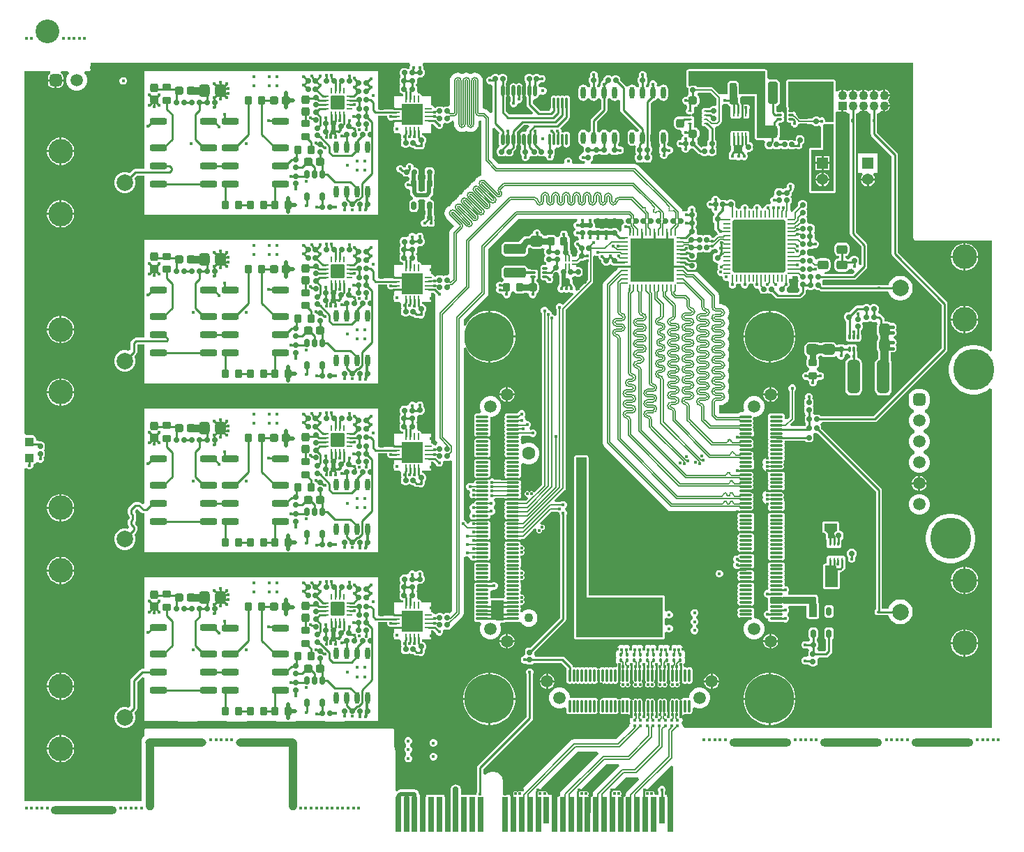
<source format=gtl>
G04*
G04 #@! TF.GenerationSoftware,Altium Limited,Altium Designer,23.10.1 (27)*
G04*
G04 Layer_Physical_Order=1*
G04 Layer_Color=255*
%FSAX25Y25*%
%MOIN*%
G70*
G04*
G04 #@! TF.SameCoordinates,24A0423C-D8D6-4CDA-AFC9-E754AC273B9F*
G04*
G04*
G04 #@! TF.FilePolarity,Positive*
G04*
G01*
G75*
%ADD10C,0.02000*%
%ADD12C,0.00984*%
%ADD13C,0.00787*%
%ADD18C,0.01000*%
%ADD19C,0.00500*%
G04:AMPARAMS|DCode=26|XSize=9.84mil|YSize=35.43mil|CornerRadius=2.46mil|HoleSize=0mil|Usage=FLASHONLY|Rotation=180.000|XOffset=0mil|YOffset=0mil|HoleType=Round|Shape=RoundedRectangle|*
%AMROUNDEDRECTD26*
21,1,0.00984,0.03051,0,0,180.0*
21,1,0.00492,0.03543,0,0,180.0*
1,1,0.00492,-0.00246,0.01526*
1,1,0.00492,0.00246,0.01526*
1,1,0.00492,0.00246,-0.01526*
1,1,0.00492,-0.00246,-0.01526*
%
%ADD26ROUNDEDRECTD26*%
G04:AMPARAMS|DCode=27|XSize=19.68mil|YSize=11.81mil|CornerRadius=2.95mil|HoleSize=0mil|Usage=FLASHONLY|Rotation=0.000|XOffset=0mil|YOffset=0mil|HoleType=Round|Shape=RoundedRectangle|*
%AMROUNDEDRECTD27*
21,1,0.01968,0.00591,0,0,0.0*
21,1,0.01378,0.01181,0,0,0.0*
1,1,0.00591,0.00689,-0.00295*
1,1,0.00591,-0.00689,-0.00295*
1,1,0.00591,-0.00689,0.00295*
1,1,0.00591,0.00689,0.00295*
%
%ADD27ROUNDEDRECTD27*%
G04:AMPARAMS|DCode=28|XSize=19.68mil|YSize=11.81mil|CornerRadius=2.95mil|HoleSize=0mil|Usage=FLASHONLY|Rotation=270.000|XOffset=0mil|YOffset=0mil|HoleType=Round|Shape=RoundedRectangle|*
%AMROUNDEDRECTD28*
21,1,0.01968,0.00591,0,0,270.0*
21,1,0.01378,0.01181,0,0,270.0*
1,1,0.00591,-0.00295,-0.00689*
1,1,0.00591,-0.00295,0.00689*
1,1,0.00591,0.00295,0.00689*
1,1,0.00591,0.00295,-0.00689*
%
%ADD28ROUNDEDRECTD28*%
G04:AMPARAMS|DCode=29|XSize=31.5mil|YSize=81.1mil|CornerRadius=7.87mil|HoleSize=0mil|Usage=FLASHONLY|Rotation=270.000|XOffset=0mil|YOffset=0mil|HoleType=Round|Shape=RoundedRectangle|*
%AMROUNDEDRECTD29*
21,1,0.03150,0.06535,0,0,270.0*
21,1,0.01575,0.08110,0,0,270.0*
1,1,0.01575,-0.03268,-0.00787*
1,1,0.01575,-0.03268,0.00787*
1,1,0.01575,0.03268,0.00787*
1,1,0.01575,0.03268,-0.00787*
%
%ADD29ROUNDEDRECTD29*%
G04:AMPARAMS|DCode=30|XSize=43.31mil|YSize=43.31mil|CornerRadius=10.83mil|HoleSize=0mil|Usage=FLASHONLY|Rotation=90.000|XOffset=0mil|YOffset=0mil|HoleType=Round|Shape=RoundedRectangle|*
%AMROUNDEDRECTD30*
21,1,0.04331,0.02165,0,0,90.0*
21,1,0.02165,0.04331,0,0,90.0*
1,1,0.02165,0.01083,0.01083*
1,1,0.02165,0.01083,-0.01083*
1,1,0.02165,-0.01083,-0.01083*
1,1,0.02165,-0.01083,0.01083*
%
%ADD30ROUNDEDRECTD30*%
G04:AMPARAMS|DCode=31|XSize=11.81mil|YSize=59.06mil|CornerRadius=2.95mil|HoleSize=0mil|Usage=FLASHONLY|Rotation=270.000|XOffset=0mil|YOffset=0mil|HoleType=Round|Shape=RoundedRectangle|*
%AMROUNDEDRECTD31*
21,1,0.01181,0.05315,0,0,270.0*
21,1,0.00591,0.05906,0,0,270.0*
1,1,0.00591,-0.02657,-0.00295*
1,1,0.00591,-0.02657,0.00295*
1,1,0.00591,0.02657,0.00295*
1,1,0.00591,0.02657,-0.00295*
%
%ADD31ROUNDEDRECTD31*%
G04:AMPARAMS|DCode=32|XSize=11.81mil|YSize=59.06mil|CornerRadius=2.95mil|HoleSize=0mil|Usage=FLASHONLY|Rotation=0.000|XOffset=0mil|YOffset=0mil|HoleType=Round|Shape=RoundedRectangle|*
%AMROUNDEDRECTD32*
21,1,0.01181,0.05315,0,0,0.0*
21,1,0.00591,0.05906,0,0,0.0*
1,1,0.00591,0.00295,-0.02657*
1,1,0.00591,-0.00295,-0.02657*
1,1,0.00591,-0.00295,0.02657*
1,1,0.00591,0.00295,0.02657*
%
%ADD32ROUNDEDRECTD32*%
G04:AMPARAMS|DCode=33|XSize=31.5mil|YSize=149.61mil|CornerRadius=7.87mil|HoleSize=0mil|Usage=FLASHONLY|Rotation=180.000|XOffset=0mil|YOffset=0mil|HoleType=Round|Shape=RoundedRectangle|*
%AMROUNDEDRECTD33*
21,1,0.03150,0.13386,0,0,180.0*
21,1,0.01575,0.14961,0,0,180.0*
1,1,0.01575,-0.00787,0.06693*
1,1,0.01575,0.00787,0.06693*
1,1,0.01575,0.00787,-0.06693*
1,1,0.01575,-0.00787,-0.06693*
%
%ADD33ROUNDEDRECTD33*%
G04:AMPARAMS|DCode=34|XSize=31.5mil|YSize=149.61mil|CornerRadius=7.87mil|HoleSize=0mil|Usage=FLASHONLY|Rotation=270.000|XOffset=0mil|YOffset=0mil|HoleType=Round|Shape=RoundedRectangle|*
%AMROUNDEDRECTD34*
21,1,0.03150,0.13386,0,0,270.0*
21,1,0.01575,0.14961,0,0,270.0*
1,1,0.01575,-0.06693,-0.00787*
1,1,0.01575,-0.06693,0.00787*
1,1,0.01575,0.06693,0.00787*
1,1,0.01575,0.06693,-0.00787*
%
%ADD34ROUNDEDRECTD34*%
G04:AMPARAMS|DCode=35|XSize=31.5mil|YSize=218.5mil|CornerRadius=7.87mil|HoleSize=0mil|Usage=FLASHONLY|Rotation=180.000|XOffset=0mil|YOffset=0mil|HoleType=Round|Shape=RoundedRectangle|*
%AMROUNDEDRECTD35*
21,1,0.03150,0.20276,0,0,180.0*
21,1,0.01575,0.21850,0,0,180.0*
1,1,0.01575,-0.00787,0.10138*
1,1,0.01575,0.00787,0.10138*
1,1,0.01575,0.00787,-0.10138*
1,1,0.01575,-0.00787,-0.10138*
%
%ADD35ROUNDEDRECTD35*%
G04:AMPARAMS|DCode=36|XSize=31.5mil|YSize=196.06mil|CornerRadius=7.87mil|HoleSize=0mil|Usage=FLASHONLY|Rotation=270.000|XOffset=0mil|YOffset=0mil|HoleType=Round|Shape=RoundedRectangle|*
%AMROUNDEDRECTD36*
21,1,0.03150,0.18032,0,0,270.0*
21,1,0.01575,0.19606,0,0,270.0*
1,1,0.01575,-0.09016,-0.00787*
1,1,0.01575,-0.09016,0.00787*
1,1,0.01575,0.09016,0.00787*
1,1,0.01575,0.09016,-0.00787*
%
%ADD36ROUNDEDRECTD36*%
%ADD37O,0.00787X0.03347*%
%ADD38O,0.03347X0.00787*%
G04:AMPARAMS|DCode=39|XSize=59.06mil|YSize=51.18mil|CornerRadius=12.8mil|HoleSize=0mil|Usage=FLASHONLY|Rotation=270.000|XOffset=0mil|YOffset=0mil|HoleType=Round|Shape=RoundedRectangle|*
%AMROUNDEDRECTD39*
21,1,0.05906,0.02559,0,0,270.0*
21,1,0.03347,0.05118,0,0,270.0*
1,1,0.02559,-0.01280,-0.01673*
1,1,0.02559,-0.01280,0.01673*
1,1,0.02559,0.01280,0.01673*
1,1,0.02559,0.01280,-0.01673*
%
%ADD39ROUNDEDRECTD39*%
G04:AMPARAMS|DCode=40|XSize=23.62mil|YSize=23.62mil|CornerRadius=5.91mil|HoleSize=0mil|Usage=FLASHONLY|Rotation=270.000|XOffset=0mil|YOffset=0mil|HoleType=Round|Shape=RoundedRectangle|*
%AMROUNDEDRECTD40*
21,1,0.02362,0.01181,0,0,270.0*
21,1,0.01181,0.02362,0,0,270.0*
1,1,0.01181,-0.00591,-0.00591*
1,1,0.01181,-0.00591,0.00591*
1,1,0.01181,0.00591,0.00591*
1,1,0.01181,0.00591,-0.00591*
%
%ADD40ROUNDEDRECTD40*%
G04:AMPARAMS|DCode=41|XSize=37.4mil|YSize=41.34mil|CornerRadius=9.35mil|HoleSize=0mil|Usage=FLASHONLY|Rotation=270.000|XOffset=0mil|YOffset=0mil|HoleType=Round|Shape=RoundedRectangle|*
%AMROUNDEDRECTD41*
21,1,0.03740,0.02264,0,0,270.0*
21,1,0.01870,0.04134,0,0,270.0*
1,1,0.01870,-0.01132,-0.00935*
1,1,0.01870,-0.01132,0.00935*
1,1,0.01870,0.01132,0.00935*
1,1,0.01870,0.01132,-0.00935*
%
%ADD41ROUNDEDRECTD41*%
G04:AMPARAMS|DCode=42|XSize=37.4mil|YSize=41.34mil|CornerRadius=9.35mil|HoleSize=0mil|Usage=FLASHONLY|Rotation=180.000|XOffset=0mil|YOffset=0mil|HoleType=Round|Shape=RoundedRectangle|*
%AMROUNDEDRECTD42*
21,1,0.03740,0.02264,0,0,180.0*
21,1,0.01870,0.04134,0,0,180.0*
1,1,0.01870,-0.00935,0.01132*
1,1,0.01870,0.00935,0.01132*
1,1,0.01870,0.00935,-0.01132*
1,1,0.01870,-0.00935,-0.01132*
%
%ADD42ROUNDEDRECTD42*%
G04:AMPARAMS|DCode=43|XSize=39.37mil|YSize=35.43mil|CornerRadius=8.86mil|HoleSize=0mil|Usage=FLASHONLY|Rotation=0.000|XOffset=0mil|YOffset=0mil|HoleType=Round|Shape=RoundedRectangle|*
%AMROUNDEDRECTD43*
21,1,0.03937,0.01772,0,0,0.0*
21,1,0.02165,0.03543,0,0,0.0*
1,1,0.01772,0.01083,-0.00886*
1,1,0.01772,-0.01083,-0.00886*
1,1,0.01772,-0.01083,0.00886*
1,1,0.01772,0.01083,0.00886*
%
%ADD43ROUNDEDRECTD43*%
G04:AMPARAMS|DCode=44|XSize=11.81mil|YSize=26.38mil|CornerRadius=2.95mil|HoleSize=0mil|Usage=FLASHONLY|Rotation=270.000|XOffset=0mil|YOffset=0mil|HoleType=Round|Shape=RoundedRectangle|*
%AMROUNDEDRECTD44*
21,1,0.01181,0.02047,0,0,270.0*
21,1,0.00591,0.02638,0,0,270.0*
1,1,0.00591,-0.01024,-0.00295*
1,1,0.00591,-0.01024,0.00295*
1,1,0.00591,0.01024,0.00295*
1,1,0.00591,0.01024,-0.00295*
%
%ADD44ROUNDEDRECTD44*%
G04:AMPARAMS|DCode=45|XSize=59.06mil|YSize=51.18mil|CornerRadius=12.8mil|HoleSize=0mil|Usage=FLASHONLY|Rotation=180.000|XOffset=0mil|YOffset=0mil|HoleType=Round|Shape=RoundedRectangle|*
%AMROUNDEDRECTD45*
21,1,0.05906,0.02559,0,0,180.0*
21,1,0.03347,0.05118,0,0,180.0*
1,1,0.02559,-0.01673,0.01280*
1,1,0.02559,0.01673,0.01280*
1,1,0.02559,0.01673,-0.01280*
1,1,0.02559,-0.01673,-0.01280*
%
%ADD45ROUNDEDRECTD45*%
G04:AMPARAMS|DCode=46|XSize=23.62mil|YSize=23.62mil|CornerRadius=5.91mil|HoleSize=0mil|Usage=FLASHONLY|Rotation=0.000|XOffset=0mil|YOffset=0mil|HoleType=Round|Shape=RoundedRectangle|*
%AMROUNDEDRECTD46*
21,1,0.02362,0.01181,0,0,0.0*
21,1,0.01181,0.02362,0,0,0.0*
1,1,0.01181,0.00591,-0.00591*
1,1,0.01181,-0.00591,-0.00591*
1,1,0.01181,-0.00591,0.00591*
1,1,0.01181,0.00591,0.00591*
%
%ADD46ROUNDEDRECTD46*%
G04:AMPARAMS|DCode=47|XSize=107.09mil|YSize=48.42mil|CornerRadius=12.11mil|HoleSize=0mil|Usage=FLASHONLY|Rotation=270.000|XOffset=0mil|YOffset=0mil|HoleType=Round|Shape=RoundedRectangle|*
%AMROUNDEDRECTD47*
21,1,0.10709,0.02421,0,0,270.0*
21,1,0.08287,0.04842,0,0,270.0*
1,1,0.02421,-0.01211,-0.04144*
1,1,0.02421,-0.01211,0.04144*
1,1,0.02421,0.01211,0.04144*
1,1,0.02421,0.01211,-0.04144*
%
%ADD47ROUNDEDRECTD47*%
G04:AMPARAMS|DCode=48|XSize=25.2mil|YSize=25.2mil|CornerRadius=6.3mil|HoleSize=0mil|Usage=FLASHONLY|Rotation=270.000|XOffset=0mil|YOffset=0mil|HoleType=Round|Shape=RoundedRectangle|*
%AMROUNDEDRECTD48*
21,1,0.02520,0.01260,0,0,270.0*
21,1,0.01260,0.02520,0,0,270.0*
1,1,0.01260,-0.00630,-0.00630*
1,1,0.01260,-0.00630,0.00630*
1,1,0.01260,0.00630,0.00630*
1,1,0.01260,0.00630,-0.00630*
%
%ADD48ROUNDEDRECTD48*%
G04:AMPARAMS|DCode=49|XSize=39.37mil|YSize=35.43mil|CornerRadius=8.86mil|HoleSize=0mil|Usage=FLASHONLY|Rotation=90.000|XOffset=0mil|YOffset=0mil|HoleType=Round|Shape=RoundedRectangle|*
%AMROUNDEDRECTD49*
21,1,0.03937,0.01772,0,0,90.0*
21,1,0.02165,0.03543,0,0,90.0*
1,1,0.01772,0.00886,0.01083*
1,1,0.01772,0.00886,-0.01083*
1,1,0.01772,-0.00886,-0.01083*
1,1,0.01772,-0.00886,0.01083*
%
%ADD49ROUNDEDRECTD49*%
%ADD50O,0.02362X0.05709*%
G04:AMPARAMS|DCode=51|XSize=25.2mil|YSize=25.2mil|CornerRadius=6.3mil|HoleSize=0mil|Usage=FLASHONLY|Rotation=180.000|XOffset=0mil|YOffset=0mil|HoleType=Round|Shape=RoundedRectangle|*
%AMROUNDEDRECTD51*
21,1,0.02520,0.01260,0,0,180.0*
21,1,0.01260,0.02520,0,0,180.0*
1,1,0.01260,-0.00630,0.00630*
1,1,0.01260,0.00630,0.00630*
1,1,0.01260,0.00630,-0.00630*
1,1,0.01260,-0.00630,-0.00630*
%
%ADD51ROUNDEDRECTD51*%
%ADD52O,0.01378X0.05512*%
%ADD53O,0.00984X0.03150*%
%ADD54O,0.03150X0.00984*%
G04:AMPARAMS|DCode=56|XSize=23.62mil|YSize=39.37mil|CornerRadius=5.91mil|HoleSize=0mil|Usage=FLASHONLY|Rotation=0.000|XOffset=0mil|YOffset=0mil|HoleType=Round|Shape=RoundedRectangle|*
%AMROUNDEDRECTD56*
21,1,0.02362,0.02756,0,0,0.0*
21,1,0.01181,0.03937,0,0,0.0*
1,1,0.01181,0.00591,-0.01378*
1,1,0.01181,-0.00591,-0.01378*
1,1,0.01181,-0.00591,0.01378*
1,1,0.01181,0.00591,0.01378*
%
%ADD56ROUNDEDRECTD56*%
G04:AMPARAMS|DCode=57|XSize=11.81mil|YSize=26.38mil|CornerRadius=2.95mil|HoleSize=0mil|Usage=FLASHONLY|Rotation=180.000|XOffset=0mil|YOffset=0mil|HoleType=Round|Shape=RoundedRectangle|*
%AMROUNDEDRECTD57*
21,1,0.01181,0.02047,0,0,180.0*
21,1,0.00591,0.02638,0,0,180.0*
1,1,0.00591,-0.00295,0.01024*
1,1,0.00591,0.00295,0.01024*
1,1,0.00591,0.00295,-0.01024*
1,1,0.00591,-0.00295,-0.01024*
%
%ADD57ROUNDEDRECTD57*%
G04:AMPARAMS|DCode=58|XSize=157.48mil|YSize=59.06mil|CornerRadius=14.76mil|HoleSize=0mil|Usage=FLASHONLY|Rotation=90.000|XOffset=0mil|YOffset=0mil|HoleType=Round|Shape=RoundedRectangle|*
%AMROUNDEDRECTD58*
21,1,0.15748,0.02953,0,0,90.0*
21,1,0.12795,0.05906,0,0,90.0*
1,1,0.02953,0.01476,0.06398*
1,1,0.02953,0.01476,-0.06398*
1,1,0.02953,-0.01476,-0.06398*
1,1,0.02953,-0.01476,0.06398*
%
%ADD58ROUNDEDRECTD58*%
G04:AMPARAMS|DCode=59|XSize=51.18mil|YSize=43.31mil|CornerRadius=10.83mil|HoleSize=0mil|Usage=FLASHONLY|Rotation=180.000|XOffset=0mil|YOffset=0mil|HoleType=Round|Shape=RoundedRectangle|*
%AMROUNDEDRECTD59*
21,1,0.05118,0.02165,0,0,180.0*
21,1,0.02953,0.04331,0,0,180.0*
1,1,0.02165,-0.01476,0.01083*
1,1,0.02165,0.01476,0.01083*
1,1,0.02165,0.01476,-0.01083*
1,1,0.02165,-0.01476,-0.01083*
%
%ADD59ROUNDEDRECTD59*%
%ADD60O,0.01772X0.05512*%
G04:AMPARAMS|DCode=61|XSize=9.84mil|YSize=19.68mil|CornerRadius=2.46mil|HoleSize=0mil|Usage=FLASHONLY|Rotation=180.000|XOffset=0mil|YOffset=0mil|HoleType=Round|Shape=RoundedRectangle|*
%AMROUNDEDRECTD61*
21,1,0.00984,0.01476,0,0,180.0*
21,1,0.00492,0.01968,0,0,180.0*
1,1,0.00492,-0.00246,0.00738*
1,1,0.00492,0.00246,0.00738*
1,1,0.00492,0.00246,-0.00738*
1,1,0.00492,-0.00246,-0.00738*
%
%ADD61ROUNDEDRECTD61*%
%ADD62O,0.00984X0.03347*%
G04:AMPARAMS|DCode=63|XSize=9.84mil|YSize=19.68mil|CornerRadius=2.46mil|HoleSize=0mil|Usage=FLASHONLY|Rotation=90.000|XOffset=0mil|YOffset=0mil|HoleType=Round|Shape=RoundedRectangle|*
%AMROUNDEDRECTD63*
21,1,0.00984,0.01476,0,0,90.0*
21,1,0.00492,0.01968,0,0,90.0*
1,1,0.00492,0.00738,0.00246*
1,1,0.00492,0.00738,-0.00246*
1,1,0.00492,-0.00738,-0.00246*
1,1,0.00492,-0.00738,0.00246*
%
%ADD63ROUNDEDRECTD63*%
%ADD64O,0.03347X0.00984*%
%ADD65C,0.01100*%
%ADD66O,0.00984X0.03543*%
%ADD67O,0.03543X0.00984*%
G04:AMPARAMS|DCode=68|XSize=13.78mil|YSize=15.75mil|CornerRadius=3.45mil|HoleSize=0mil|Usage=FLASHONLY|Rotation=0.000|XOffset=0mil|YOffset=0mil|HoleType=Round|Shape=RoundedRectangle|*
%AMROUNDEDRECTD68*
21,1,0.01378,0.00886,0,0,0.0*
21,1,0.00689,0.01575,0,0,0.0*
1,1,0.00689,0.00345,-0.00443*
1,1,0.00689,-0.00345,-0.00443*
1,1,0.00689,-0.00345,0.00443*
1,1,0.00689,0.00345,0.00443*
%
%ADD68ROUNDEDRECTD68*%
G04:AMPARAMS|DCode=69|XSize=107.09mil|YSize=48.42mil|CornerRadius=12.11mil|HoleSize=0mil|Usage=FLASHONLY|Rotation=180.000|XOffset=0mil|YOffset=0mil|HoleType=Round|Shape=RoundedRectangle|*
%AMROUNDEDRECTD69*
21,1,0.10709,0.02421,0,0,180.0*
21,1,0.08287,0.04842,0,0,180.0*
1,1,0.02421,-0.04144,0.01211*
1,1,0.02421,0.04144,0.01211*
1,1,0.02421,0.04144,-0.01211*
1,1,0.02421,-0.04144,-0.01211*
%
%ADD69ROUNDEDRECTD69*%
G04:AMPARAMS|DCode=70|XSize=16.54mil|YSize=18.11mil|CornerRadius=4.13mil|HoleSize=0mil|Usage=FLASHONLY|Rotation=0.000|XOffset=0mil|YOffset=0mil|HoleType=Round|Shape=RoundedRectangle|*
%AMROUNDEDRECTD70*
21,1,0.01654,0.00984,0,0,0.0*
21,1,0.00827,0.01811,0,0,0.0*
1,1,0.00827,0.00413,-0.00492*
1,1,0.00827,-0.00413,-0.00492*
1,1,0.00827,-0.00413,0.00492*
1,1,0.00827,0.00413,0.00492*
%
%ADD70ROUNDEDRECTD70*%
%ADD135C,0.01496*%
%ADD143C,0.00500*%
G04:AMPARAMS|DCode=144|XSize=96.06mil|YSize=58.66mil|CornerRadius=2.93mil|HoleSize=0mil|Usage=FLASHONLY|Rotation=180.000|XOffset=0mil|YOffset=0mil|HoleType=Round|Shape=RoundedRectangle|*
%AMROUNDEDRECTD144*
21,1,0.09606,0.05280,0,0,180.0*
21,1,0.09020,0.05866,0,0,180.0*
1,1,0.00587,-0.04510,0.02640*
1,1,0.00587,0.04510,0.02640*
1,1,0.00587,0.04510,-0.02640*
1,1,0.00587,-0.04510,-0.02640*
%
%ADD144ROUNDEDRECTD144*%
G04:AMPARAMS|DCode=145|XSize=251.97mil|YSize=251.97mil|CornerRadius=6.3mil|HoleSize=0mil|Usage=FLASHONLY|Rotation=90.000|XOffset=0mil|YOffset=0mil|HoleType=Round|Shape=RoundedRectangle|*
%AMROUNDEDRECTD145*
21,1,0.25197,0.23937,0,0,90.0*
21,1,0.23937,0.25197,0,0,90.0*
1,1,0.01260,0.11969,0.11969*
1,1,0.01260,0.11969,-0.11969*
1,1,0.01260,-0.11969,-0.11969*
1,1,0.01260,-0.11969,0.11969*
%
%ADD145ROUNDEDRECTD145*%
G04:AMPARAMS|DCode=146|XSize=66.14mil|YSize=66.14mil|CornerRadius=3.31mil|HoleSize=0mil|Usage=FLASHONLY|Rotation=0.000|XOffset=0mil|YOffset=0mil|HoleType=Round|Shape=RoundedRectangle|*
%AMROUNDEDRECTD146*
21,1,0.06614,0.05953,0,0,0.0*
21,1,0.05953,0.06614,0,0,0.0*
1,1,0.00661,0.02976,-0.02976*
1,1,0.00661,-0.02976,-0.02976*
1,1,0.00661,-0.02976,0.02976*
1,1,0.00661,0.02976,0.02976*
%
%ADD146ROUNDEDRECTD146*%
G04:AMPARAMS|DCode=147|XSize=62.99mil|YSize=35.43mil|CornerRadius=1.77mil|HoleSize=0mil|Usage=FLASHONLY|Rotation=180.000|XOffset=0mil|YOffset=0mil|HoleType=Round|Shape=RoundedRectangle|*
%AMROUNDEDRECTD147*
21,1,0.06299,0.03189,0,0,180.0*
21,1,0.05945,0.03543,0,0,180.0*
1,1,0.00354,-0.02972,0.01595*
1,1,0.00354,0.02972,0.01595*
1,1,0.00354,0.02972,-0.01595*
1,1,0.00354,-0.02972,-0.01595*
%
%ADD147ROUNDEDRECTD147*%
G04:AMPARAMS|DCode=148|XSize=62.99mil|YSize=35.43mil|CornerRadius=1.77mil|HoleSize=0mil|Usage=FLASHONLY|Rotation=90.000|XOffset=0mil|YOffset=0mil|HoleType=Round|Shape=RoundedRectangle|*
%AMROUNDEDRECTD148*
21,1,0.06299,0.03189,0,0,90.0*
21,1,0.05945,0.03543,0,0,90.0*
1,1,0.00354,0.01595,0.02972*
1,1,0.00354,0.01595,-0.02972*
1,1,0.00354,-0.01595,-0.02972*
1,1,0.00354,-0.01595,0.02972*
%
%ADD148ROUNDEDRECTD148*%
G04:AMPARAMS|DCode=149|XSize=102.36mil|YSize=102.36mil|CornerRadius=2.56mil|HoleSize=0mil|Usage=FLASHONLY|Rotation=270.000|XOffset=0mil|YOffset=0mil|HoleType=Round|Shape=RoundedRectangle|*
%AMROUNDEDRECTD149*
21,1,0.10236,0.09724,0,0,270.0*
21,1,0.09724,0.10236,0,0,270.0*
1,1,0.00512,-0.04862,-0.04862*
1,1,0.00512,-0.04862,0.04862*
1,1,0.00512,0.04862,0.04862*
1,1,0.00512,0.04862,-0.04862*
%
%ADD149ROUNDEDRECTD149*%
%ADD150R,0.20787X0.20787*%
%ADD151R,0.02756X0.16535*%
%ADD152R,0.02756X0.12598*%
%ADD153C,0.00837*%
%ADD154C,0.00839*%
%ADD155C,0.03740*%
%ADD156C,0.01181*%
%ADD157C,0.01968*%
%ADD158C,0.01598*%
%ADD159C,0.01606*%
%ADD160C,0.05906*%
%ADD161C,0.03543*%
%ADD162C,0.03937*%
%ADD163C,0.02953*%
%ADD164C,0.00751*%
%ADD165C,0.02756*%
%ADD166C,0.04300*%
%ADD167C,0.06300*%
%ADD168C,0.05906*%
G04:AMPARAMS|DCode=169|XSize=59.06mil|YSize=59.06mil|CornerRadius=14.76mil|HoleSize=0mil|Usage=FLASHONLY|Rotation=270.000|XOffset=0mil|YOffset=0mil|HoleType=Round|Shape=RoundedRectangle|*
%AMROUNDEDRECTD169*
21,1,0.05906,0.02953,0,0,270.0*
21,1,0.02953,0.05906,0,0,270.0*
1,1,0.02953,-0.01476,-0.01476*
1,1,0.02953,-0.01476,0.01476*
1,1,0.02953,0.01476,0.01476*
1,1,0.02953,0.01476,-0.01476*
%
%ADD169ROUNDEDRECTD169*%
G04:AMPARAMS|DCode=170|XSize=59.06mil|YSize=59.06mil|CornerRadius=14.76mil|HoleSize=0mil|Usage=FLASHONLY|Rotation=0.000|XOffset=0mil|YOffset=0mil|HoleType=Round|Shape=RoundedRectangle|*
%AMROUNDEDRECTD170*
21,1,0.05906,0.02953,0,0,0.0*
21,1,0.02953,0.05906,0,0,0.0*
1,1,0.02953,0.01476,-0.01476*
1,1,0.02953,-0.01476,-0.01476*
1,1,0.02953,-0.01476,0.01476*
1,1,0.02953,0.01476,0.01476*
%
%ADD170ROUNDEDRECTD170*%
%ADD171C,0.07874*%
%ADD172C,0.11811*%
%ADD173C,0.05386*%
%ADD174R,0.05386X0.05386*%
%ADD175C,0.04291*%
%ADD176R,0.04291X0.04291*%
%ADD177O,0.29528X0.03937*%
%ADD178O,0.29134X0.03937*%
%ADD179O,0.03937X0.34449*%
%ADD180C,0.23622*%
%ADD181O,0.31496X0.03937*%
%ADD182C,0.19685*%
%ADD183C,0.11339*%
%ADD184C,0.01600*%
G36*
X0425961Y0297244D02*
X0426053Y0296783D01*
X0426314Y0296393D01*
X0426705Y0296132D01*
X0427165Y0296040D01*
X0463548D01*
Y0243483D01*
X0462624Y0243101D01*
X0462439Y0243285D01*
X0460931Y0244381D01*
X0459270Y0245227D01*
X0457498Y0245803D01*
X0455656Y0246094D01*
X0453792D01*
X0451951Y0245803D01*
X0450178Y0245227D01*
X0448518Y0244381D01*
X0447010Y0243285D01*
X0445691Y0241967D01*
X0444596Y0240459D01*
X0443750Y0238798D01*
X0443174Y0237025D01*
X0442882Y0235184D01*
Y0233320D01*
X0443174Y0231479D01*
X0443750Y0229706D01*
X0444596Y0228045D01*
X0445691Y0226537D01*
X0447010Y0225219D01*
X0448518Y0224123D01*
X0450178Y0223277D01*
X0451951Y0222701D01*
X0453792Y0222410D01*
X0455656D01*
X0457498Y0222701D01*
X0459270Y0223277D01*
X0460931Y0224123D01*
X0462439Y0225219D01*
X0462624Y0225403D01*
X0463548Y0225021D01*
Y0063028D01*
X0316521D01*
X0315700Y0064028D01*
X0315709Y0064075D01*
Y0064173D01*
X0315525Y0065100D01*
X0315257Y0065502D01*
X0315525Y0065904D01*
X0315709Y0066831D01*
X0315525Y0067758D01*
X0315198Y0068246D01*
X0315325Y0068883D01*
X0315535Y0069115D01*
X0315980Y0069463D01*
X0316311Y0069571D01*
X0316508Y0069532D01*
X0317098D01*
X0317604Y0069633D01*
X0317787Y0069756D01*
X0317971Y0069633D01*
X0318476Y0069532D01*
X0319067D01*
X0319572Y0069633D01*
X0320001Y0069919D01*
X0320287Y0070348D01*
X0320388Y0070853D01*
Y0072482D01*
X0321388Y0073059D01*
X0321781Y0072832D01*
X0323041Y0072495D01*
X0324345D01*
X0325605Y0072832D01*
X0326734Y0073484D01*
X0327656Y0074406D01*
X0328308Y0075536D01*
X0328646Y0076795D01*
Y0078100D01*
X0328308Y0079359D01*
X0327656Y0080489D01*
X0326734Y0081411D01*
X0325605Y0082063D01*
X0324345Y0082400D01*
X0323041D01*
X0321781Y0082063D01*
X0320652Y0081411D01*
X0319730Y0080489D01*
X0319078Y0079359D01*
X0318740Y0078100D01*
Y0077488D01*
X0318476D01*
X0317971Y0077388D01*
X0317787Y0077265D01*
X0317604Y0077388D01*
X0317098Y0077488D01*
X0316508D01*
X0316002Y0077388D01*
X0315574Y0077102D01*
X0315288Y0076673D01*
X0315220Y0076606D01*
X0314246Y0076245D01*
X0314220Y0076247D01*
X0313913Y0076464D01*
X0313911Y0076478D01*
X0313735Y0076741D01*
X0313472Y0076917D01*
X0313161Y0076979D01*
X0312571D01*
X0312261Y0076917D01*
X0311882Y0076782D01*
X0311503Y0076917D01*
X0311193Y0076979D01*
X0310602D01*
X0310292Y0076917D01*
X0310029Y0076741D01*
X0309853Y0076478D01*
X0309791Y0076168D01*
Y0075785D01*
X0308929Y0075310D01*
X0308067Y0075785D01*
Y0076168D01*
X0308005Y0076478D01*
X0307829Y0076741D01*
X0307566Y0076917D01*
X0307256Y0076979D01*
X0306665D01*
X0306355Y0076917D01*
X0306092Y0076741D01*
X0305861D01*
X0305598Y0076917D01*
X0305287Y0076979D01*
X0304697D01*
X0304386Y0076917D01*
X0304123Y0076741D01*
X0303948Y0076478D01*
X0303886Y0076168D01*
Y0075679D01*
X0303015Y0075316D01*
X0302161Y0075920D01*
Y0076168D01*
X0302099Y0076478D01*
X0301924Y0076741D01*
X0301661Y0076917D01*
X0301350Y0076979D01*
X0300760D01*
X0300449Y0076917D01*
X0300186Y0076741D01*
X0299955D01*
X0299692Y0076917D01*
X0299382Y0076979D01*
X0298791D01*
X0298481Y0076917D01*
X0298218Y0076741D01*
X0298042Y0076478D01*
X0297980Y0076168D01*
Y0075679D01*
X0297110Y0075316D01*
X0296256Y0075920D01*
Y0076168D01*
X0296194Y0076478D01*
X0296018Y0076741D01*
X0295755Y0076917D01*
X0295445Y0076979D01*
X0294854D01*
X0294544Y0076917D01*
X0294281Y0076741D01*
X0294050D01*
X0293787Y0076917D01*
X0293476Y0076979D01*
X0292886D01*
X0292576Y0076917D01*
X0292313Y0076741D01*
X0292137Y0076478D01*
X0292134Y0076464D01*
X0291827Y0076247D01*
X0291801Y0076245D01*
X0290827Y0076606D01*
X0290759Y0076673D01*
X0290473Y0077102D01*
X0290045Y0077388D01*
X0289539Y0077488D01*
X0288949D01*
X0288443Y0077388D01*
X0288260Y0077265D01*
X0288076Y0077388D01*
X0287571Y0077488D01*
X0286980D01*
X0286475Y0077388D01*
X0286047Y0077102D01*
X0285848Y0076804D01*
X0285307Y0076733D01*
X0284767Y0076804D01*
X0284568Y0077102D01*
X0284139Y0077388D01*
X0283634Y0077488D01*
X0283043D01*
X0282538Y0077388D01*
X0282354Y0077265D01*
X0282171Y0077388D01*
X0281665Y0077488D01*
X0281075D01*
X0280569Y0077388D01*
X0280386Y0077265D01*
X0280202Y0077388D01*
X0279697Y0077488D01*
X0279106D01*
X0278601Y0077388D01*
X0278417Y0077265D01*
X0278234Y0077388D01*
X0277728Y0077488D01*
X0277138D01*
X0276632Y0077388D01*
X0276204Y0077102D01*
X0276005Y0076804D01*
X0275465Y0076733D01*
X0274924Y0076804D01*
X0274725Y0077102D01*
X0274297Y0077388D01*
X0273791Y0077488D01*
X0273201D01*
X0272695Y0077388D01*
X0272512Y0077265D01*
X0272328Y0077388D01*
X0271823Y0077488D01*
X0271232D01*
X0270727Y0077388D01*
X0270543Y0077265D01*
X0270360Y0077388D01*
X0269854Y0077488D01*
X0269264D01*
X0268758Y0077388D01*
X0268575Y0077265D01*
X0268391Y0077388D01*
X0267886Y0077488D01*
X0267295D01*
X0266790Y0077388D01*
X0266606Y0077265D01*
X0266423Y0077388D01*
X0265917Y0077488D01*
X0265327D01*
X0264821Y0077388D01*
X0264638Y0077265D01*
X0264454Y0077388D01*
X0263949Y0077488D01*
X0263358D01*
X0262853Y0077388D01*
X0262669Y0077265D01*
X0262486Y0077388D01*
X0261980Y0077488D01*
X0261717D01*
Y0078100D01*
X0261379Y0079359D01*
X0260727Y0080489D01*
X0259805Y0081411D01*
X0258676Y0082063D01*
X0257416Y0082400D01*
X0256112D01*
X0254852Y0082063D01*
X0253723Y0081411D01*
X0252801Y0080489D01*
X0252149Y0079359D01*
X0251811Y0078100D01*
Y0076795D01*
X0252149Y0075536D01*
X0252801Y0074406D01*
X0253723Y0073484D01*
X0254852Y0072832D01*
X0256112Y0072495D01*
X0257416D01*
X0258676Y0072832D01*
X0259069Y0073059D01*
X0260069Y0072482D01*
Y0070853D01*
X0260170Y0070348D01*
X0260456Y0069919D01*
X0260884Y0069633D01*
X0261390Y0069532D01*
X0261980D01*
X0262486Y0069633D01*
X0262669Y0069756D01*
X0262853Y0069633D01*
X0263358Y0069532D01*
X0263949D01*
X0264454Y0069633D01*
X0264638Y0069756D01*
X0264821Y0069633D01*
X0265327Y0069532D01*
X0265917D01*
X0266423Y0069633D01*
X0266606Y0069756D01*
X0266790Y0069633D01*
X0267295Y0069532D01*
X0267886D01*
X0268391Y0069633D01*
X0268575Y0069756D01*
X0268758Y0069633D01*
X0269264Y0069532D01*
X0269854D01*
X0270360Y0069633D01*
X0270543Y0069756D01*
X0270727Y0069633D01*
X0271232Y0069532D01*
X0271823D01*
X0272328Y0069633D01*
X0272512Y0069756D01*
X0272695Y0069633D01*
X0273201Y0069532D01*
X0273791D01*
X0274297Y0069633D01*
X0274725Y0069919D01*
X0274924Y0070217D01*
X0275465Y0070288D01*
X0276005Y0070217D01*
X0276204Y0069919D01*
X0276632Y0069633D01*
X0277138Y0069532D01*
X0277728D01*
X0278234Y0069633D01*
X0278417Y0069756D01*
X0278601Y0069633D01*
X0279106Y0069532D01*
X0279697D01*
X0280202Y0069633D01*
X0280386Y0069756D01*
X0280569Y0069633D01*
X0281075Y0069532D01*
X0281665D01*
X0282171Y0069633D01*
X0282354Y0069756D01*
X0282538Y0069633D01*
X0283043Y0069532D01*
X0283634D01*
X0284139Y0069633D01*
X0284568Y0069919D01*
X0284767Y0070217D01*
X0285307Y0070288D01*
X0285848Y0070217D01*
X0286047Y0069919D01*
X0286475Y0069633D01*
X0286980Y0069532D01*
X0287571D01*
X0288076Y0069633D01*
X0288260Y0069756D01*
X0288443Y0069633D01*
X0288949Y0069532D01*
X0289539D01*
X0289736Y0069571D01*
X0290026Y0069476D01*
X0290280Y0069341D01*
X0290437Y0069219D01*
X0290743Y0068897D01*
X0290880Y0068211D01*
X0290577Y0067758D01*
X0290393Y0066831D01*
Y0066732D01*
X0290577Y0065805D01*
X0290791Y0065485D01*
X0290446Y0064969D01*
X0290262Y0064042D01*
Y0063960D01*
X0283940Y0057639D01*
X0263880D01*
X0262953Y0057454D01*
X0262168Y0056929D01*
X0238071Y0032833D01*
X0237652D01*
X0237174Y0032635D01*
X0236860Y0032321D01*
X0236547Y0032635D01*
X0236069Y0032833D01*
X0235552D01*
X0235074Y0032635D01*
X0234708Y0032269D01*
X0234510Y0031791D01*
Y0031274D01*
X0234637Y0030968D01*
X0234148Y0030123D01*
X0233283Y0030231D01*
Y0030921D01*
X0229944D01*
Y0037205D01*
X0229937Y0037244D01*
X0229942Y0037284D01*
X0229910Y0037772D01*
X0229879Y0037886D01*
X0229871Y0038005D01*
X0229619Y0038948D01*
X0229549Y0039089D01*
X0229498Y0039238D01*
X0229010Y0040084D01*
X0228906Y0040202D01*
X0228819Y0040333D01*
X0228128Y0041023D01*
X0227997Y0041111D01*
X0227879Y0041215D01*
X0227033Y0041703D01*
X0226884Y0041754D01*
X0226743Y0041823D01*
X0225800Y0042076D01*
X0225643Y0042086D01*
X0225488Y0042117D01*
X0224512D01*
X0224357Y0042086D01*
X0224200Y0042076D01*
X0223257Y0041823D01*
X0223116Y0041754D01*
X0222967Y0041703D01*
X0222121Y0041215D01*
X0222003Y0041111D01*
X0221872Y0041023D01*
X0221489Y0040641D01*
X0220489Y0041055D01*
Y0043326D01*
X0243700Y0066537D01*
X0244031Y0067033D01*
X0244147Y0067618D01*
Y0088535D01*
X0244418Y0089188D01*
Y0089904D01*
X0244144Y0090566D01*
X0243638Y0091072D01*
X0242976Y0091347D01*
X0242260D01*
X0241599Y0091072D01*
X0241092Y0090566D01*
X0240818Y0089904D01*
Y0089188D01*
X0241089Y0088535D01*
Y0068252D01*
X0217879Y0045041D01*
X0217547Y0044545D01*
X0217430Y0043960D01*
Y0032507D01*
X0217160Y0031854D01*
Y0031138D01*
X0217015Y0030921D01*
X0209708D01*
Y0033596D01*
X0209523Y0034524D01*
X0208998Y0035311D01*
X0208211Y0035836D01*
X0207283Y0036021D01*
X0206356Y0035836D01*
X0205569Y0035311D01*
X0205044Y0034524D01*
X0204859Y0033596D01*
Y0029921D01*
X0201787D01*
Y0030921D01*
X0193095D01*
Y0029921D01*
X0189976D01*
Y0030921D01*
X0189638D01*
Y0031496D01*
X0189482Y0032276D01*
X0189040Y0032938D01*
X0188379Y0033380D01*
X0187598Y0033535D01*
X0187518Y0033519D01*
X0183742D01*
X0183661Y0033535D01*
X0183581Y0033519D01*
X0180877D01*
X0180103Y0033365D01*
X0179447Y0032927D01*
X0179293Y0032773D01*
X0178369Y0033156D01*
Y0050886D01*
X0178364Y0050915D01*
X0178368Y0050945D01*
X0178333Y0051649D01*
X0178312Y0051736D01*
Y0051825D01*
X0178037Y0053206D01*
X0177992Y0053316D01*
X0177969Y0053432D01*
X0177707Y0054065D01*
Y0061972D01*
X0177707Y0062206D01*
X0177707Y0062206D01*
X0177548Y0062589D01*
X0177165Y0062747D01*
X0177165Y0062748D01*
X0176931Y0062747D01*
X0059290Y0062747D01*
X0059055Y0062747D01*
X0059055Y0062747D01*
X0058672Y0062589D01*
X0058514Y0062206D01*
X0058514Y0062206D01*
X0058514Y0061972D01*
X0058514Y0059179D01*
X0058193Y0058933D01*
X0057557Y0058104D01*
X0057157Y0057138D01*
X0057021Y0056102D01*
X0057021Y0056102D01*
Y0028100D01*
X0001204D01*
Y0186951D01*
X0001328Y0187026D01*
X0002204Y0187257D01*
X0002524Y0186938D01*
X0003185Y0186664D01*
X0003901D01*
X0004563Y0186938D01*
X0005069Y0187444D01*
X0005343Y0188106D01*
Y0188822D01*
X0005370Y0188871D01*
X0005439Y0188885D01*
X0006128Y0189345D01*
X0006434Y0189803D01*
X0007298Y0190040D01*
X0007609Y0190042D01*
X0007642Y0190009D01*
X0008303Y0189735D01*
X0009020D01*
X0009681Y0190009D01*
X0010187Y0190516D01*
X0010461Y0191177D01*
Y0191893D01*
X0010297Y0192289D01*
X0010399Y0192357D01*
X0010750Y0192883D01*
X0010874Y0193504D01*
Y0194685D01*
X0010750Y0195306D01*
X0010399Y0195832D01*
Y0195900D01*
X0010750Y0196427D01*
X0010874Y0197047D01*
Y0198228D01*
X0010750Y0198849D01*
X0010399Y0199375D01*
X0009873Y0199727D01*
X0009252Y0199850D01*
X0008540D01*
X0008113Y0200135D01*
X0007528Y0200252D01*
X0006750D01*
Y0200886D01*
X0006588Y0201698D01*
X0006128Y0202387D01*
X0005439Y0202848D01*
X0004626Y0203009D01*
X0002461D01*
X0002204Y0202958D01*
X0001204Y0203662D01*
Y0376933D01*
X0013380D01*
X0013571Y0375933D01*
X0013090Y0375611D01*
X0012631Y0374924D01*
X0012470Y0374114D01*
Y0373138D01*
X0019656D01*
Y0374114D01*
X0019495Y0374924D01*
X0019036Y0375611D01*
X0018554Y0375933D01*
X0018746Y0376933D01*
X0021940D01*
X0022354Y0375933D01*
X0022100Y0375679D01*
X0021448Y0374550D01*
X0021110Y0373290D01*
Y0371986D01*
X0021448Y0370726D01*
X0022100Y0369597D01*
X0023022Y0368675D01*
X0024151Y0368023D01*
X0025411Y0367685D01*
X0026715D01*
X0027975Y0368023D01*
X0029104Y0368675D01*
X0030026Y0369597D01*
X0030678Y0370726D01*
X0031016Y0371986D01*
Y0373290D01*
X0030678Y0374550D01*
X0030026Y0375679D01*
X0029772Y0375933D01*
X0030186Y0376933D01*
X0031890D01*
X0032280Y0377011D01*
X0032611Y0377232D01*
X0032832Y0377563D01*
X0032909Y0377953D01*
Y0380870D01*
X0185178D01*
X0185592Y0379870D01*
X0185482Y0379760D01*
X0185208Y0379098D01*
Y0378565D01*
X0185133Y0378496D01*
X0184625Y0378186D01*
X0184309Y0378080D01*
X0183987Y0378270D01*
X0183366Y0378393D01*
X0182185D01*
X0181564Y0378270D01*
X0181038Y0377918D01*
X0180687Y0377392D01*
X0180563Y0376772D01*
Y0375590D01*
X0180687Y0374970D01*
X0180813Y0374148D01*
X0180453Y0373608D01*
X0180326Y0372972D01*
Y0371713D01*
X0180453Y0371077D01*
X0180813Y0370537D01*
X0180453Y0369671D01*
X0180326Y0369035D01*
Y0367776D01*
X0180453Y0367140D01*
X0180813Y0366600D01*
X0181352Y0366240D01*
X0181988Y0366114D01*
X0182042D01*
Y0365059D01*
X0177657D01*
Y0358687D01*
X0177383Y0358632D01*
X0170177D01*
Y0377165D01*
X0058465D01*
Y0351115D01*
X0058436Y0351047D01*
Y0350331D01*
X0058465Y0350262D01*
Y0330273D01*
X0054036D01*
X0053411Y0330149D01*
X0052882Y0329795D01*
X0051399Y0328311D01*
X0051090Y0328490D01*
X0049788Y0328839D01*
X0048440D01*
X0047139Y0328490D01*
X0045972Y0327816D01*
X0045019Y0326863D01*
X0044345Y0325696D01*
X0043996Y0324394D01*
Y0323047D01*
X0044345Y0321745D01*
X0045019Y0320578D01*
X0045972Y0319625D01*
X0047139Y0318951D01*
X0048440Y0318602D01*
X0049788D01*
X0051090Y0318951D01*
X0052257Y0319625D01*
X0053210Y0320578D01*
X0053883Y0321745D01*
X0054232Y0323047D01*
Y0324394D01*
X0053883Y0325696D01*
X0053705Y0326005D01*
X0054711Y0327011D01*
X0058465D01*
Y0308268D01*
X0170177D01*
Y0355738D01*
X0174370D01*
X0174479Y0355575D01*
Y0354858D01*
X0174754Y0354197D01*
X0175260Y0353691D01*
X0175921Y0353416D01*
X0176638D01*
X0176657Y0353425D01*
X0177657Y0352757D01*
Y0350479D01*
X0177608Y0350429D01*
X0177334Y0349767D01*
Y0349051D01*
X0177608Y0348390D01*
X0177657Y0348340D01*
Y0347342D01*
X0180587D01*
X0180809Y0347091D01*
X0181147Y0346342D01*
X0180976Y0345929D01*
Y0345213D01*
X0181250Y0344551D01*
X0181503Y0344298D01*
Y0344265D01*
X0181277Y0343928D01*
X0181154Y0343307D01*
Y0342126D01*
X0181277Y0341505D01*
X0181629Y0340979D01*
X0182155Y0340628D01*
X0182776Y0340504D01*
X0183957D01*
X0184577Y0340628D01*
X0185103Y0340979D01*
X0185172D01*
X0185698Y0340628D01*
X0186319Y0340504D01*
X0187106D01*
X0187452Y0340159D01*
X0187948Y0339827D01*
X0188533Y0339711D01*
X0189876D01*
X0190292Y0339539D01*
X0191008D01*
X0191669Y0339813D01*
X0192176Y0340319D01*
X0192450Y0340981D01*
Y0341697D01*
X0192303Y0342050D01*
X0192514Y0342191D01*
X0192874Y0342730D01*
X0193000Y0343366D01*
Y0344626D01*
X0192874Y0345262D01*
X0192514Y0345801D01*
X0191974Y0346161D01*
X0191339Y0346288D01*
X0190998D01*
Y0347342D01*
X0195374D01*
Y0351719D01*
X0196611D01*
X0197613Y0350716D01*
X0197883Y0350063D01*
X0198390Y0349557D01*
X0199051Y0349283D01*
X0199767D01*
X0200429Y0349557D01*
X0200935Y0350063D01*
X0201209Y0350725D01*
Y0351441D01*
X0201050Y0351825D01*
X0201767Y0352419D01*
X0202272Y0352211D01*
X0203150Y0352037D01*
X0204028Y0352211D01*
X0204772Y0352709D01*
X0204855Y0352833D01*
X0205315Y0353293D01*
X0206278Y0353192D01*
X0206473Y0352326D01*
Y0351670D01*
X0206507Y0351497D01*
X0206613Y0350688D01*
X0206993Y0349772D01*
X0207596Y0348986D01*
X0208382Y0348383D01*
X0209297Y0348004D01*
X0210107Y0347897D01*
X0210279Y0347863D01*
X0210452Y0347897D01*
X0211262Y0348004D01*
X0212177Y0348383D01*
X0212292Y0348471D01*
X0212407Y0348383D01*
X0213322Y0348004D01*
X0214132Y0347897D01*
X0214305Y0347863D01*
X0214477Y0347897D01*
X0215287Y0348004D01*
X0216202Y0348383D01*
X0216988Y0348986D01*
X0217591Y0349772D01*
X0217970Y0350688D01*
X0218077Y0351497D01*
X0218111Y0351670D01*
Y0352326D01*
X0218330Y0353302D01*
X0219359D01*
Y0334198D01*
X0219362Y0334184D01*
Y0327085D01*
X0218991Y0327036D01*
X0218076Y0326657D01*
X0217428Y0326160D01*
X0217281Y0326062D01*
X0217184Y0325916D01*
X0216687Y0325268D01*
X0216307Y0324352D01*
X0216288Y0324208D01*
X0216145Y0324189D01*
X0215229Y0323810D01*
X0214581Y0323313D01*
X0214435Y0323216D01*
X0214337Y0323069D01*
X0213840Y0322421D01*
X0213461Y0321506D01*
X0213442Y0321362D01*
X0213298Y0321343D01*
X0212383Y0320964D01*
X0211735Y0320467D01*
X0211589Y0320369D01*
X0211491Y0320223D01*
X0210994Y0319575D01*
X0210615Y0318660D01*
X0210596Y0318516D01*
X0210452Y0318497D01*
X0209537Y0318118D01*
X0208889Y0317621D01*
X0208742Y0317523D01*
X0208645Y0317376D01*
X0208148Y0316729D01*
X0207768Y0315813D01*
X0207750Y0315669D01*
X0207606Y0315651D01*
X0206690Y0315271D01*
X0206055Y0314784D01*
X0205900Y0314680D01*
X0205896Y0314676D01*
X0205896Y0314676D01*
X0205798Y0314530D01*
X0205301Y0313882D01*
X0204922Y0312967D01*
X0204903Y0312823D01*
X0204759Y0312804D01*
X0203844Y0312425D01*
X0203209Y0311938D01*
X0203054Y0311834D01*
X0203050Y0311830D01*
X0203050Y0311830D01*
X0202952Y0311684D01*
X0202455Y0311036D01*
X0202076Y0310121D01*
X0201946Y0309138D01*
X0202076Y0308156D01*
X0202455Y0307241D01*
X0202959Y0306584D01*
X0203053Y0306444D01*
X0203053Y0306444D01*
X0203053Y0306443D01*
X0206522Y0302975D01*
X0204845Y0301298D01*
X0204348Y0300554D01*
X0204174Y0299676D01*
Y0280275D01*
X0203174Y0279455D01*
X0203150Y0279459D01*
X0202272Y0279285D01*
X0201344Y0278903D01*
X0200817Y0279254D01*
X0200197Y0279378D01*
X0199016D01*
X0198395Y0279254D01*
X0197869Y0278903D01*
X0197758Y0278737D01*
X0196697Y0278948D01*
X0196681Y0279027D01*
X0196351Y0279521D01*
X0195858Y0279850D01*
X0195374Y0279947D01*
Y0284350D01*
X0190970D01*
X0190874Y0284834D01*
X0190544Y0285328D01*
X0190051Y0285658D01*
X0189469Y0285773D01*
X0189395Y0285759D01*
X0189091Y0286031D01*
X0188682Y0286632D01*
X0188768Y0287067D01*
Y0288327D01*
X0188642Y0288963D01*
X0188281Y0289502D01*
Y0289829D01*
X0188642Y0290368D01*
X0188768Y0291004D01*
Y0292264D01*
X0188739Y0292408D01*
X0189488Y0293279D01*
X0190748D01*
X0191384Y0293406D01*
X0191923Y0293766D01*
X0192283Y0294305D01*
X0192410Y0294941D01*
Y0296201D01*
X0192283Y0296837D01*
X0191923Y0297376D01*
X0191776Y0297474D01*
X0191859Y0297674D01*
Y0298390D01*
X0191585Y0299051D01*
X0191079Y0299557D01*
X0190417Y0299832D01*
X0189701D01*
X0189039Y0299557D01*
X0188793Y0299311D01*
X0188372Y0299085D01*
X0187537Y0299260D01*
X0187437Y0299361D01*
X0186775Y0299635D01*
X0186059D01*
X0185398Y0299361D01*
X0184891Y0298854D01*
X0184666Y0298310D01*
X0184500Y0298127D01*
X0183617Y0297635D01*
X0183366Y0297685D01*
X0182185D01*
X0181564Y0297561D01*
X0181038Y0297210D01*
X0180687Y0296684D01*
X0180563Y0296063D01*
Y0294882D01*
X0180687Y0294261D01*
X0180813Y0293439D01*
X0180453Y0292900D01*
X0180326Y0292264D01*
Y0291004D01*
X0180453Y0290368D01*
X0180813Y0289829D01*
X0180453Y0288963D01*
X0180326Y0288327D01*
Y0287067D01*
X0180453Y0286431D01*
X0180813Y0285892D01*
X0181352Y0285532D01*
X0181988Y0285405D01*
X0182042D01*
Y0284350D01*
X0177657D01*
Y0277998D01*
X0175040D01*
X0175000Y0278006D01*
X0170177D01*
Y0296457D01*
X0058465D01*
Y0270407D01*
X0058436Y0270338D01*
Y0269622D01*
X0058465Y0269554D01*
Y0249564D01*
X0054528D01*
X0053903Y0249440D01*
X0053374Y0249086D01*
X0052292Y0248004D01*
X0051938Y0247475D01*
X0051814Y0246850D01*
Y0243990D01*
X0051507Y0243678D01*
X0050890Y0243307D01*
X0049788Y0243602D01*
X0048440D01*
X0047139Y0243253D01*
X0045972Y0242580D01*
X0045019Y0241627D01*
X0044345Y0240460D01*
X0043996Y0239158D01*
Y0237810D01*
X0044345Y0236509D01*
X0045019Y0235342D01*
X0045972Y0234389D01*
X0047139Y0233715D01*
X0048440Y0233366D01*
X0049788D01*
X0051090Y0233715D01*
X0052257Y0234389D01*
X0053210Y0235342D01*
X0053883Y0236509D01*
X0054232Y0237810D01*
Y0239158D01*
X0053883Y0240460D01*
X0053705Y0240769D01*
X0054598Y0241662D01*
X0054952Y0242191D01*
X0055076Y0242815D01*
Y0246175D01*
X0055203Y0246302D01*
X0058465D01*
Y0227559D01*
X0170177D01*
Y0274947D01*
X0174425D01*
X0174479Y0274866D01*
Y0274150D01*
X0174754Y0273488D01*
X0175260Y0272982D01*
X0175921Y0272708D01*
X0176638D01*
X0176657Y0272716D01*
X0177657Y0272048D01*
Y0269770D01*
X0177608Y0269720D01*
X0177334Y0269059D01*
Y0268343D01*
X0177608Y0267681D01*
X0177657Y0267632D01*
Y0266634D01*
X0180587D01*
X0180809Y0266383D01*
X0181147Y0265634D01*
X0180976Y0265220D01*
Y0264504D01*
X0181250Y0263843D01*
X0181503Y0263589D01*
Y0263557D01*
X0181277Y0263219D01*
X0181154Y0262598D01*
Y0261417D01*
X0181277Y0260797D01*
X0181629Y0260271D01*
X0182155Y0259919D01*
X0182776Y0259796D01*
X0183957D01*
X0184577Y0259919D01*
X0185103Y0260271D01*
X0185172D01*
X0185698Y0259919D01*
X0186319Y0259796D01*
X0187106D01*
X0187452Y0259450D01*
X0187948Y0259119D01*
X0188533Y0259002D01*
X0189876D01*
X0190292Y0258830D01*
X0191008D01*
X0191669Y0259104D01*
X0192176Y0259610D01*
X0192450Y0260272D01*
Y0260988D01*
X0192303Y0261342D01*
X0192514Y0261482D01*
X0192874Y0262021D01*
X0193000Y0262657D01*
Y0263917D01*
X0192874Y0264553D01*
X0192514Y0265092D01*
X0191974Y0265453D01*
X0191339Y0265579D01*
X0190998D01*
Y0266634D01*
X0195374D01*
Y0271010D01*
X0196611D01*
X0197417Y0270203D01*
Y0261253D01*
X0197411Y0261221D01*
Y0201546D01*
X0197585Y0200669D01*
X0198083Y0199924D01*
X0198434Y0199573D01*
X0198421Y0199234D01*
X0198187Y0198406D01*
X0197869Y0198194D01*
X0197758Y0198028D01*
X0196697Y0198240D01*
X0196681Y0198318D01*
X0196351Y0198812D01*
X0195858Y0199142D01*
X0195374Y0199238D01*
Y0203642D01*
X0190970D01*
X0190874Y0204125D01*
X0190544Y0204619D01*
X0190051Y0204949D01*
X0189469Y0205065D01*
X0189395Y0205050D01*
X0189091Y0205322D01*
X0188682Y0205923D01*
X0188768Y0206358D01*
Y0207618D01*
X0188642Y0208254D01*
X0188349Y0208957D01*
X0188642Y0209659D01*
X0188768Y0210295D01*
Y0211555D01*
X0188739Y0211700D01*
X0189488Y0212570D01*
X0190748D01*
X0191384Y0212697D01*
X0191923Y0213057D01*
X0192283Y0213596D01*
X0192410Y0214232D01*
Y0215492D01*
X0192283Y0216128D01*
X0191923Y0216667D01*
X0191776Y0216765D01*
X0191859Y0216965D01*
Y0217681D01*
X0191585Y0218342D01*
X0191079Y0218849D01*
X0190417Y0219123D01*
X0189701D01*
X0189039Y0218849D01*
X0188793Y0218602D01*
X0188372Y0218376D01*
X0187537Y0218552D01*
X0187437Y0218652D01*
X0186775Y0218926D01*
X0186059D01*
X0185398Y0218652D01*
X0184891Y0218146D01*
X0184666Y0217601D01*
X0184500Y0217419D01*
X0183617Y0216926D01*
X0183366Y0216976D01*
X0182185D01*
X0181564Y0216853D01*
X0181038Y0216501D01*
X0180687Y0215975D01*
X0180563Y0215354D01*
Y0214173D01*
X0180687Y0213553D01*
X0180813Y0212730D01*
X0180453Y0212191D01*
X0180326Y0211555D01*
Y0210295D01*
X0180453Y0209659D01*
X0180813Y0208793D01*
X0180453Y0208254D01*
X0180326Y0207618D01*
Y0206358D01*
X0180453Y0205722D01*
X0180813Y0205183D01*
X0181352Y0204823D01*
X0181988Y0204696D01*
X0182042D01*
Y0203642D01*
X0177657D01*
Y0197289D01*
X0175040D01*
X0175000Y0197297D01*
X0170177D01*
Y0215748D01*
X0058465D01*
Y0189698D01*
X0058436Y0189630D01*
Y0188914D01*
X0058465Y0188845D01*
Y0170358D01*
X0057541Y0169975D01*
X0057072Y0170445D01*
X0056542Y0170798D01*
X0055918Y0170922D01*
X0054035D01*
X0053411Y0170798D01*
X0052882Y0170445D01*
X0051012Y0168575D01*
X0050659Y0168045D01*
X0050534Y0167421D01*
Y0165600D01*
X0050659Y0164976D01*
X0051012Y0164447D01*
X0051322Y0164137D01*
Y0163471D01*
X0051012Y0163161D01*
X0050659Y0162632D01*
X0050534Y0162008D01*
Y0160236D01*
X0050659Y0159612D01*
X0051012Y0159083D01*
X0051025Y0159070D01*
X0050507Y0158173D01*
X0049788Y0158366D01*
X0048440D01*
X0047139Y0158017D01*
X0045972Y0157343D01*
X0045019Y0156391D01*
X0044345Y0155224D01*
X0043996Y0153922D01*
Y0152574D01*
X0044345Y0151272D01*
X0045019Y0150105D01*
X0045972Y0149153D01*
X0047139Y0148479D01*
X0048440Y0148130D01*
X0049788D01*
X0051090Y0148479D01*
X0052257Y0149153D01*
X0053210Y0150105D01*
X0053883Y0151272D01*
X0054232Y0152574D01*
Y0153922D01*
X0053883Y0155224D01*
X0053705Y0155532D01*
X0054598Y0156425D01*
X0054952Y0156955D01*
X0055076Y0157579D01*
Y0158957D01*
X0054952Y0159581D01*
X0054598Y0160110D01*
X0054206Y0160502D01*
X0054106Y0161642D01*
X0054460Y0162171D01*
X0054584Y0162795D01*
Y0164813D01*
X0054460Y0165437D01*
X0054106Y0165966D01*
X0054171Y0167121D01*
X0054711Y0167660D01*
X0055243D01*
X0056832Y0166071D01*
X0057361Y0165717D01*
X0057985Y0165593D01*
X0058465D01*
Y0146850D01*
X0170177D01*
Y0194238D01*
X0174425D01*
X0174479Y0194157D01*
Y0193441D01*
X0174754Y0192780D01*
X0175260Y0192273D01*
X0175921Y0191999D01*
X0176638D01*
X0176657Y0192007D01*
X0177657Y0191339D01*
Y0189061D01*
X0177608Y0189012D01*
X0177334Y0188350D01*
Y0187634D01*
X0177608Y0186972D01*
X0177657Y0186923D01*
Y0185925D01*
X0180587D01*
X0180809Y0185674D01*
X0181147Y0184925D01*
X0180976Y0184512D01*
Y0183795D01*
X0181250Y0183134D01*
X0181503Y0182881D01*
Y0182848D01*
X0181277Y0182510D01*
X0181154Y0181890D01*
Y0180709D01*
X0181277Y0180088D01*
X0181629Y0179562D01*
X0182155Y0179210D01*
X0182776Y0179087D01*
X0183957D01*
X0184577Y0179210D01*
X0185103Y0179562D01*
X0185172D01*
X0185698Y0179210D01*
X0186319Y0179087D01*
X0187106D01*
X0187452Y0178741D01*
X0187948Y0178410D01*
X0188533Y0178293D01*
X0189876D01*
X0190292Y0178121D01*
X0191008D01*
X0191669Y0178395D01*
X0192176Y0178902D01*
X0192450Y0179563D01*
Y0180279D01*
X0192303Y0180633D01*
X0192514Y0180774D01*
X0192874Y0181313D01*
X0193000Y0181949D01*
Y0183209D01*
X0192874Y0183845D01*
X0192514Y0184384D01*
X0191974Y0184744D01*
X0191339Y0184871D01*
X0190998D01*
Y0185925D01*
X0195374D01*
Y0190301D01*
X0196611D01*
X0197613Y0189299D01*
X0197883Y0188646D01*
X0198390Y0188139D01*
X0199051Y0187865D01*
X0199767D01*
X0200429Y0188139D01*
X0200935Y0188646D01*
X0201209Y0189307D01*
Y0190023D01*
X0201050Y0190407D01*
X0201767Y0191002D01*
X0202272Y0190794D01*
X0203150Y0190619D01*
X0204028Y0190794D01*
X0204383Y0191032D01*
X0205383Y0190543D01*
Y0119156D01*
X0204068Y0117841D01*
X0204028Y0117868D01*
X0203150Y0118042D01*
X0202272Y0117868D01*
X0201528Y0117370D01*
X0200817Y0117837D01*
X0200197Y0117960D01*
X0199016D01*
X0198395Y0117837D01*
X0197869Y0117485D01*
X0197758Y0117320D01*
X0196697Y0117531D01*
X0196681Y0117610D01*
X0196351Y0118103D01*
X0195858Y0118433D01*
X0195374Y0118529D01*
Y0122933D01*
X0190970D01*
X0190874Y0123417D01*
X0190544Y0123910D01*
X0190051Y0124240D01*
X0189469Y0124356D01*
X0189395Y0124341D01*
X0189091Y0124613D01*
X0188682Y0125215D01*
X0188768Y0125650D01*
Y0126909D01*
X0188642Y0127545D01*
X0188349Y0128248D01*
X0188642Y0128951D01*
X0188768Y0129587D01*
Y0130847D01*
X0188739Y0130991D01*
X0189488Y0131862D01*
X0190748D01*
X0191384Y0131988D01*
X0191923Y0132349D01*
X0192283Y0132888D01*
X0192410Y0133524D01*
Y0134783D01*
X0192283Y0135419D01*
X0191923Y0135959D01*
X0191776Y0136057D01*
X0191859Y0136256D01*
Y0136972D01*
X0191585Y0137634D01*
X0191079Y0138140D01*
X0190417Y0138414D01*
X0189701D01*
X0189039Y0138140D01*
X0188793Y0137894D01*
X0188372Y0137668D01*
X0187537Y0137843D01*
X0187437Y0137943D01*
X0186775Y0138217D01*
X0186059D01*
X0185398Y0137943D01*
X0184891Y0137437D01*
X0184666Y0136893D01*
X0184500Y0136710D01*
X0183617Y0136217D01*
X0183366Y0136267D01*
X0182185D01*
X0181564Y0136144D01*
X0181038Y0135792D01*
X0180687Y0135266D01*
X0180563Y0134646D01*
Y0133465D01*
X0180687Y0132844D01*
X0180813Y0132022D01*
X0180453Y0131482D01*
X0180326Y0130847D01*
Y0129587D01*
X0180453Y0128951D01*
X0180813Y0128085D01*
X0180453Y0127545D01*
X0180326Y0126909D01*
Y0125650D01*
X0180453Y0125014D01*
X0180813Y0124475D01*
X0181352Y0124114D01*
X0181988Y0123988D01*
X0182042D01*
Y0122933D01*
X0177657D01*
Y0116580D01*
X0175040D01*
X0175000Y0116588D01*
X0170177D01*
Y0135039D01*
X0058465D01*
Y0108990D01*
X0058436Y0108921D01*
Y0108205D01*
X0058465Y0108136D01*
Y0091296D01*
X0057480D01*
X0056856Y0091172D01*
X0056327Y0090819D01*
X0052292Y0086783D01*
X0051938Y0086254D01*
X0051814Y0085630D01*
Y0073518D01*
X0051507Y0073206D01*
X0050890Y0072835D01*
X0049788Y0073130D01*
X0048440D01*
X0047139Y0072781D01*
X0045972Y0072107D01*
X0045019Y0071154D01*
X0044345Y0069987D01*
X0043996Y0068686D01*
Y0067338D01*
X0044345Y0066036D01*
X0045019Y0064869D01*
X0045972Y0063916D01*
X0047139Y0063243D01*
X0048440Y0062894D01*
X0049788D01*
X0051090Y0063243D01*
X0052257Y0063916D01*
X0053210Y0064869D01*
X0053883Y0066036D01*
X0054232Y0067338D01*
Y0068686D01*
X0053883Y0069987D01*
X0053705Y0070296D01*
X0054598Y0071189D01*
X0054952Y0071718D01*
X0055076Y0072342D01*
Y0084954D01*
X0057465Y0087343D01*
X0058465Y0086929D01*
Y0066142D01*
X0170177D01*
Y0113530D01*
X0174425D01*
X0174479Y0113449D01*
Y0112733D01*
X0174754Y0112071D01*
X0175260Y0111565D01*
X0175921Y0111291D01*
X0176638D01*
X0176657Y0111299D01*
X0177657Y0110631D01*
Y0108353D01*
X0177608Y0108303D01*
X0177334Y0107641D01*
Y0106925D01*
X0177608Y0106264D01*
X0177657Y0106214D01*
Y0105217D01*
X0180587D01*
X0180809Y0104965D01*
X0181147Y0104217D01*
X0180976Y0103803D01*
Y0103087D01*
X0181250Y0102425D01*
X0181503Y0102172D01*
Y0102139D01*
X0181277Y0101802D01*
X0181154Y0101181D01*
Y0100000D01*
X0181277Y0099379D01*
X0181629Y0098853D01*
X0182155Y0098502D01*
X0182776Y0098378D01*
X0183957D01*
X0184577Y0098502D01*
X0185103Y0098853D01*
X0185172D01*
X0185698Y0098502D01*
X0186319Y0098378D01*
X0187106D01*
X0187452Y0098033D01*
X0187948Y0097701D01*
X0188533Y0097585D01*
X0189876D01*
X0190292Y0097413D01*
X0191008D01*
X0191669Y0097687D01*
X0192176Y0098193D01*
X0192450Y0098855D01*
Y0099571D01*
X0192303Y0099924D01*
X0192514Y0100065D01*
X0192874Y0100604D01*
X0193000Y0101240D01*
Y0102500D01*
X0192874Y0103136D01*
X0192514Y0103675D01*
X0191974Y0104035D01*
X0191339Y0104162D01*
X0190998D01*
Y0105217D01*
X0195374D01*
Y0109593D01*
X0196611D01*
X0197613Y0108590D01*
X0197883Y0107937D01*
X0198390Y0107431D01*
X0199051Y0107157D01*
X0199767D01*
X0200429Y0107431D01*
X0200935Y0107937D01*
X0201209Y0108599D01*
Y0109315D01*
X0201050Y0109699D01*
X0201767Y0110293D01*
X0202272Y0110085D01*
X0203150Y0109911D01*
X0204028Y0110085D01*
X0204772Y0110583D01*
X0204855Y0110707D01*
X0210312Y0116164D01*
X0210809Y0116908D01*
X0210984Y0117786D01*
Y0144513D01*
X0211168Y0144702D01*
X0211984Y0145099D01*
X0212339Y0144952D01*
X0213055D01*
X0213850Y0144425D01*
X0214124Y0143764D01*
X0214630Y0143257D01*
X0215292Y0142983D01*
X0215942D01*
X0215993Y0142929D01*
X0216357Y0142058D01*
X0216071Y0141630D01*
X0215971Y0141125D01*
Y0140534D01*
X0216071Y0140029D01*
X0216194Y0139845D01*
X0216071Y0139662D01*
X0215971Y0139156D01*
Y0138566D01*
X0216071Y0138060D01*
X0216194Y0137876D01*
X0216071Y0137693D01*
X0215971Y0137188D01*
Y0136597D01*
X0216071Y0136092D01*
X0216194Y0135908D01*
X0216071Y0135724D01*
X0215971Y0135219D01*
Y0134628D01*
X0216071Y0134123D01*
X0216357Y0133695D01*
X0216655Y0133496D01*
X0216726Y0132955D01*
X0216655Y0132415D01*
X0216357Y0132216D01*
X0216071Y0131787D01*
X0215971Y0131282D01*
Y0130692D01*
X0216071Y0130186D01*
X0216194Y0130002D01*
X0216071Y0129819D01*
X0215971Y0129314D01*
Y0128723D01*
X0216071Y0128218D01*
X0216194Y0128034D01*
X0216071Y0127850D01*
X0215971Y0127345D01*
Y0126754D01*
X0216071Y0126249D01*
X0216194Y0126066D01*
X0216071Y0125882D01*
X0215971Y0125376D01*
Y0124786D01*
X0216071Y0124281D01*
X0216194Y0124097D01*
X0216071Y0123913D01*
X0215971Y0123408D01*
Y0122818D01*
X0216071Y0122312D01*
X0216194Y0122128D01*
X0216071Y0121945D01*
X0215971Y0121440D01*
Y0120849D01*
X0216071Y0120344D01*
X0216194Y0120160D01*
X0216071Y0119976D01*
X0215971Y0119471D01*
Y0118880D01*
X0216071Y0118375D01*
X0216194Y0118192D01*
X0216071Y0118008D01*
X0215971Y0117502D01*
Y0116912D01*
X0216071Y0116407D01*
X0216194Y0116223D01*
X0216071Y0116039D01*
X0215971Y0115534D01*
Y0114944D01*
X0216071Y0114438D01*
X0216357Y0114010D01*
X0216786Y0113723D01*
X0217291Y0113623D01*
X0218920D01*
X0219498Y0112623D01*
X0219271Y0112229D01*
X0218933Y0110969D01*
Y0109666D01*
X0219271Y0108406D01*
X0219923Y0107276D01*
X0220845Y0106354D01*
X0221974Y0105702D01*
X0223234Y0105365D01*
X0224538D01*
X0225798Y0105702D01*
X0226927Y0106354D01*
X0227849Y0107276D01*
X0228501Y0108406D01*
X0228839Y0109666D01*
Y0110969D01*
X0228501Y0112229D01*
X0228411Y0112386D01*
X0228910Y0113252D01*
X0230118D01*
X0230508Y0113330D01*
X0230839Y0113551D01*
X0230951Y0113718D01*
X0231380D01*
X0231858Y0113623D01*
X0237173D01*
X0237679Y0113723D01*
X0238685Y0113211D01*
X0238805Y0113003D01*
X0239578Y0112230D01*
X0240524Y0111684D01*
X0241580Y0111401D01*
X0242672D01*
X0243728Y0111684D01*
X0244674Y0112230D01*
X0245447Y0113003D01*
X0245993Y0113949D01*
X0246276Y0115005D01*
Y0116097D01*
X0245993Y0117153D01*
X0245447Y0118099D01*
X0244674Y0118872D01*
X0243728Y0119418D01*
X0242672Y0119701D01*
X0241580D01*
X0240524Y0119418D01*
X0239578Y0118872D01*
X0239461Y0118755D01*
X0239333Y0118772D01*
X0238494Y0119202D01*
Y0119471D01*
X0238393Y0119976D01*
X0238271Y0120160D01*
X0238393Y0120344D01*
X0238494Y0120849D01*
Y0121103D01*
X0238500Y0121446D01*
X0239027Y0122027D01*
X0239505Y0122225D01*
X0239871Y0122590D01*
X0240069Y0123068D01*
Y0123585D01*
X0239871Y0124063D01*
X0239548Y0124385D01*
X0239869Y0124706D01*
X0240067Y0125184D01*
Y0125701D01*
X0239869Y0126179D01*
X0239504Y0126545D01*
X0239026Y0126743D01*
X0238508Y0126754D01*
X0238494Y0127345D01*
Y0127345D01*
X0238393Y0127850D01*
X0238271Y0128034D01*
X0238393Y0128218D01*
X0238494Y0128723D01*
Y0129314D01*
X0238393Y0129819D01*
X0238271Y0130002D01*
X0238393Y0130186D01*
X0238494Y0130692D01*
Y0131282D01*
X0238393Y0131787D01*
X0238271Y0131971D01*
X0238393Y0132155D01*
X0238494Y0132660D01*
Y0132816D01*
X0238507Y0133262D01*
X0239038Y0133739D01*
X0239516Y0133937D01*
X0239882Y0134303D01*
X0240079Y0134781D01*
Y0135298D01*
X0239882Y0135776D01*
X0239568Y0136089D01*
X0239882Y0136403D01*
X0240079Y0136881D01*
Y0137398D01*
X0239882Y0137876D01*
X0239516Y0138242D01*
X0239038Y0138439D01*
X0238516Y0138560D01*
X0238494Y0139156D01*
X0238393Y0139662D01*
X0238271Y0139845D01*
X0238393Y0140029D01*
X0238494Y0140534D01*
Y0141125D01*
X0238393Y0141630D01*
X0238271Y0141814D01*
X0238393Y0141997D01*
X0238494Y0142502D01*
Y0143093D01*
X0238393Y0143598D01*
X0238271Y0143782D01*
X0238393Y0143966D01*
X0238494Y0144471D01*
Y0144692D01*
X0238505Y0145073D01*
X0239038Y0145616D01*
X0239516Y0145814D01*
X0239882Y0146179D01*
X0240079Y0146657D01*
Y0147174D01*
X0239882Y0147652D01*
X0239568Y0147966D01*
X0239882Y0148279D01*
X0240079Y0148757D01*
Y0149274D01*
X0239882Y0149752D01*
X0239516Y0150118D01*
X0239038Y0150316D01*
X0238519Y0150374D01*
X0238494Y0150967D01*
X0238393Y0151472D01*
X0238107Y0151901D01*
X0238144Y0152975D01*
X0238404Y0153334D01*
X0239353D01*
X0239841Y0153431D01*
X0240254Y0153708D01*
X0244981Y0158434D01*
X0245829Y0157868D01*
X0245740Y0157655D01*
Y0157138D01*
X0245938Y0156660D01*
X0246304Y0156295D01*
X0246782Y0156097D01*
X0247299D01*
X0247777Y0156295D01*
X0248143Y0156660D01*
X0248340Y0157138D01*
Y0157560D01*
X0248805D01*
X0249283Y0157758D01*
X0249648Y0158124D01*
X0249846Y0158602D01*
Y0159119D01*
X0249648Y0159597D01*
X0249283Y0159962D01*
X0248805Y0160160D01*
X0248288D01*
X0248003Y0160043D01*
X0247437Y0160890D01*
X0252989Y0166442D01*
X0255619D01*
X0255870Y0166191D01*
X0256532Y0165917D01*
X0256744D01*
Y0165390D01*
X0257014Y0164737D01*
Y0115673D01*
X0242668Y0101326D01*
X0242028D01*
X0241407Y0101203D01*
X0240881Y0100851D01*
X0240529Y0100325D01*
X0240406Y0099705D01*
Y0098524D01*
X0240436Y0098371D01*
X0239803Y0097408D01*
X0239703Y0097339D01*
X0239117Y0097097D01*
X0238611Y0096591D01*
X0238337Y0095929D01*
Y0095213D01*
X0238611Y0094551D01*
X0239117Y0094045D01*
X0239779Y0093771D01*
X0240495D01*
X0240830Y0093910D01*
X0240881Y0093834D01*
X0241407Y0093482D01*
X0242028Y0093359D01*
X0243209D01*
X0243829Y0093482D01*
X0244355Y0093834D01*
X0244494Y0094042D01*
X0257634D01*
X0260156Y0091520D01*
Y0091170D01*
X0260069Y0090735D01*
Y0085420D01*
X0260170Y0084914D01*
X0260456Y0084486D01*
X0260884Y0084200D01*
X0261390Y0084099D01*
X0261980D01*
X0262486Y0084200D01*
X0262669Y0084322D01*
X0262853Y0084200D01*
X0263358Y0084099D01*
X0263949D01*
X0264454Y0084200D01*
X0264638Y0084322D01*
X0264821Y0084200D01*
X0265327Y0084099D01*
X0265917D01*
X0266423Y0084200D01*
X0266606Y0084322D01*
X0266790Y0084200D01*
X0267295Y0084099D01*
X0267886D01*
X0268391Y0084200D01*
X0268575Y0084322D01*
X0268758Y0084200D01*
X0269264Y0084099D01*
X0269854D01*
X0270360Y0084200D01*
X0270543Y0084322D01*
X0270727Y0084200D01*
X0271232Y0084099D01*
X0271823D01*
X0272328Y0084200D01*
X0272512Y0084322D01*
X0272695Y0084200D01*
X0273201Y0084099D01*
X0273791D01*
X0274297Y0084200D01*
X0274725Y0084486D01*
X0274924Y0084784D01*
X0275465Y0084855D01*
X0276005Y0084784D01*
X0276204Y0084486D01*
X0276632Y0084200D01*
X0277138Y0084099D01*
X0277728D01*
X0278234Y0084200D01*
X0278417Y0084322D01*
X0278601Y0084200D01*
X0279106Y0084099D01*
X0279697D01*
X0280202Y0084200D01*
X0280386Y0084322D01*
X0280569Y0084200D01*
X0281075Y0084099D01*
X0281665D01*
X0282171Y0084200D01*
X0282354Y0084322D01*
X0282538Y0084200D01*
X0283043Y0084099D01*
X0283634D01*
X0284139Y0084200D01*
X0284568Y0084486D01*
X0284854Y0084914D01*
X0284922Y0084982D01*
X0285729Y0085281D01*
X0286004Y0084496D01*
X0285806Y0084018D01*
Y0083501D01*
X0286004Y0083024D01*
X0286370Y0082658D01*
X0286848Y0082460D01*
X0287365D01*
X0287843Y0082658D01*
X0288238Y0082998D01*
X0288634Y0082658D01*
X0289111Y0082460D01*
X0289629D01*
X0290107Y0082658D01*
X0290472Y0083024D01*
X0290670Y0083501D01*
Y0084018D01*
X0290472Y0084496D01*
X0290116Y0084852D01*
X0290288Y0085110D01*
X0290350Y0085420D01*
Y0085959D01*
X0290472Y0086040D01*
X0291219Y0086317D01*
X0292075Y0085730D01*
Y0085420D01*
X0292137Y0085110D01*
X0292313Y0084847D01*
X0292317Y0084805D01*
X0292008Y0084496D01*
X0291810Y0084018D01*
Y0083501D01*
X0292008Y0083024D01*
X0292374Y0082658D01*
X0292852Y0082460D01*
X0293369D01*
X0293847Y0082658D01*
X0294582D01*
X0295059Y0082460D01*
X0295577D01*
X0296055Y0082658D01*
X0296420Y0083024D01*
X0296618Y0083501D01*
Y0084018D01*
X0296420Y0084496D01*
X0296055Y0084862D01*
X0296046Y0084889D01*
X0296194Y0085110D01*
X0296256Y0085420D01*
Y0085970D01*
X0296895Y0086397D01*
X0297158D01*
X0297948Y0085691D01*
X0297980Y0085509D01*
Y0085420D01*
X0298042Y0085110D01*
X0298055Y0085091D01*
X0298123Y0084705D01*
X0297914Y0084496D01*
X0297716Y0084018D01*
Y0083501D01*
X0297914Y0083024D01*
X0298279Y0082658D01*
X0298757Y0082460D01*
X0299274D01*
X0299752Y0082658D01*
X0300487D01*
X0300965Y0082460D01*
X0301482D01*
X0301960Y0082658D01*
X0302326Y0083024D01*
X0302524Y0083501D01*
Y0084018D01*
X0302326Y0084496D01*
X0301960Y0084862D01*
X0301952Y0084889D01*
X0302099Y0085110D01*
X0302161Y0085420D01*
Y0085970D01*
X0302801Y0086397D01*
X0303063D01*
X0303854Y0085691D01*
X0303886Y0085509D01*
Y0085420D01*
X0303948Y0085110D01*
X0303960Y0085091D01*
X0304028Y0084705D01*
X0303819Y0084496D01*
X0303621Y0084018D01*
Y0083501D01*
X0303819Y0083024D01*
X0304185Y0082658D01*
X0304663Y0082460D01*
X0305180D01*
X0305658Y0082658D01*
X0306393D01*
X0306871Y0082460D01*
X0307388D01*
X0307866Y0082658D01*
X0308231Y0083024D01*
X0308429Y0083501D01*
Y0084018D01*
X0308231Y0084496D01*
X0307866Y0084862D01*
X0307857Y0084889D01*
X0308005Y0085110D01*
X0308067Y0085420D01*
Y0085970D01*
X0308706Y0086397D01*
X0308968D01*
X0309759Y0085691D01*
X0309791Y0085509D01*
Y0085420D01*
X0309853Y0085110D01*
X0309865Y0085091D01*
X0309934Y0084705D01*
X0309725Y0084496D01*
X0309527Y0084018D01*
Y0083501D01*
X0309725Y0083024D01*
X0310090Y0082658D01*
X0310568Y0082460D01*
X0311085D01*
X0311563Y0082658D01*
X0312298D01*
X0312776Y0082460D01*
X0313293D01*
X0313771Y0082658D01*
X0314137Y0083024D01*
X0314335Y0083501D01*
Y0084018D01*
X0314137Y0084496D01*
X0314415Y0085281D01*
X0315217Y0084984D01*
X0315288Y0084914D01*
X0315574Y0084486D01*
X0316002Y0084200D01*
X0316508Y0084099D01*
X0317098D01*
X0317604Y0084200D01*
X0317787Y0084322D01*
X0317971Y0084200D01*
X0318476Y0084099D01*
X0319067D01*
X0319572Y0084200D01*
X0320001Y0084486D01*
X0320287Y0084914D01*
X0320388Y0085420D01*
Y0090735D01*
X0320287Y0091240D01*
X0320001Y0091669D01*
X0319572Y0091955D01*
X0319067Y0092055D01*
X0318476D01*
X0317971Y0091955D01*
X0317787Y0091832D01*
X0317604Y0091955D01*
X0317098Y0092055D01*
X0316508D01*
X0315987Y0092906D01*
X0315916Y0093377D01*
X0316181Y0093642D01*
X0316706Y0094428D01*
X0316891Y0095355D01*
Y0095413D01*
X0316706Y0096340D01*
X0316431Y0096752D01*
X0316706Y0097164D01*
X0316891Y0098090D01*
X0316706Y0099017D01*
X0316366Y0099527D01*
Y0099803D01*
X0316321Y0100026D01*
Y0100288D01*
X0316322Y0100289D01*
X0316137Y0101216D01*
X0315612Y0102002D01*
X0314826Y0102527D01*
X0313900Y0102711D01*
X0313899D01*
X0312972Y0102527D01*
X0312894Y0102474D01*
X0312815Y0102527D01*
X0311888Y0102711D01*
X0311829D01*
X0311800Y0102717D01*
X0310873Y0102532D01*
X0310087Y0102007D01*
X0310086Y0102007D01*
X0309014Y0102202D01*
X0308527Y0102527D01*
X0307600Y0102711D01*
X0307600D01*
X0306673Y0102527D01*
X0306594Y0102474D01*
X0306516Y0102527D01*
X0305589Y0102711D01*
X0305529D01*
X0305500Y0102717D01*
X0304573Y0102532D01*
X0303788Y0102007D01*
X0303045Y0102002D01*
X0303014Y0102002D01*
X0302228Y0102527D01*
X0301301Y0102711D01*
X0301301D01*
X0300374Y0102527D01*
X0300295Y0102474D01*
X0300217Y0102527D01*
X0299290Y0102711D01*
X0299230D01*
X0299201Y0102717D01*
X0298274Y0102532D01*
X0297488Y0102007D01*
X0296746Y0102002D01*
X0296715Y0102002D01*
X0295929Y0102527D01*
X0295002Y0102711D01*
X0295002D01*
X0294075Y0102527D01*
X0293996Y0102474D01*
X0293917Y0102527D01*
X0292990Y0102711D01*
X0292931D01*
X0292902Y0102717D01*
X0291975Y0102532D01*
X0291189Y0102007D01*
X0290447Y0102002D01*
X0290415Y0102002D01*
X0289630Y0102527D01*
X0288703Y0102711D01*
X0288703D01*
X0287776Y0102527D01*
X0287697Y0102474D01*
X0287618Y0102527D01*
X0286691Y0102711D01*
X0286632D01*
X0286603Y0102717D01*
X0285676Y0102532D01*
X0284890Y0102007D01*
X0284890Y0102007D01*
X0284365Y0101221D01*
X0284180Y0100294D01*
Y0100289D01*
X0284225Y0100066D01*
Y0099527D01*
X0283884Y0099017D01*
X0283700Y0098090D01*
X0283884Y0097164D01*
X0284159Y0096752D01*
X0283884Y0096340D01*
X0283700Y0095413D01*
Y0095355D01*
X0283884Y0094428D01*
X0284409Y0093642D01*
X0284611Y0093441D01*
X0284505Y0092672D01*
X0283634Y0092055D01*
X0283043D01*
X0282538Y0091955D01*
X0282354Y0091832D01*
X0282171Y0091955D01*
X0281665Y0092055D01*
X0281075D01*
X0280569Y0091955D01*
X0280386Y0091832D01*
X0280202Y0091955D01*
X0279697Y0092055D01*
X0279106D01*
X0278601Y0091955D01*
X0278417Y0091832D01*
X0278234Y0091955D01*
X0277728Y0092055D01*
X0277138D01*
X0276632Y0091955D01*
X0276204Y0091669D01*
X0276005Y0091371D01*
X0275465Y0091300D01*
X0274924Y0091371D01*
X0274725Y0091669D01*
X0274297Y0091955D01*
X0273791Y0092055D01*
X0273201D01*
X0272695Y0091955D01*
X0272512Y0091832D01*
X0272328Y0091955D01*
X0271823Y0092055D01*
X0271232D01*
X0270727Y0091955D01*
X0270543Y0091832D01*
X0270360Y0091955D01*
X0269854Y0092055D01*
X0269264D01*
X0268758Y0091955D01*
X0268575Y0091832D01*
X0268391Y0091955D01*
X0267886Y0092055D01*
X0267295D01*
X0266790Y0091955D01*
X0266606Y0091832D01*
X0266423Y0091955D01*
X0265917Y0092055D01*
X0265327D01*
X0264821Y0091955D01*
X0264638Y0091832D01*
X0264454Y0091955D01*
X0263949Y0092055D01*
X0263358D01*
X0263339Y0092052D01*
X0263214Y0092154D01*
X0263098Y0092739D01*
X0262767Y0093235D01*
X0259349Y0096652D01*
X0258853Y0096984D01*
X0258268Y0097100D01*
X0245373D01*
X0245115Y0097411D01*
X0244746Y0098100D01*
X0244830Y0098524D01*
Y0099164D01*
X0259625Y0113958D01*
X0259957Y0114454D01*
X0260073Y0115040D01*
Y0164737D01*
X0260344Y0165390D01*
Y0166106D01*
X0260070Y0166768D01*
X0259703Y0167134D01*
X0259624Y0167717D01*
X0259703Y0168299D01*
X0260070Y0168665D01*
X0260344Y0169327D01*
Y0170043D01*
X0260070Y0170705D01*
X0259563Y0171211D01*
X0258902Y0171485D01*
X0258186D01*
X0257524Y0171211D01*
X0257273Y0170959D01*
X0254876D01*
X0254493Y0171883D01*
X0259366Y0176756D01*
X0259642Y0177170D01*
X0259739Y0177657D01*
Y0262858D01*
X0272555Y0275674D01*
X0272831Y0276087D01*
X0272928Y0276575D01*
Y0288467D01*
X0273928Y0288881D01*
X0273980Y0288828D01*
X0274642Y0288554D01*
X0275358D01*
X0275470Y0288480D01*
Y0288125D01*
X0275744Y0287463D01*
X0276250Y0286957D01*
X0276849Y0286708D01*
X0276940Y0286617D01*
Y0285827D01*
X0277067Y0285191D01*
X0277427Y0284652D01*
X0277966Y0284291D01*
X0278602Y0284165D01*
X0279862D01*
X0280498Y0284291D01*
X0281201Y0284584D01*
X0281903Y0284291D01*
X0282539Y0284165D01*
X0283569D01*
X0283852Y0284109D01*
X0284411D01*
X0284548Y0283921D01*
X0284786Y0283109D01*
X0284162Y0282485D01*
X0284162Y0282485D01*
X0278172Y0276495D01*
X0277675Y0275751D01*
X0277500Y0274873D01*
Y0199187D01*
X0277675Y0198309D01*
X0278172Y0197565D01*
X0308493Y0167244D01*
X0309237Y0166747D01*
X0310115Y0166572D01*
X0341876D01*
X0342179Y0165991D01*
X0342286Y0165620D01*
X0342172Y0165426D01*
X0342056Y0165252D01*
X0341955Y0164747D01*
Y0164156D01*
X0342056Y0163651D01*
X0342178Y0163467D01*
X0342056Y0163284D01*
X0341955Y0162778D01*
Y0162188D01*
X0342056Y0161682D01*
X0342178Y0161499D01*
X0342056Y0161315D01*
X0341955Y0160810D01*
Y0160219D01*
X0342056Y0159714D01*
X0342178Y0159530D01*
X0342056Y0159346D01*
X0341955Y0158841D01*
Y0158251D01*
X0342056Y0157745D01*
X0342342Y0157317D01*
X0342639Y0157118D01*
X0342711Y0156577D01*
X0342639Y0156037D01*
X0342342Y0155838D01*
X0342056Y0155410D01*
X0341955Y0154904D01*
Y0154314D01*
X0342056Y0153808D01*
X0342178Y0153625D01*
X0342056Y0153441D01*
X0341955Y0152936D01*
Y0152345D01*
X0342056Y0151840D01*
X0342178Y0151656D01*
X0342056Y0151472D01*
X0341955Y0150967D01*
Y0150376D01*
X0342056Y0149871D01*
X0342178Y0149688D01*
X0342056Y0149504D01*
X0341955Y0148999D01*
Y0148408D01*
X0342056Y0147903D01*
X0342342Y0147474D01*
X0342639Y0147275D01*
X0342711Y0146735D01*
X0342639Y0146194D01*
X0342342Y0145995D01*
X0342056Y0145567D01*
X0342048Y0145531D01*
X0341992Y0145501D01*
X0341276D01*
X0340614Y0145227D01*
X0340108Y0144720D01*
X0339834Y0144059D01*
Y0143343D01*
X0340108Y0142681D01*
X0340515Y0142274D01*
X0340108Y0141866D01*
X0339834Y0141205D01*
Y0140488D01*
X0340108Y0139827D01*
X0340614Y0139321D01*
X0341276Y0139047D01*
X0341926D01*
X0341977Y0138992D01*
X0342342Y0138121D01*
X0342056Y0137693D01*
X0341955Y0137188D01*
Y0136597D01*
X0342056Y0136092D01*
X0342178Y0135908D01*
X0342056Y0135724D01*
X0341955Y0135219D01*
Y0134628D01*
X0342056Y0134123D01*
X0342342Y0133695D01*
X0342639Y0133496D01*
X0342711Y0132955D01*
X0342639Y0132415D01*
X0342342Y0132216D01*
X0342056Y0131787D01*
X0341955Y0131282D01*
Y0130692D01*
X0342056Y0130186D01*
X0342178Y0130002D01*
X0342056Y0129819D01*
X0341955Y0129314D01*
Y0128723D01*
X0342056Y0128218D01*
X0342178Y0128034D01*
X0342056Y0127850D01*
X0341955Y0127345D01*
Y0126754D01*
X0342056Y0126249D01*
X0342178Y0126066D01*
X0342056Y0125882D01*
X0341955Y0125376D01*
Y0124786D01*
X0342056Y0124281D01*
X0342178Y0124097D01*
X0342056Y0123913D01*
X0341955Y0123408D01*
Y0122818D01*
X0342056Y0122312D01*
X0342342Y0121884D01*
X0342639Y0121685D01*
X0342711Y0121144D01*
X0342639Y0120604D01*
X0342342Y0120405D01*
X0342056Y0119976D01*
X0341955Y0119471D01*
Y0118880D01*
X0342056Y0118375D01*
X0342178Y0118192D01*
X0342056Y0118008D01*
X0341955Y0117502D01*
Y0116912D01*
X0342056Y0116407D01*
X0342342Y0115978D01*
X0342770Y0115692D01*
X0343276Y0115591D01*
X0347099D01*
X0347367Y0114591D01*
X0346829Y0114281D01*
X0345907Y0113358D01*
X0345255Y0112229D01*
X0344917Y0110969D01*
Y0109666D01*
X0345255Y0108406D01*
X0345907Y0107276D01*
X0346829Y0106354D01*
X0347958Y0105702D01*
X0349218Y0105365D01*
X0350522D01*
X0351782Y0105702D01*
X0352911Y0106354D01*
X0353833Y0107276D01*
X0354485Y0108406D01*
X0354823Y0109666D01*
Y0110969D01*
X0354485Y0112229D01*
X0353833Y0113358D01*
X0352911Y0114281D01*
X0351782Y0114933D01*
X0350522Y0115270D01*
X0350163D01*
X0350099Y0115340D01*
X0349720Y0116270D01*
X0349811Y0116407D01*
X0349911Y0116912D01*
Y0117502D01*
X0349811Y0118008D01*
X0349688Y0118192D01*
X0349811Y0118375D01*
X0349911Y0118880D01*
Y0119471D01*
X0349811Y0119976D01*
X0349524Y0120405D01*
X0349227Y0120604D01*
X0349156Y0121144D01*
X0349227Y0121685D01*
X0349524Y0121884D01*
X0349811Y0122312D01*
X0349911Y0122818D01*
Y0123408D01*
X0349811Y0123913D01*
X0349688Y0124097D01*
X0349811Y0124281D01*
X0349911Y0124786D01*
Y0125376D01*
X0349811Y0125882D01*
X0349688Y0126066D01*
X0349811Y0126249D01*
X0349911Y0126754D01*
Y0127345D01*
X0349811Y0127850D01*
X0349688Y0128034D01*
X0349811Y0128218D01*
X0349911Y0128723D01*
Y0129314D01*
X0349811Y0129819D01*
X0349688Y0130002D01*
X0349811Y0130186D01*
X0349911Y0130692D01*
Y0131282D01*
X0349811Y0131787D01*
X0349524Y0132216D01*
X0349227Y0132415D01*
X0349156Y0132955D01*
X0349227Y0133496D01*
X0349524Y0133695D01*
X0349811Y0134123D01*
X0349911Y0134628D01*
Y0135219D01*
X0349811Y0135724D01*
X0349688Y0135908D01*
X0349811Y0136092D01*
X0349911Y0136597D01*
Y0137188D01*
X0349811Y0137693D01*
X0349524Y0138121D01*
X0349227Y0138320D01*
X0349156Y0138861D01*
X0349227Y0139401D01*
X0349524Y0139600D01*
X0349811Y0140029D01*
X0349911Y0140534D01*
Y0141125D01*
X0349811Y0141630D01*
X0349688Y0141814D01*
X0349811Y0141997D01*
X0349911Y0142502D01*
Y0143093D01*
X0349811Y0143598D01*
X0349688Y0143782D01*
X0349811Y0143966D01*
X0349911Y0144471D01*
Y0145062D01*
X0349811Y0145567D01*
X0349524Y0145995D01*
X0349227Y0146194D01*
X0349156Y0146735D01*
X0349227Y0147275D01*
X0349524Y0147474D01*
X0349811Y0147903D01*
X0349911Y0148408D01*
Y0148999D01*
X0349811Y0149504D01*
X0349688Y0149688D01*
X0349811Y0149871D01*
X0349911Y0150376D01*
Y0150967D01*
X0349811Y0151472D01*
X0349688Y0151656D01*
X0349811Y0151840D01*
X0349911Y0152345D01*
Y0152936D01*
X0349811Y0153441D01*
X0349688Y0153625D01*
X0349811Y0153808D01*
X0349911Y0154314D01*
Y0154904D01*
X0349811Y0155410D01*
X0349524Y0155838D01*
X0349227Y0156037D01*
X0349156Y0156577D01*
X0349227Y0157118D01*
X0349524Y0157317D01*
X0349811Y0157745D01*
X0349911Y0158251D01*
Y0158841D01*
X0349811Y0159346D01*
X0349688Y0159530D01*
X0349811Y0159714D01*
X0349911Y0160219D01*
Y0160810D01*
X0349811Y0161315D01*
X0349688Y0161499D01*
X0349811Y0161682D01*
X0349911Y0162188D01*
Y0162778D01*
X0349811Y0163284D01*
X0349688Y0163467D01*
X0349811Y0163651D01*
X0349911Y0164156D01*
Y0164747D01*
X0349811Y0165252D01*
X0349524Y0165681D01*
X0349096Y0165967D01*
X0349049Y0165976D01*
X0348508Y0166862D01*
X0348497Y0167067D01*
X0348738Y0167312D01*
X0348901Y0167344D01*
X0349164Y0167520D01*
X0349340Y0167783D01*
X0349401Y0168093D01*
Y0168684D01*
X0349340Y0168994D01*
X0349205Y0169373D01*
X0349340Y0169751D01*
X0349401Y0170062D01*
Y0170652D01*
X0349340Y0170962D01*
X0349164Y0171226D01*
Y0171457D01*
X0349340Y0171720D01*
X0349401Y0172030D01*
Y0172621D01*
X0349340Y0172931D01*
X0349205Y0173310D01*
X0349340Y0173688D01*
X0349401Y0173999D01*
Y0174589D01*
X0349340Y0174899D01*
X0349164Y0175162D01*
X0348901Y0175338D01*
X0348590Y0175400D01*
X0348069D01*
X0347654Y0176262D01*
X0348069Y0177125D01*
X0348590D01*
X0348901Y0177187D01*
X0349164Y0177362D01*
X0349340Y0177625D01*
X0349401Y0177936D01*
Y0178526D01*
X0349340Y0178836D01*
X0349164Y0179100D01*
Y0179331D01*
X0349340Y0179594D01*
X0349401Y0179904D01*
Y0180495D01*
X0349340Y0180805D01*
X0349164Y0181068D01*
Y0181299D01*
X0349340Y0181562D01*
X0349401Y0181873D01*
Y0182463D01*
X0349340Y0182773D01*
X0349164Y0183036D01*
Y0183268D01*
X0349340Y0183531D01*
X0349401Y0183841D01*
Y0184432D01*
X0349340Y0184742D01*
X0349164Y0185005D01*
X0348901Y0185181D01*
X0348738Y0185213D01*
X0348497Y0185458D01*
X0348508Y0185663D01*
X0349049Y0186549D01*
X0349096Y0186558D01*
X0349524Y0186844D01*
X0349811Y0187273D01*
X0349911Y0187778D01*
Y0188369D01*
X0349811Y0188874D01*
X0349688Y0189058D01*
X0349811Y0189241D01*
X0349911Y0189747D01*
Y0190337D01*
X0349811Y0190843D01*
X0349524Y0191271D01*
X0349342Y0191393D01*
X0349340Y0191405D01*
X0349401Y0191715D01*
Y0192306D01*
X0349340Y0192616D01*
X0349205Y0192995D01*
X0349340Y0193373D01*
X0349401Y0193684D01*
Y0194274D01*
X0349340Y0194585D01*
X0349164Y0194848D01*
X0348901Y0195023D01*
X0348590Y0195085D01*
X0348069D01*
X0347654Y0195947D01*
X0348069Y0196810D01*
X0348590D01*
X0348901Y0196871D01*
X0349164Y0197047D01*
X0349340Y0197310D01*
X0349401Y0197621D01*
Y0198211D01*
X0349340Y0198521D01*
X0349205Y0198900D01*
X0349340Y0199279D01*
X0349401Y0199589D01*
Y0200180D01*
X0349340Y0200490D01*
X0349164Y0200753D01*
X0348901Y0200929D01*
X0348738Y0200961D01*
X0348497Y0201205D01*
X0348508Y0201411D01*
X0349049Y0202297D01*
X0349096Y0202306D01*
X0349524Y0202592D01*
X0349811Y0203021D01*
X0349911Y0203526D01*
Y0204117D01*
X0349811Y0204622D01*
X0349524Y0205051D01*
X0349342Y0205172D01*
X0349340Y0205184D01*
X0349401Y0205495D01*
Y0206085D01*
X0349340Y0206396D01*
X0349164Y0206659D01*
Y0206890D01*
X0349340Y0207153D01*
X0349401Y0207463D01*
Y0208054D01*
X0349340Y0208364D01*
X0349164Y0208627D01*
Y0208858D01*
X0349340Y0209121D01*
X0349401Y0209432D01*
Y0210022D01*
X0349340Y0210332D01*
X0349164Y0210596D01*
Y0210762D01*
X0349245Y0210948D01*
X0349340Y0211090D01*
X0349367Y0211229D01*
X0349557Y0211664D01*
X0350522D01*
X0351782Y0212001D01*
X0352911Y0212653D01*
X0353833Y0213576D01*
X0354485Y0214705D01*
X0354823Y0215965D01*
Y0217269D01*
X0354485Y0218528D01*
X0353833Y0219658D01*
X0352911Y0220580D01*
X0351782Y0221232D01*
X0350522Y0221569D01*
X0349218D01*
X0347958Y0221232D01*
X0346829Y0220580D01*
X0345907Y0219658D01*
X0345255Y0218528D01*
X0344917Y0217269D01*
Y0215965D01*
X0345179Y0214989D01*
X0344639Y0213989D01*
X0343546D01*
X0342668Y0213815D01*
X0342214Y0213512D01*
X0333291D01*
X0333073Y0213730D01*
Y0217336D01*
X0333916D01*
X0334057Y0217364D01*
X0334964Y0217484D01*
X0335940Y0217888D01*
X0336778Y0218531D01*
X0337421Y0219370D01*
X0337826Y0220346D01*
X0337945Y0221253D01*
X0337973Y0221393D01*
X0337945Y0221534D01*
X0337826Y0222441D01*
X0337421Y0223417D01*
X0337046Y0223906D01*
X0337421Y0224395D01*
X0337826Y0225371D01*
X0337945Y0226278D01*
X0337973Y0226418D01*
X0337945Y0226559D01*
X0337826Y0227466D01*
X0337421Y0228442D01*
X0337046Y0228931D01*
X0337421Y0229420D01*
X0337826Y0230396D01*
X0337945Y0231303D01*
X0337973Y0231444D01*
X0337945Y0231584D01*
X0337826Y0232491D01*
X0337421Y0233468D01*
X0337046Y0233957D01*
X0337421Y0234446D01*
X0337826Y0235422D01*
X0337945Y0236329D01*
X0337973Y0236469D01*
X0337945Y0236610D01*
X0337826Y0237517D01*
X0337421Y0238493D01*
X0337046Y0238982D01*
X0337421Y0239471D01*
X0337826Y0240447D01*
X0337945Y0241354D01*
X0337973Y0241494D01*
X0337945Y0241635D01*
X0337826Y0242542D01*
X0337421Y0243518D01*
X0337046Y0244007D01*
X0337421Y0244496D01*
X0337826Y0245472D01*
X0337945Y0246379D01*
X0337973Y0246520D01*
X0337945Y0246660D01*
X0337826Y0247567D01*
X0337421Y0248544D01*
X0337046Y0249032D01*
X0337421Y0249521D01*
X0337826Y0250498D01*
X0337945Y0251405D01*
X0337973Y0251545D01*
X0337945Y0251686D01*
X0337826Y0252593D01*
X0337421Y0253569D01*
X0337046Y0254058D01*
X0337421Y0254547D01*
X0337826Y0255523D01*
X0337945Y0256430D01*
X0337973Y0256571D01*
X0337945Y0256711D01*
X0337826Y0257618D01*
X0337421Y0258594D01*
X0337046Y0259083D01*
X0337421Y0259572D01*
X0337826Y0260548D01*
X0337945Y0261455D01*
X0337973Y0261596D01*
X0337945Y0261736D01*
X0337826Y0262643D01*
X0337421Y0263619D01*
X0336778Y0264458D01*
X0335940Y0265101D01*
X0334964Y0265505D01*
X0334057Y0265625D01*
X0333916Y0265653D01*
X0333073D01*
Y0269812D01*
X0332898Y0270690D01*
X0332401Y0271434D01*
X0322580Y0281255D01*
X0322382Y0281387D01*
X0321957Y0282108D01*
X0322145Y0282657D01*
X0322233Y0282789D01*
X0322359Y0283425D01*
Y0284685D01*
X0322233Y0285321D01*
X0321873Y0285860D01*
Y0286778D01*
X0322233Y0287317D01*
X0322359Y0287953D01*
Y0289213D01*
X0322312Y0289452D01*
X0322959Y0290249D01*
X0323082Y0290317D01*
X0323130Y0290307D01*
X0324311D01*
X0324932Y0290431D01*
X0325492Y0290762D01*
X0326053Y0290431D01*
X0326673Y0290307D01*
X0327854D01*
X0328475Y0290431D01*
X0329001Y0290782D01*
X0329353Y0291308D01*
X0329405Y0291571D01*
X0329578Y0291664D01*
X0330294D01*
X0330955Y0291938D01*
X0331136Y0292118D01*
X0331587Y0292049D01*
X0332200Y0291811D01*
X0332410Y0291303D01*
X0332466Y0291247D01*
Y0290533D01*
X0332281Y0290087D01*
X0331693D01*
X0331057Y0289961D01*
X0330518Y0289600D01*
X0330158Y0289061D01*
X0330031Y0288425D01*
Y0287165D01*
X0330158Y0286529D01*
X0330518Y0285990D01*
X0331057Y0285630D01*
X0331693Y0285504D01*
X0332233D01*
X0332647Y0284504D01*
X0332628Y0284484D01*
X0332353Y0283823D01*
Y0283106D01*
X0332628Y0282445D01*
X0332789Y0282283D01*
X0332431Y0281925D01*
X0332157Y0281263D01*
Y0280547D01*
X0332431Y0279886D01*
X0332937Y0279380D01*
X0333599Y0279105D01*
X0333890D01*
X0334383Y0278986D01*
X0334814Y0278230D01*
Y0278165D01*
X0335088Y0277503D01*
X0335595Y0276997D01*
X0336256Y0276723D01*
X0336972D01*
X0337048Y0276754D01*
X0337121Y0276748D01*
X0337926Y0276189D01*
X0337943Y0275999D01*
X0337668Y0275338D01*
Y0274622D01*
X0337943Y0273960D01*
X0338449Y0273454D01*
X0339110Y0273180D01*
X0339827D01*
X0340488Y0273454D01*
X0340995Y0273960D01*
X0341268Y0274622D01*
Y0275114D01*
X0341437Y0275252D01*
X0341981Y0275360D01*
X0342421Y0275655D01*
X0342862Y0275360D01*
X0343406Y0275252D01*
X0343574Y0275114D01*
Y0274622D01*
X0343848Y0273960D01*
X0344354Y0273454D01*
X0345016Y0273180D01*
X0345732D01*
X0346394Y0273454D01*
X0346900Y0273960D01*
X0347174Y0274622D01*
Y0275114D01*
X0347342Y0275252D01*
X0347886Y0275360D01*
X0348327Y0275655D01*
X0348767Y0275360D01*
X0349311Y0275252D01*
X0349480Y0275114D01*
Y0274622D01*
X0349754Y0273960D01*
X0350260Y0273454D01*
X0350922Y0273180D01*
X0351638D01*
X0352217Y0272337D01*
Y0272244D01*
X0352340Y0271623D01*
X0352692Y0271097D01*
X0353218Y0270746D01*
X0353839Y0270622D01*
X0355020D01*
X0355640Y0270746D01*
X0356166Y0271097D01*
X0356235D01*
X0356761Y0270746D01*
X0357382Y0270622D01*
X0358138D01*
X0360099Y0268662D01*
X0360568Y0268348D01*
X0361122Y0268238D01*
X0371358D01*
X0371912Y0268348D01*
X0372381Y0268662D01*
X0374055Y0270335D01*
X0374368Y0270805D01*
X0374479Y0271358D01*
Y0272284D01*
X0375479Y0272736D01*
X0375659Y0272616D01*
X0376279Y0272493D01*
X0377461D01*
X0378081Y0272616D01*
X0378607Y0272968D01*
X0378676D01*
X0379202Y0272616D01*
X0379823Y0272493D01*
X0380579D01*
X0380867Y0272205D01*
X0381336Y0271891D01*
X0381890Y0271781D01*
X0408152D01*
X0408254Y0271713D01*
X0408760Y0271612D01*
X0410138D01*
X0410643Y0271713D01*
X0410745Y0271781D01*
X0413920D01*
X0413976Y0271497D01*
X0414424Y0270416D01*
X0415073Y0269444D01*
X0415900Y0268617D01*
X0416873Y0267967D01*
X0417953Y0267519D01*
X0419100Y0267291D01*
X0420270D01*
X0421417Y0267519D01*
X0422497Y0267967D01*
X0423470Y0268617D01*
X0424297Y0269444D01*
X0424946Y0270416D01*
X0425394Y0271497D01*
X0425622Y0272644D01*
Y0273813D01*
X0425394Y0274960D01*
X0424946Y0276041D01*
X0424297Y0277013D01*
X0423470Y0277840D01*
X0422497Y0278490D01*
X0421417Y0278937D01*
X0420270Y0279165D01*
X0419100D01*
X0417953Y0278937D01*
X0416873Y0278490D01*
X0415900Y0277840D01*
X0415073Y0277013D01*
X0414424Y0276041D01*
X0413976Y0274960D01*
X0413920Y0274675D01*
X0410745D01*
X0410643Y0274744D01*
X0410138Y0274844D01*
X0408760D01*
X0408254Y0274744D01*
X0408152Y0274675D01*
X0382626D01*
Y0275295D01*
X0382502Y0275916D01*
X0382305Y0276211D01*
X0382621Y0277024D01*
X0382759Y0277195D01*
X0397539D01*
X0398093Y0277305D01*
X0398563Y0277619D01*
X0403484Y0282540D01*
X0403798Y0283009D01*
X0403908Y0283563D01*
Y0293799D01*
X0403798Y0294353D01*
X0403484Y0294823D01*
X0398435Y0299871D01*
Y0352010D01*
X0398464Y0352054D01*
X0398565Y0352559D01*
Y0353937D01*
X0398464Y0354442D01*
X0398435Y0354486D01*
Y0356588D01*
X0398588Y0356629D01*
X0399534Y0357175D01*
X0400306Y0357947D01*
X0400715Y0358056D01*
X0400928Y0357934D01*
X0401488Y0357784D01*
Y0360492D01*
X0402488D01*
Y0357784D01*
X0403048Y0357934D01*
X0403261Y0358056D01*
X0403671Y0357947D01*
X0404443Y0357175D01*
X0405388Y0356629D01*
X0405541Y0356588D01*
Y0354545D01*
X0405473Y0354442D01*
X0405372Y0353937D01*
Y0352559D01*
X0405473Y0352054D01*
X0405541Y0351951D01*
Y0347146D01*
X0405651Y0346592D01*
X0405965Y0346122D01*
X0415581Y0336507D01*
Y0289665D01*
X0415691Y0289112D01*
X0416004Y0288642D01*
X0439399Y0265247D01*
Y0244596D01*
X0406881Y0212077D01*
X0381656D01*
X0381462Y0212367D01*
X0380936Y0212719D01*
X0380315Y0212842D01*
X0379134D01*
X0378628Y0212742D01*
X0378408Y0212800D01*
X0377888Y0213669D01*
X0378073Y0213946D01*
X0378197Y0214567D01*
Y0215748D01*
X0378073Y0216369D01*
X0377722Y0216895D01*
Y0216964D01*
X0378073Y0217490D01*
X0378197Y0218110D01*
Y0219291D01*
X0378073Y0219912D01*
X0377722Y0220438D01*
X0377620Y0220506D01*
X0377784Y0220902D01*
Y0221618D01*
X0377510Y0222280D01*
X0377004Y0222786D01*
X0376342Y0223060D01*
X0375626D01*
X0374965Y0222786D01*
X0374458Y0222280D01*
X0374184Y0221618D01*
Y0220902D01*
X0374348Y0220506D01*
X0374247Y0220438D01*
X0373895Y0219912D01*
X0373772Y0219291D01*
Y0218110D01*
X0373895Y0217490D01*
X0374247Y0216964D01*
Y0216895D01*
X0373895Y0216369D01*
X0373772Y0215748D01*
Y0214567D01*
X0373895Y0213946D01*
X0374247Y0213420D01*
X0374263Y0213409D01*
X0374444Y0212367D01*
X0374092Y0211841D01*
X0373969Y0211221D01*
Y0210039D01*
X0374092Y0209419D01*
X0374313Y0209089D01*
X0374391Y0208465D01*
X0374313Y0207840D01*
X0374092Y0207510D01*
X0374038Y0207237D01*
X0367531D01*
X0367148Y0208161D01*
X0368913Y0209926D01*
X0369189Y0210339D01*
X0369286Y0210827D01*
Y0224123D01*
X0369538Y0224374D01*
X0369812Y0225036D01*
Y0225752D01*
X0369538Y0226413D01*
X0369031Y0226920D01*
X0368370Y0227194D01*
X0367654D01*
X0366992Y0226920D01*
X0366486Y0226413D01*
X0366212Y0225752D01*
Y0225036D01*
X0366486Y0224374D01*
X0366737Y0224123D01*
Y0211355D01*
X0365934Y0210552D01*
X0364672Y0210595D01*
X0364378Y0210895D01*
X0364478Y0211400D01*
Y0211991D01*
X0364378Y0212496D01*
X0364091Y0212925D01*
X0363663Y0213211D01*
X0363158Y0213311D01*
X0357842D01*
X0357337Y0213211D01*
X0356909Y0212925D01*
X0356622Y0212496D01*
X0356522Y0211991D01*
Y0211400D01*
X0356622Y0210895D01*
X0356745Y0210711D01*
X0356622Y0210528D01*
X0356522Y0210022D01*
Y0209432D01*
X0356622Y0208926D01*
X0356745Y0208743D01*
X0356622Y0208559D01*
X0356522Y0208054D01*
Y0207463D01*
X0356622Y0206958D01*
X0356745Y0206774D01*
X0356622Y0206591D01*
X0356522Y0206085D01*
Y0205495D01*
X0356622Y0204989D01*
X0356745Y0204806D01*
X0356622Y0204622D01*
X0356522Y0204117D01*
Y0203526D01*
X0356622Y0203021D01*
X0356745Y0202837D01*
X0356622Y0202654D01*
X0356522Y0202148D01*
Y0201558D01*
X0356622Y0201052D01*
X0356745Y0200869D01*
X0356622Y0200685D01*
X0356522Y0200180D01*
Y0199589D01*
X0356622Y0199084D01*
X0356745Y0198900D01*
X0356622Y0198717D01*
X0356522Y0198211D01*
Y0197621D01*
X0356622Y0197115D01*
X0356745Y0196932D01*
X0356622Y0196748D01*
X0356522Y0196243D01*
Y0195652D01*
X0356622Y0195147D01*
X0356745Y0194963D01*
X0356622Y0194780D01*
X0356522Y0194274D01*
Y0193684D01*
X0356595Y0193315D01*
X0356435Y0192867D01*
X0356101Y0192314D01*
X0355369Y0192168D01*
X0354625Y0191671D01*
X0354128Y0190927D01*
X0353953Y0190049D01*
X0354128Y0189171D01*
X0354243Y0188999D01*
X0354128Y0188826D01*
X0353953Y0187949D01*
X0354128Y0187071D01*
X0354625Y0186326D01*
X0355369Y0185829D01*
X0355940Y0185716D01*
X0356411Y0185178D01*
X0356575Y0184700D01*
X0356522Y0184432D01*
Y0183841D01*
X0356622Y0183336D01*
X0356745Y0183152D01*
X0356622Y0182969D01*
X0356522Y0182463D01*
Y0181873D01*
X0356622Y0181367D01*
X0356745Y0181184D01*
X0356622Y0181000D01*
X0356522Y0180495D01*
Y0179904D01*
X0356622Y0179399D01*
X0356745Y0179215D01*
X0356622Y0179032D01*
X0356522Y0178526D01*
Y0177936D01*
X0356591Y0177588D01*
X0356511Y0177279D01*
X0356507Y0177267D01*
X0356003Y0176557D01*
X0355369Y0176430D01*
X0354625Y0175933D01*
X0354128Y0175189D01*
X0353953Y0174311D01*
X0354128Y0173433D01*
X0354229Y0173282D01*
X0354128Y0173131D01*
X0353953Y0172253D01*
X0354128Y0171375D01*
X0354625Y0170631D01*
X0355369Y0170134D01*
X0356026Y0170003D01*
X0356157Y0169825D01*
X0356465Y0169315D01*
X0356580Y0168975D01*
X0356522Y0168684D01*
Y0168093D01*
X0356622Y0167588D01*
X0356909Y0167159D01*
X0357206Y0166960D01*
X0357277Y0166420D01*
X0357206Y0165879D01*
X0356909Y0165681D01*
X0356622Y0165252D01*
X0356522Y0164747D01*
Y0164156D01*
X0356622Y0163651D01*
X0356745Y0163467D01*
X0356622Y0163284D01*
X0356522Y0162778D01*
Y0162188D01*
X0356622Y0161682D01*
X0356745Y0161499D01*
X0356622Y0161315D01*
X0356522Y0160810D01*
Y0160219D01*
X0356622Y0159714D01*
X0356745Y0159530D01*
X0356622Y0159346D01*
X0356522Y0158841D01*
Y0158251D01*
X0356622Y0157745D01*
X0356745Y0157562D01*
X0356622Y0157378D01*
X0356522Y0156873D01*
Y0156282D01*
X0356622Y0155777D01*
X0356745Y0155593D01*
X0356622Y0155410D01*
X0356522Y0154904D01*
Y0154314D01*
X0356622Y0153808D01*
X0356745Y0153625D01*
X0356622Y0153441D01*
X0356522Y0152936D01*
Y0152345D01*
X0356622Y0151840D01*
X0356745Y0151656D01*
X0356622Y0151472D01*
X0356522Y0150967D01*
Y0150376D01*
X0356622Y0149871D01*
X0356745Y0149688D01*
X0356622Y0149504D01*
X0356522Y0148999D01*
Y0148408D01*
X0356622Y0147903D01*
X0356745Y0147719D01*
X0356622Y0147536D01*
X0356522Y0147030D01*
Y0146440D01*
X0356622Y0145934D01*
X0356745Y0145751D01*
X0356622Y0145567D01*
X0356522Y0145062D01*
Y0144471D01*
X0356622Y0143966D01*
X0356909Y0143537D01*
X0357206Y0143338D01*
X0357277Y0142798D01*
X0357206Y0142257D01*
X0356909Y0142058D01*
X0356622Y0141630D01*
X0356522Y0141125D01*
Y0140534D01*
X0356622Y0140029D01*
X0356745Y0139845D01*
X0356622Y0139662D01*
X0356522Y0139156D01*
Y0138566D01*
X0356622Y0138060D01*
X0356745Y0137876D01*
X0356622Y0137693D01*
X0356522Y0137188D01*
Y0136597D01*
X0356622Y0136092D01*
X0356745Y0135908D01*
X0356622Y0135724D01*
X0356522Y0135219D01*
Y0134628D01*
X0356622Y0134123D01*
X0356745Y0133940D01*
X0356622Y0133756D01*
X0356522Y0133251D01*
Y0132660D01*
X0356622Y0132155D01*
X0356745Y0131971D01*
X0356622Y0131787D01*
X0356522Y0131282D01*
Y0130692D01*
X0356622Y0130186D01*
X0356745Y0130002D01*
X0356622Y0129819D01*
X0356522Y0129314D01*
Y0128867D01*
X0355889D01*
X0355228Y0128593D01*
X0354721Y0128087D01*
X0354447Y0127425D01*
Y0126709D01*
X0354721Y0126047D01*
X0355228Y0125541D01*
X0355889Y0125267D01*
X0356461Y0125137D01*
Y0123057D01*
X0356471Y0123008D01*
X0356466Y0122958D01*
X0356509Y0122814D01*
X0356538Y0122667D01*
X0356557Y0122639D01*
X0356622Y0122312D01*
X0356745Y0122128D01*
X0356622Y0121945D01*
X0356522Y0121440D01*
Y0120849D01*
X0356622Y0120344D01*
X0356745Y0120160D01*
X0356622Y0119976D01*
X0356522Y0119471D01*
Y0119024D01*
X0355889D01*
X0355228Y0118750D01*
X0354721Y0118244D01*
X0354447Y0117582D01*
Y0116866D01*
X0354721Y0116205D01*
X0355228Y0115699D01*
X0355889Y0115424D01*
X0356522D01*
Y0114944D01*
X0356622Y0114438D01*
X0356909Y0114010D01*
X0357337Y0113723D01*
X0357842Y0113623D01*
X0363158D01*
X0363636Y0113718D01*
X0363762D01*
X0364395Y0113456D01*
X0365111D01*
X0365772Y0113730D01*
X0366279Y0114236D01*
X0366553Y0114898D01*
Y0115614D01*
X0366279Y0116276D01*
X0365912Y0116642D01*
X0365833Y0117224D01*
X0365912Y0117806D01*
X0366279Y0118173D01*
X0366553Y0118835D01*
Y0119551D01*
X0366279Y0120212D01*
X0366070Y0120421D01*
X0366484Y0121421D01*
X0374965D01*
Y0116142D01*
X0375042Y0115752D01*
X0375263Y0115421D01*
X0375594Y0115200D01*
X0375984Y0115122D01*
X0379921D01*
X0380311Y0115200D01*
X0380642Y0115421D01*
X0380863Y0115752D01*
X0380941Y0116142D01*
Y0122220D01*
X0380921Y0122318D01*
Y0122419D01*
X0380883Y0122511D01*
X0380863Y0122610D01*
X0380807Y0122693D01*
X0380769Y0122786D01*
X0380527Y0123148D01*
X0380460Y0123486D01*
Y0124545D01*
X0380549Y0124990D01*
Y0125138D01*
X0380564Y0125285D01*
X0380549Y0125336D01*
Y0125388D01*
X0380492Y0125525D01*
X0380450Y0125666D01*
X0380185Y0126166D01*
X0380089Y0126284D01*
X0380005Y0126410D01*
X0379964Y0126437D01*
X0379933Y0126475D01*
X0379800Y0126547D01*
X0379674Y0126631D01*
X0379626Y0126640D01*
X0379583Y0126664D01*
X0379432Y0126679D01*
X0379284Y0126709D01*
X0366278D01*
X0366233Y0126780D01*
X0365971Y0127709D01*
X0366279Y0128016D01*
X0366553Y0128677D01*
Y0129393D01*
X0366279Y0130055D01*
X0365772Y0130561D01*
X0365111Y0130835D01*
X0364478D01*
Y0131282D01*
X0364378Y0131787D01*
X0364255Y0131971D01*
X0364378Y0132155D01*
X0364478Y0132660D01*
Y0133251D01*
X0364378Y0133756D01*
X0364255Y0133940D01*
X0364378Y0134123D01*
X0364478Y0134628D01*
Y0135219D01*
X0364378Y0135724D01*
X0364255Y0135908D01*
X0364378Y0136092D01*
X0364478Y0136597D01*
Y0137188D01*
X0364378Y0137693D01*
X0364255Y0137876D01*
X0364378Y0138060D01*
X0364478Y0138566D01*
Y0139156D01*
X0364378Y0139662D01*
X0364255Y0139845D01*
X0364378Y0140029D01*
X0364478Y0140534D01*
Y0141125D01*
X0364378Y0141630D01*
X0364091Y0142058D01*
X0363794Y0142257D01*
X0363722Y0142798D01*
X0363794Y0143338D01*
X0364091Y0143537D01*
X0364378Y0143966D01*
X0364478Y0144471D01*
Y0145062D01*
X0364378Y0145567D01*
X0364255Y0145751D01*
X0364378Y0145934D01*
X0364478Y0146440D01*
Y0147030D01*
X0364378Y0147536D01*
X0364255Y0147719D01*
X0364378Y0147903D01*
X0364478Y0148408D01*
Y0148999D01*
X0364378Y0149504D01*
X0364255Y0149688D01*
X0364378Y0149871D01*
X0364478Y0150376D01*
Y0150967D01*
X0364378Y0151472D01*
X0364255Y0151656D01*
X0364378Y0151840D01*
X0364478Y0152345D01*
Y0152936D01*
X0364378Y0153441D01*
X0364255Y0153625D01*
X0364378Y0153808D01*
X0364478Y0154314D01*
Y0154904D01*
X0364378Y0155410D01*
X0364255Y0155593D01*
X0364378Y0155777D01*
X0364478Y0156282D01*
Y0156873D01*
X0364378Y0157378D01*
X0364255Y0157562D01*
X0364378Y0157745D01*
X0364478Y0158251D01*
Y0158841D01*
X0364378Y0159346D01*
X0364255Y0159530D01*
X0364378Y0159714D01*
X0364478Y0160219D01*
Y0160810D01*
X0364378Y0161315D01*
X0364255Y0161499D01*
X0364378Y0161682D01*
X0364478Y0162188D01*
Y0162778D01*
X0364378Y0163284D01*
X0364255Y0163467D01*
X0364378Y0163651D01*
X0364478Y0164156D01*
Y0164747D01*
X0364378Y0165252D01*
X0364091Y0165681D01*
X0363794Y0165879D01*
X0363722Y0166420D01*
X0363794Y0166960D01*
X0364091Y0167159D01*
X0364378Y0167588D01*
X0364478Y0168093D01*
Y0168684D01*
X0364378Y0169189D01*
X0364255Y0169373D01*
X0364378Y0169556D01*
X0364478Y0170062D01*
Y0170652D01*
X0364378Y0171158D01*
X0364091Y0171586D01*
X0363909Y0171708D01*
X0363907Y0171720D01*
X0363968Y0172030D01*
Y0172621D01*
X0363907Y0172931D01*
X0363731Y0173194D01*
Y0173425D01*
X0363907Y0173688D01*
X0363968Y0173999D01*
Y0174589D01*
X0363907Y0174899D01*
X0363731Y0175162D01*
X0363468Y0175338D01*
X0363305Y0175371D01*
X0363064Y0175615D01*
X0363075Y0175821D01*
X0363616Y0176706D01*
X0363663Y0176716D01*
X0364091Y0177002D01*
X0364378Y0177430D01*
X0364478Y0177936D01*
Y0178526D01*
X0364378Y0179032D01*
X0364255Y0179215D01*
X0364378Y0179399D01*
X0364478Y0179904D01*
Y0180495D01*
X0364378Y0181000D01*
X0364255Y0181184D01*
X0364378Y0181367D01*
X0364478Y0181873D01*
Y0182463D01*
X0364378Y0182969D01*
X0364255Y0183152D01*
X0364378Y0183336D01*
X0364478Y0183841D01*
Y0184432D01*
X0364378Y0184937D01*
X0364091Y0185365D01*
X0363663Y0185652D01*
X0363445Y0185896D01*
X0363191Y0186625D01*
X0363196Y0186737D01*
X0363397Y0187015D01*
X0363468Y0187029D01*
X0363731Y0187205D01*
X0363907Y0187468D01*
X0363968Y0187778D01*
Y0188369D01*
X0363907Y0188679D01*
X0363731Y0188942D01*
Y0189173D01*
X0363907Y0189436D01*
X0363968Y0189747D01*
Y0190337D01*
X0363907Y0190647D01*
X0363909Y0190659D01*
X0364091Y0190781D01*
X0364378Y0191210D01*
X0364478Y0191715D01*
Y0192306D01*
X0364378Y0192811D01*
X0364255Y0192995D01*
X0364378Y0193178D01*
X0364478Y0193684D01*
Y0194274D01*
X0364378Y0194780D01*
X0364255Y0194963D01*
X0364378Y0195147D01*
X0364478Y0195652D01*
Y0196243D01*
X0364378Y0196748D01*
X0364255Y0196932D01*
X0364378Y0197115D01*
X0364478Y0197621D01*
Y0198211D01*
X0364378Y0198717D01*
X0364255Y0198900D01*
X0364378Y0199084D01*
X0364478Y0199589D01*
Y0200180D01*
X0364563Y0200283D01*
X0374081D01*
X0374247Y0200034D01*
X0374773Y0199683D01*
X0375394Y0199559D01*
X0376575D01*
X0377195Y0199683D01*
X0377722Y0200034D01*
X0378073Y0200560D01*
X0378197Y0201181D01*
Y0202362D01*
X0378073Y0202983D01*
X0378536Y0203972D01*
X0378590Y0204016D01*
X0378857Y0204142D01*
X0379134Y0204087D01*
X0379890D01*
X0408002Y0175975D01*
Y0119851D01*
X0407826Y0119733D01*
X0407540Y0119305D01*
X0407439Y0118799D01*
Y0118209D01*
X0407540Y0117703D01*
X0407826Y0117275D01*
X0408254Y0116989D01*
X0408760Y0116888D01*
X0410138D01*
X0410643Y0116989D01*
X0410745Y0117057D01*
X0413920D01*
X0413976Y0116772D01*
X0414424Y0115692D01*
X0415073Y0114719D01*
X0415900Y0113892D01*
X0416873Y0113243D01*
X0417953Y0112795D01*
X0419100Y0112567D01*
X0420270D01*
X0421417Y0112795D01*
X0422497Y0113243D01*
X0423470Y0113892D01*
X0424297Y0114719D01*
X0424946Y0115692D01*
X0425394Y0116772D01*
X0425622Y0117919D01*
Y0119089D01*
X0425394Y0120236D01*
X0424946Y0121316D01*
X0424297Y0122289D01*
X0423470Y0123116D01*
X0422497Y0123765D01*
X0421417Y0124213D01*
X0420270Y0124441D01*
X0419100D01*
X0417953Y0124213D01*
X0416873Y0123765D01*
X0415900Y0123116D01*
X0415073Y0122289D01*
X0414424Y0121316D01*
X0413976Y0120236D01*
X0413920Y0119951D01*
X0410896D01*
Y0176575D01*
X0410786Y0177129D01*
X0410472Y0177598D01*
X0381937Y0206133D01*
Y0206890D01*
X0381813Y0207510D01*
X0381462Y0208036D01*
Y0208263D01*
X0382342Y0209183D01*
X0407480D01*
X0408034Y0209293D01*
X0408504Y0209607D01*
X0441870Y0242973D01*
X0442183Y0243442D01*
X0442294Y0243996D01*
Y0265846D01*
X0442183Y0266400D01*
X0441870Y0266870D01*
X0418475Y0290265D01*
Y0337106D01*
X0418364Y0337660D01*
X0418051Y0338130D01*
X0408435Y0347745D01*
Y0351951D01*
X0408504Y0352054D01*
X0408604Y0352559D01*
Y0353937D01*
X0408504Y0354442D01*
X0408435Y0354545D01*
Y0356588D01*
X0408588Y0356629D01*
X0409534Y0357175D01*
X0410306Y0357947D01*
X0410715Y0358056D01*
X0410928Y0357934D01*
X0411488Y0357784D01*
Y0360492D01*
X0411988D01*
Y0360992D01*
X0414697D01*
X0414547Y0361552D01*
X0414185Y0362178D01*
X0414022Y0362341D01*
X0413785Y0362992D01*
X0414022Y0363643D01*
X0414185Y0363806D01*
X0414547Y0364432D01*
X0414697Y0364992D01*
X0411988D01*
Y0365492D01*
X0411488D01*
Y0368201D01*
X0410928Y0368051D01*
X0410302Y0367689D01*
X0410139Y0367526D01*
X0409488Y0367288D01*
X0408837Y0367526D01*
X0408674Y0367689D01*
X0408048Y0368051D01*
X0407488Y0368201D01*
Y0365492D01*
X0406488D01*
Y0368201D01*
X0405928Y0368051D01*
X0405302Y0367689D01*
X0405139Y0367526D01*
X0404488Y0367288D01*
X0403837Y0367526D01*
X0403674Y0367689D01*
X0403048Y0368051D01*
X0402488Y0368201D01*
Y0365492D01*
X0401488D01*
Y0368201D01*
X0400928Y0368051D01*
X0400302Y0367689D01*
X0400139Y0367526D01*
X0399488Y0367288D01*
X0398837Y0367526D01*
X0398674Y0367689D01*
X0398048Y0368051D01*
X0397488Y0368201D01*
Y0365492D01*
X0396488D01*
Y0368201D01*
X0395928Y0368051D01*
X0395302Y0367689D01*
X0395139Y0367526D01*
X0394488Y0367288D01*
X0393837Y0367526D01*
X0393674Y0367689D01*
X0393048Y0368051D01*
X0392488Y0368201D01*
Y0365492D01*
X0391488D01*
Y0368201D01*
X0390928Y0368051D01*
X0390302Y0367689D01*
X0389815Y0367202D01*
X0389704Y0367206D01*
X0388815Y0367487D01*
Y0371988D01*
X0388737Y0372378D01*
X0388516Y0372709D01*
X0388186Y0372930D01*
X0387795Y0373008D01*
X0371448D01*
X0371329Y0373031D01*
X0368907D01*
X0368789Y0373008D01*
X0366240D01*
X0365850Y0372930D01*
X0365519Y0372709D01*
X0365298Y0372378D01*
X0365221Y0371988D01*
Y0360055D01*
X0365298Y0359665D01*
X0365298Y0359665D01*
X0365446Y0359309D01*
Y0358998D01*
X0365381Y0358842D01*
X0365335Y0358773D01*
X0365319Y0358692D01*
X0365298Y0358642D01*
X0365298Y0358642D01*
X0365221Y0358252D01*
Y0358041D01*
X0365234Y0357971D01*
Y0357677D01*
X0365335Y0357172D01*
X0365458Y0356988D01*
X0365335Y0356805D01*
X0365234Y0356299D01*
Y0355709D01*
X0365335Y0355203D01*
X0365458Y0355020D01*
X0365335Y0354836D01*
X0365234Y0354331D01*
Y0353740D01*
X0365335Y0353235D01*
X0365621Y0352806D01*
X0366050Y0352520D01*
X0366469Y0352437D01*
X0367393Y0352228D01*
Y0351512D01*
X0367667Y0350851D01*
X0368173Y0350344D01*
X0368835Y0350070D01*
X0369551D01*
X0370213Y0350344D01*
X0370719Y0350851D01*
X0370993Y0351512D01*
X0371376Y0351777D01*
X0377481D01*
X0377790Y0351314D01*
X0378316Y0350962D01*
X0378937Y0350839D01*
X0380118D01*
X0380658Y0350946D01*
X0380784Y0350934D01*
X0381658Y0350374D01*
Y0340488D01*
X0377165D01*
X0376775Y0340410D01*
X0376444Y0340190D01*
X0376223Y0339859D01*
X0376146Y0339469D01*
Y0319783D01*
X0376223Y0319393D01*
X0376444Y0319062D01*
X0376775Y0318842D01*
X0377165Y0318764D01*
X0387795Y0318764D01*
X0388186Y0318842D01*
X0388516Y0319062D01*
X0388737Y0319393D01*
X0388815Y0319783D01*
X0388815Y0351673D01*
X0388737Y0352063D01*
X0388636Y0352215D01*
X0388737Y0352366D01*
X0388815Y0352756D01*
Y0356924D01*
X0389243Y0357746D01*
X0389815Y0357747D01*
X0391488D01*
Y0360492D01*
X0392488D01*
Y0357747D01*
X0393871D01*
X0394443Y0357175D01*
X0395388Y0356629D01*
X0395541Y0356588D01*
Y0354604D01*
X0395433Y0354442D01*
X0395333Y0353937D01*
Y0352559D01*
X0395433Y0352054D01*
X0395541Y0351892D01*
Y0299272D01*
X0395651Y0298718D01*
X0395965Y0298248D01*
X0401014Y0293200D01*
Y0284317D01*
X0400937Y0284256D01*
X0399814Y0284640D01*
X0399744Y0284925D01*
X0399803Y0285014D01*
X0399930Y0285650D01*
Y0286910D01*
X0399803Y0287545D01*
X0399443Y0288085D01*
X0398904Y0288445D01*
X0398268Y0288571D01*
X0397008D01*
X0396372Y0288445D01*
X0395833Y0288085D01*
X0395473Y0287545D01*
X0395439Y0287376D01*
X0394451Y0287174D01*
X0394120Y0287395D01*
X0393360Y0287546D01*
Y0288635D01*
X0394120Y0288786D01*
X0394809Y0289247D01*
X0395269Y0289935D01*
X0395431Y0290748D01*
Y0292913D01*
X0395269Y0293726D01*
X0394809Y0294415D01*
X0394120Y0294875D01*
X0393307Y0295037D01*
X0390354D01*
X0389542Y0294875D01*
X0388853Y0294415D01*
X0388392Y0293726D01*
X0388231Y0292913D01*
Y0290748D01*
X0388392Y0289935D01*
X0388853Y0289247D01*
X0389542Y0288786D01*
X0390301Y0288635D01*
Y0287546D01*
X0389542Y0287395D01*
X0388853Y0286935D01*
X0388392Y0286246D01*
X0388231Y0285433D01*
Y0283268D01*
X0388392Y0282455D01*
X0388853Y0281766D01*
X0389542Y0281306D01*
X0390354Y0281144D01*
X0393307D01*
X0394120Y0281306D01*
X0394809Y0281766D01*
X0395197Y0282348D01*
X0395459Y0282460D01*
X0395569Y0282481D01*
X0396306Y0282546D01*
X0396618Y0282234D01*
X0397280Y0281960D01*
X0397397D01*
X0397811Y0280960D01*
X0396940Y0280089D01*
X0383351D01*
X0383302Y0280144D01*
X0383756Y0281144D01*
X0384252D01*
X0385065Y0281306D01*
X0385753Y0281766D01*
X0386214Y0282455D01*
X0386375Y0283268D01*
Y0285433D01*
X0386214Y0286246D01*
X0385753Y0286935D01*
X0385065Y0287395D01*
X0384252Y0287557D01*
X0381299D01*
X0380487Y0287395D01*
X0379906Y0287007D01*
X0379594Y0287019D01*
X0379579Y0287024D01*
X0378852Y0287319D01*
X0378779Y0287683D01*
X0378419Y0288222D01*
X0377880Y0288583D01*
X0377244Y0288709D01*
X0376024D01*
X0375976Y0288730D01*
X0375959Y0288739D01*
X0375256Y0289584D01*
X0375284Y0289724D01*
Y0290984D01*
X0375260Y0291105D01*
X0375947Y0291936D01*
X0376028Y0291981D01*
X0377165D01*
X0377786Y0292104D01*
X0378312Y0292456D01*
X0378366Y0292537D01*
X0378680Y0292407D01*
X0379396D01*
X0380058Y0292681D01*
X0380564Y0293187D01*
X0380838Y0293849D01*
Y0294565D01*
X0380564Y0295227D01*
X0380058Y0295733D01*
X0379396Y0296007D01*
X0379389D01*
X0379176Y0296216D01*
X0378720Y0297007D01*
X0378787Y0297342D01*
Y0298524D01*
X0378664Y0299144D01*
X0378312Y0299670D01*
Y0299936D01*
X0378664Y0300462D01*
X0378787Y0301083D01*
Y0302264D01*
X0378664Y0302884D01*
X0378312Y0303411D01*
X0377786Y0303762D01*
X0377165Y0303886D01*
X0376020D01*
X0375967Y0303906D01*
X0375230Y0304755D01*
X0375244Y0304823D01*
Y0306004D01*
X0375120Y0306625D01*
X0374825Y0307291D01*
X0375101Y0307986D01*
X0375224Y0308607D01*
Y0309788D01*
X0375101Y0310408D01*
X0374749Y0310934D01*
Y0311242D01*
X0374769Y0311255D01*
X0375120Y0311781D01*
X0375244Y0312402D01*
Y0313583D01*
X0375120Y0314203D01*
X0374769Y0314729D01*
X0374243Y0315081D01*
X0373622Y0315204D01*
X0372441D01*
X0371820Y0315081D01*
X0371294Y0314729D01*
X0370943Y0314203D01*
X0370819Y0313583D01*
Y0312789D01*
X0368483Y0310454D01*
X0368175Y0309993D01*
X0368155Y0309891D01*
X0367892Y0309835D01*
X0367423Y0310174D01*
X0367011Y0310669D01*
Y0313333D01*
X0367288Y0313519D01*
X0367640Y0314045D01*
X0367763Y0314665D01*
Y0315846D01*
X0367640Y0316467D01*
X0367288Y0316993D01*
Y0317062D01*
X0367640Y0317588D01*
X0367763Y0318209D01*
Y0318898D01*
X0368191Y0319325D01*
X0368523Y0319821D01*
X0368639Y0320407D01*
Y0320719D01*
X0368750Y0320831D01*
X0369024Y0321492D01*
Y0322208D01*
X0368750Y0322870D01*
X0368244Y0323376D01*
X0367583Y0323650D01*
X0366866D01*
X0366205Y0323376D01*
X0365699Y0322870D01*
X0365424Y0322208D01*
Y0321492D01*
X0364573Y0320934D01*
X0364340Y0320888D01*
X0363548Y0320536D01*
X0363022Y0320888D01*
X0362402Y0321011D01*
X0361221D01*
X0360600Y0320888D01*
X0360074Y0320536D01*
X0359722Y0320010D01*
X0359599Y0319390D01*
Y0318209D01*
X0359629Y0318056D01*
X0359022Y0317102D01*
X0358900Y0317018D01*
X0358331Y0316782D01*
X0357824Y0316276D01*
X0357550Y0315614D01*
Y0314898D01*
X0357824Y0314236D01*
X0357855Y0314206D01*
X0357899Y0314054D01*
X0357291Y0313274D01*
X0356953Y0313414D01*
X0356237D01*
X0355575Y0313140D01*
X0355068Y0312634D01*
X0354795Y0311972D01*
Y0311878D01*
X0353957Y0311388D01*
X0353080Y0311809D01*
Y0311993D01*
X0352805Y0312654D01*
X0352299Y0313161D01*
X0351638Y0313435D01*
X0350922D01*
X0350260Y0313161D01*
X0349753Y0312654D01*
X0349480Y0311993D01*
Y0311500D01*
X0349311Y0311362D01*
X0348767Y0311254D01*
X0348327Y0310960D01*
X0347886Y0311254D01*
X0347342Y0311362D01*
X0347174Y0311500D01*
Y0311993D01*
X0346900Y0312654D01*
X0346394Y0313161D01*
X0345732Y0313435D01*
X0345016D01*
X0344354Y0313161D01*
X0343848Y0312654D01*
X0343574Y0311993D01*
Y0311500D01*
X0343406Y0311362D01*
X0342862Y0311254D01*
X0342421Y0310960D01*
X0341981Y0311254D01*
X0341437Y0311362D01*
X0340890Y0312273D01*
Y0312333D01*
X0340879Y0312385D01*
X0340933Y0312657D01*
Y0313917D01*
X0340807Y0314553D01*
X0340447Y0315092D01*
X0339908Y0315453D01*
X0339272Y0315579D01*
X0338012D01*
X0337376Y0315453D01*
X0336837Y0315092D01*
X0336054Y0315376D01*
X0335433Y0315500D01*
X0334252D01*
X0334099Y0315469D01*
X0333195Y0315956D01*
X0333029Y0316177D01*
X0332825Y0316669D01*
X0332319Y0317176D01*
X0331657Y0317450D01*
X0330941D01*
X0330280Y0317176D01*
X0329773Y0316669D01*
X0329499Y0316008D01*
X0329332Y0315254D01*
X0328579Y0315087D01*
X0327917Y0314813D01*
X0327411Y0314307D01*
X0327137Y0313646D01*
Y0312929D01*
X0327411Y0312268D01*
X0327917Y0311761D01*
X0328579Y0311487D01*
X0329332Y0311320D01*
X0329499Y0310567D01*
X0329773Y0309906D01*
X0330280Y0309399D01*
X0330728Y0309117D01*
X0330714Y0308137D01*
X0330518Y0308006D01*
X0330158Y0307467D01*
X0330031Y0306831D01*
Y0305571D01*
X0330158Y0304935D01*
X0330518Y0304396D01*
X0330793Y0304212D01*
Y0301836D01*
X0330910Y0301251D01*
X0331241Y0300755D01*
X0332136Y0299860D01*
Y0299839D01*
X0332363Y0299116D01*
X0332009Y0298653D01*
X0330597Y0297241D01*
X0330301Y0297363D01*
X0329585D01*
X0329393Y0297466D01*
X0329353Y0297668D01*
X0329001Y0298194D01*
X0328475Y0298546D01*
X0327854Y0298669D01*
X0326673D01*
X0326053Y0298546D01*
X0325492Y0298214D01*
X0324932Y0298546D01*
X0324311Y0298669D01*
X0323130D01*
X0323082Y0298659D01*
X0322959Y0298727D01*
X0322312Y0299525D01*
X0322359Y0299764D01*
Y0301024D01*
X0322233Y0301660D01*
X0321941Y0302362D01*
X0322233Y0303065D01*
X0322359Y0303701D01*
Y0304961D01*
X0322233Y0305597D01*
X0321941Y0306299D01*
X0322233Y0307002D01*
X0322359Y0307638D01*
Y0308898D01*
X0322233Y0309534D01*
X0321873Y0310073D01*
X0321749Y0310156D01*
X0321879Y0310470D01*
Y0311186D01*
X0321605Y0311847D01*
X0321098Y0312353D01*
X0320437Y0312628D01*
X0319721D01*
X0319059Y0312353D01*
X0318553Y0311847D01*
X0318279Y0311186D01*
Y0310979D01*
X0317991Y0310343D01*
X0317363Y0310068D01*
X0317150D01*
X0316656Y0309863D01*
X0315942Y0310075D01*
X0315555Y0310275D01*
X0315505Y0310524D01*
X0315008Y0311268D01*
X0294310Y0331965D01*
X0293566Y0332463D01*
X0292688Y0332638D01*
X0271870D01*
X0271772Y0333637D01*
X0271782Y0333640D01*
X0272308Y0333991D01*
X0272660Y0334517D01*
X0272783Y0335138D01*
Y0336283D01*
X0272803Y0336336D01*
X0273653Y0337073D01*
X0273721Y0337059D01*
X0274902D01*
X0275522Y0337183D01*
X0276345Y0337408D01*
X0276884Y0337047D01*
X0277520Y0336921D01*
X0278780D01*
X0279415Y0337047D01*
X0279955Y0337408D01*
X0280104Y0337631D01*
X0280173Y0337655D01*
X0281146D01*
X0281215Y0337631D01*
X0281364Y0337408D01*
X0281903Y0337047D01*
X0282539Y0336921D01*
X0283799D01*
X0284435Y0337047D01*
X0284974Y0337408D01*
X0285064Y0337541D01*
X0285469Y0337373D01*
X0286185D01*
X0286846Y0337647D01*
X0287353Y0338154D01*
X0287627Y0338815D01*
Y0339531D01*
X0287353Y0340193D01*
X0286846Y0340699D01*
X0286185Y0340973D01*
X0285469D01*
X0284930Y0341512D01*
X0284877Y0342104D01*
X0285244Y0342653D01*
X0285413Y0343504D01*
Y0346850D01*
X0285244Y0347701D01*
X0284762Y0348423D01*
X0284040Y0348905D01*
X0283189Y0349074D01*
X0282338Y0348905D01*
X0281616Y0348423D01*
X0281234Y0347850D01*
X0280689Y0347768D01*
X0280144Y0347850D01*
X0279762Y0348423D01*
X0279040Y0348905D01*
X0278189Y0349074D01*
X0277338Y0348905D01*
X0276617Y0348423D01*
X0276234Y0347850D01*
X0275689Y0347768D01*
X0275144Y0347850D01*
X0274762Y0348423D01*
X0274718Y0348452D01*
Y0352792D01*
X0279270Y0357344D01*
X0279602Y0357840D01*
X0279718Y0358425D01*
Y0363359D01*
X0279762Y0363388D01*
X0280144Y0363961D01*
X0280689Y0364043D01*
X0281234Y0363961D01*
X0281616Y0363388D01*
X0282338Y0362906D01*
X0283189Y0362737D01*
X0284040Y0362906D01*
X0284762Y0363388D01*
X0284774Y0363406D01*
X0285774Y0363103D01*
Y0358465D01*
X0285890Y0357879D01*
X0286222Y0357383D01*
X0294385Y0349220D01*
X0294712Y0348769D01*
X0294380Y0348114D01*
X0293316Y0348111D01*
X0293108Y0348423D01*
X0292387Y0348905D01*
X0291535Y0349074D01*
X0290685Y0348905D01*
X0289963Y0348423D01*
X0289481Y0347701D01*
X0289312Y0346850D01*
Y0343504D01*
X0289481Y0342653D01*
X0289963Y0341931D01*
X0290685Y0341449D01*
X0291535Y0341280D01*
X0292387Y0341449D01*
X0292589Y0341584D01*
X0293310Y0340863D01*
X0293187Y0340680D01*
X0293063Y0340059D01*
Y0338878D01*
X0293187Y0338257D01*
X0293333Y0337435D01*
X0292972Y0336896D01*
X0292846Y0336260D01*
Y0335000D01*
X0292972Y0334364D01*
X0293333Y0333825D01*
X0293872Y0333465D01*
X0294508Y0333338D01*
X0295768D01*
X0296404Y0333465D01*
X0296943Y0333825D01*
X0296955D01*
X0297494Y0333465D01*
X0298130Y0333338D01*
X0299390D01*
X0300026Y0333465D01*
X0300565Y0333825D01*
X0300925Y0334364D01*
X0301052Y0335000D01*
Y0336260D01*
X0300925Y0336896D01*
X0300565Y0337435D01*
X0300908Y0338257D01*
X0301031Y0338878D01*
Y0340059D01*
X0300908Y0340680D01*
X0300556Y0341206D01*
X0300348Y0341345D01*
Y0361611D01*
X0301485Y0362747D01*
X0301536Y0362737D01*
X0302386Y0362906D01*
X0303108Y0363388D01*
X0303491Y0363961D01*
X0304035Y0364043D01*
X0304580Y0363961D01*
X0304963Y0363388D01*
X0305684Y0362906D01*
X0306536Y0362737D01*
X0307386Y0362906D01*
X0308108Y0363388D01*
X0308590Y0364110D01*
X0308759Y0364961D01*
Y0368307D01*
X0308590Y0369158D01*
X0308108Y0369880D01*
X0307386Y0370362D01*
X0306536Y0370531D01*
X0305684Y0370362D01*
X0304963Y0369880D01*
X0304742Y0369548D01*
X0303683Y0369534D01*
X0303285Y0370207D01*
X0303377Y0370430D01*
Y0371146D01*
X0303103Y0371807D01*
X0302596Y0372314D01*
X0301935Y0372588D01*
X0301219D01*
X0300557Y0372314D01*
X0300051Y0371807D01*
X0299777Y0371146D01*
Y0370430D01*
X0299879Y0370184D01*
X0299411Y0369414D01*
X0298412Y0369425D01*
X0298200Y0369742D01*
X0298321Y0370833D01*
X0298681Y0371372D01*
X0298808Y0372008D01*
Y0373268D01*
X0298681Y0373904D01*
X0298321Y0374443D01*
X0298219Y0374511D01*
X0298355Y0374840D01*
Y0375556D01*
X0298081Y0376217D01*
X0297575Y0376724D01*
X0296913Y0376998D01*
X0296197D01*
X0295535Y0376724D01*
X0295029Y0376217D01*
X0294755Y0375556D01*
Y0374840D01*
X0294874Y0374552D01*
X0294711Y0374443D01*
X0294351Y0373904D01*
X0294224Y0373268D01*
Y0372008D01*
X0294351Y0371372D01*
X0294711Y0370833D01*
X0294719Y0370828D01*
X0294861Y0369727D01*
X0294580Y0369306D01*
X0294036Y0369225D01*
X0293491Y0369306D01*
X0293108Y0369880D01*
X0292387Y0370362D01*
X0291535Y0370531D01*
X0290685Y0370362D01*
X0289963Y0369880D01*
X0289742Y0369549D01*
X0289382Y0369526D01*
X0288645Y0369689D01*
X0288385Y0370077D01*
X0285874Y0372588D01*
Y0373228D01*
X0285750Y0373849D01*
X0285399Y0374375D01*
X0284873Y0374727D01*
X0284252Y0374850D01*
X0283071D01*
X0282450Y0374727D01*
X0281890Y0374395D01*
X0281329Y0374727D01*
X0280709Y0374850D01*
X0279528D01*
X0278907Y0374727D01*
X0278381Y0374375D01*
X0278029Y0373849D01*
X0277906Y0373228D01*
Y0372607D01*
X0277886Y0372588D01*
X0277872D01*
X0277211Y0372314D01*
X0276704Y0371808D01*
X0276430Y0371146D01*
Y0370430D01*
X0276532Y0370184D01*
X0276065Y0369414D01*
X0275065Y0369425D01*
X0274853Y0369742D01*
X0274974Y0370833D01*
X0275335Y0371372D01*
X0275461Y0372008D01*
Y0373268D01*
X0275335Y0373904D01*
X0274974Y0374443D01*
X0274872Y0374511D01*
X0275009Y0374840D01*
Y0375556D01*
X0274735Y0376217D01*
X0274228Y0376724D01*
X0273567Y0376998D01*
X0272851D01*
X0272189Y0376724D01*
X0271683Y0376217D01*
X0271409Y0375556D01*
Y0374840D01*
X0271528Y0374552D01*
X0271364Y0374443D01*
X0271004Y0373904D01*
X0270878Y0373268D01*
Y0372008D01*
X0271004Y0371372D01*
X0271364Y0370833D01*
X0271372Y0370828D01*
X0271515Y0369727D01*
X0271234Y0369306D01*
X0270689Y0369225D01*
X0270144Y0369306D01*
X0269761Y0369880D01*
X0269040Y0370362D01*
X0268189Y0370531D01*
X0267338Y0370362D01*
X0266617Y0369880D01*
X0266134Y0369158D01*
X0265965Y0368307D01*
Y0364961D01*
X0266134Y0364110D01*
X0266617Y0363388D01*
X0267338Y0362906D01*
X0268189Y0362737D01*
X0269040Y0362906D01*
X0269761Y0363388D01*
X0270144Y0363961D01*
X0270689Y0364043D01*
X0271234Y0363961D01*
X0271617Y0363388D01*
X0272338Y0362906D01*
X0273189Y0362737D01*
X0274040Y0362906D01*
X0274762Y0363388D01*
X0275144Y0363961D01*
X0275689Y0364043D01*
X0276234Y0363961D01*
X0276617Y0363388D01*
X0276660Y0363359D01*
Y0359059D01*
X0272108Y0354507D01*
X0271776Y0354011D01*
X0271660Y0353425D01*
Y0348452D01*
X0271617Y0348423D01*
X0271234Y0347850D01*
X0270689Y0347768D01*
X0270144Y0347850D01*
X0269761Y0348423D01*
X0269040Y0348905D01*
X0268189Y0349074D01*
X0267338Y0348905D01*
X0266617Y0348423D01*
X0266134Y0347701D01*
X0265965Y0346850D01*
Y0343504D01*
X0266134Y0342653D01*
X0266617Y0341931D01*
X0267338Y0341449D01*
X0267856Y0341346D01*
X0268239Y0340818D01*
X0268388Y0340537D01*
X0268448Y0340312D01*
X0268359Y0339862D01*
Y0338681D01*
X0268391Y0338520D01*
X0267781Y0337610D01*
X0267654Y0337528D01*
X0266992Y0337254D01*
X0266486Y0336748D01*
X0266212Y0336086D01*
Y0335370D01*
X0266486Y0334709D01*
X0266992Y0334202D01*
X0267654Y0333928D01*
X0268370D01*
X0268509Y0333986D01*
X0268975Y0333637D01*
X0268643Y0332638D01*
X0263549D01*
X0262824Y0333500D01*
Y0334216D01*
X0262550Y0334878D01*
X0262043Y0335384D01*
X0261382Y0335658D01*
X0260666D01*
X0260004Y0335384D01*
X0259498Y0334878D01*
X0259224Y0334216D01*
Y0333500D01*
X0258499Y0332638D01*
X0227890D01*
X0224960Y0335567D01*
Y0349624D01*
X0225960Y0350038D01*
X0228203Y0347795D01*
Y0347279D01*
X0227948Y0346897D01*
X0227802Y0346161D01*
Y0342421D01*
X0227948Y0341686D01*
X0228000Y0341608D01*
X0227980Y0341337D01*
X0227678Y0340409D01*
X0227397Y0340222D01*
X0227045Y0339695D01*
X0226922Y0339075D01*
Y0337894D01*
X0227045Y0337273D01*
X0227397Y0336747D01*
X0227923Y0336396D01*
X0228543Y0336272D01*
X0229724D01*
X0230345Y0336396D01*
X0230906Y0336727D01*
X0231466Y0336395D01*
X0232087Y0336272D01*
X0233268D01*
X0233888Y0336396D01*
X0234414Y0336747D01*
X0234766Y0337273D01*
X0234889Y0337894D01*
Y0338534D01*
X0235827Y0339472D01*
X0236159Y0339968D01*
X0236275Y0340553D01*
Y0341171D01*
X0236619Y0341686D01*
X0236765Y0342421D01*
Y0346161D01*
X0236619Y0346897D01*
X0236372Y0347267D01*
Y0347693D01*
X0239905Y0351226D01*
X0241950D01*
X0242333Y0350303D01*
X0241586Y0349556D01*
X0241254Y0349060D01*
X0241199Y0348780D01*
X0240975Y0348405D01*
X0240138Y0348049D01*
X0239961Y0348084D01*
X0239225Y0347938D01*
X0238601Y0347521D01*
X0238184Y0346897D01*
X0238038Y0346161D01*
Y0342421D01*
X0238184Y0341686D01*
X0238579Y0341095D01*
Y0340029D01*
X0238327Y0339652D01*
X0238200Y0339016D01*
Y0337756D01*
X0238327Y0337120D01*
X0238687Y0336581D01*
X0238849Y0336472D01*
X0238736Y0336200D01*
Y0335484D01*
X0239011Y0334822D01*
X0239517Y0334316D01*
X0240178Y0334042D01*
X0240895D01*
X0241556Y0334316D01*
X0242062Y0334822D01*
X0242336Y0335484D01*
Y0335851D01*
X0243140Y0336474D01*
X0243406Y0336441D01*
X0243474Y0336396D01*
X0244094Y0336272D01*
X0245276D01*
X0245896Y0336396D01*
X0246457Y0336727D01*
X0247017Y0336395D01*
X0247638Y0336272D01*
X0248819D01*
X0249440Y0336396D01*
X0249509Y0336407D01*
X0250464Y0335877D01*
Y0335666D01*
X0250738Y0335004D01*
X0251244Y0334498D01*
X0251906Y0334224D01*
X0252622D01*
X0253283Y0334498D01*
X0253790Y0335004D01*
X0254064Y0335666D01*
Y0336382D01*
X0254013Y0336504D01*
X0254128Y0336581D01*
X0254488Y0337120D01*
X0254615Y0337756D01*
Y0339016D01*
X0254511Y0339538D01*
X0254526Y0339745D01*
X0254647Y0340040D01*
X0255542Y0340633D01*
X0256201Y0340502D01*
X0256860Y0340633D01*
X0257418Y0341007D01*
X0257614Y0341299D01*
X0257792Y0341350D01*
X0258547D01*
X0258725Y0341299D01*
X0258920Y0341007D01*
X0259479Y0340633D01*
X0260138Y0340502D01*
X0260797Y0340633D01*
X0261355Y0341007D01*
X0261729Y0341565D01*
X0261860Y0342224D01*
Y0346358D01*
X0261729Y0347017D01*
X0261355Y0347576D01*
X0260797Y0347949D01*
X0260138Y0348080D01*
X0259479Y0347949D01*
X0258920Y0347576D01*
X0257908Y0347747D01*
X0257736Y0348020D01*
X0257705Y0348089D01*
Y0348783D01*
X0257432Y0349445D01*
X0257128Y0349748D01*
X0261219Y0353840D01*
X0261551Y0354336D01*
X0261667Y0354921D01*
Y0358796D01*
X0261729Y0358888D01*
X0261860Y0359547D01*
Y0363681D01*
X0261729Y0364340D01*
X0261355Y0364899D01*
X0260797Y0365272D01*
X0260138Y0365403D01*
X0259479Y0365272D01*
X0259154Y0365055D01*
X0258828Y0365272D01*
X0258169Y0365403D01*
X0257510Y0365272D01*
X0257185Y0365055D01*
X0256860Y0365272D01*
X0256201Y0365403D01*
X0255542Y0365272D01*
X0255217Y0365055D01*
X0254891Y0365272D01*
X0254232Y0365403D01*
X0253573Y0365272D01*
X0253015Y0364899D01*
X0252641Y0364340D01*
X0252510Y0363681D01*
Y0359547D01*
X0252628Y0358955D01*
X0252041Y0358124D01*
X0247582D01*
X0244049Y0361657D01*
Y0362958D01*
X0245049Y0363733D01*
X0245079Y0363727D01*
X0245815Y0363873D01*
X0246438Y0364290D01*
X0246855Y0364914D01*
X0246989Y0365587D01*
X0247307Y0365794D01*
X0248002Y0366049D01*
X0248559Y0365818D01*
X0249275D01*
X0249937Y0366092D01*
X0250443Y0366599D01*
X0250717Y0367260D01*
Y0367976D01*
X0250443Y0368638D01*
X0249937Y0369144D01*
X0249275Y0369418D01*
X0248559D01*
X0248002Y0369187D01*
X0247669Y0369254D01*
X0246956Y0369617D01*
X0246855Y0370126D01*
X0246851Y0370132D01*
X0247078Y0371142D01*
X0247873Y0371607D01*
X0248067Y0371527D01*
X0248783D01*
X0249445Y0371801D01*
X0249951Y0372307D01*
X0250225Y0372969D01*
Y0373685D01*
X0249951Y0374346D01*
X0249445Y0374853D01*
X0248783Y0375127D01*
X0248067D01*
X0247671Y0374963D01*
X0247603Y0375064D01*
X0247077Y0375416D01*
X0246457Y0375539D01*
X0245276D01*
X0244655Y0375416D01*
X0244094Y0375084D01*
X0243534Y0375416D01*
X0242913Y0375539D01*
X0241732D01*
X0241112Y0375416D01*
X0240586Y0375064D01*
X0240234Y0374538D01*
X0240111Y0373917D01*
Y0372736D01*
X0240234Y0372116D01*
X0240586Y0371589D01*
X0240775Y0371463D01*
X0240921Y0370391D01*
X0240743Y0370126D01*
X0240597Y0369390D01*
Y0365650D01*
X0240743Y0364914D01*
X0240990Y0364544D01*
Y0361024D01*
X0241107Y0360438D01*
X0241438Y0359942D01*
X0244203Y0357178D01*
X0243820Y0356254D01*
X0232917D01*
X0231254Y0357917D01*
Y0364544D01*
X0231501Y0364914D01*
X0231647Y0365650D01*
Y0369390D01*
X0231501Y0370126D01*
X0231254Y0370495D01*
Y0371451D01*
X0231462Y0371589D01*
X0231813Y0372116D01*
X0231937Y0372736D01*
Y0373917D01*
X0231813Y0374538D01*
X0231462Y0375064D01*
X0230936Y0375416D01*
X0230315Y0375539D01*
X0229134D01*
X0228513Y0375416D01*
X0227953Y0375084D01*
X0227392Y0375416D01*
X0226772Y0375539D01*
X0225591D01*
X0224970Y0375416D01*
X0224444Y0375064D01*
X0224092Y0374538D01*
X0223895Y0374432D01*
X0223882Y0374438D01*
X0223166D01*
X0222504Y0374164D01*
X0221998Y0373657D01*
X0221724Y0372996D01*
Y0372280D01*
X0221998Y0371618D01*
X0222504Y0371112D01*
X0223166Y0370838D01*
X0223882D01*
X0224660Y0370078D01*
Y0357472D01*
X0223660Y0357058D01*
X0222486Y0358231D01*
X0221742Y0358728D01*
X0220864Y0358903D01*
X0220445D01*
X0220124Y0359800D01*
Y0372446D01*
X0220090Y0372618D01*
X0219983Y0373428D01*
X0219604Y0374343D01*
X0219001Y0375129D01*
X0218215Y0375732D01*
X0217300Y0376111D01*
X0216490Y0376218D01*
X0216317Y0376252D01*
X0216145Y0376218D01*
X0215335Y0376111D01*
X0214420Y0375732D01*
X0214305Y0375644D01*
X0214190Y0375732D01*
X0213274Y0376111D01*
X0212465Y0376218D01*
X0212292Y0376252D01*
X0212119Y0376218D01*
X0211310Y0376111D01*
X0210394Y0375732D01*
X0210279Y0375644D01*
X0210164Y0375732D01*
X0209249Y0376111D01*
X0208439Y0376218D01*
X0208267Y0376252D01*
X0208094Y0376218D01*
X0207284Y0376111D01*
X0206369Y0375732D01*
X0205583Y0375129D01*
X0204980Y0374343D01*
X0204601Y0373428D01*
X0204494Y0372618D01*
X0204460Y0372446D01*
Y0360816D01*
X0203460Y0360106D01*
X0203150Y0360168D01*
X0202272Y0359994D01*
X0201344Y0359611D01*
X0200817Y0359963D01*
X0200197Y0360086D01*
X0199016D01*
X0198395Y0359963D01*
X0197869Y0359611D01*
X0197758Y0359446D01*
X0196697Y0359657D01*
X0196681Y0359736D01*
X0196351Y0360229D01*
X0195858Y0360559D01*
X0195374Y0360655D01*
Y0365059D01*
X0190970D01*
X0190874Y0365543D01*
X0190544Y0366036D01*
X0190051Y0366366D01*
X0189469Y0366482D01*
X0189395Y0366467D01*
X0189091Y0366739D01*
X0188682Y0367340D01*
X0188768Y0367776D01*
Y0369035D01*
X0188642Y0369671D01*
X0188281Y0370211D01*
Y0370537D01*
X0188642Y0371077D01*
X0188768Y0371713D01*
Y0372972D01*
X0188739Y0373117D01*
X0189488Y0373988D01*
X0190748D01*
X0191384Y0374114D01*
X0191923Y0374475D01*
X0192283Y0375014D01*
X0192410Y0375650D01*
Y0376909D01*
X0192283Y0377545D01*
X0191923Y0378085D01*
X0191776Y0378183D01*
X0191859Y0378382D01*
Y0379098D01*
X0191585Y0379760D01*
X0191475Y0379870D01*
X0191889Y0380870D01*
X0425961D01*
Y0297244D01*
D02*
G37*
G36*
X0387795Y0352756D02*
X0383887D01*
Y0353409D01*
X0383613Y0354071D01*
X0383106Y0354577D01*
X0382445Y0354851D01*
X0381729D01*
X0381333Y0354687D01*
X0381265Y0354788D01*
X0380739Y0355140D01*
X0380118Y0355263D01*
X0378937D01*
X0378316Y0355140D01*
X0377790Y0354788D01*
X0377484Y0354331D01*
X0371723D01*
X0370606Y0355604D01*
X0370573Y0355629D01*
X0370550Y0355664D01*
X0370538Y0355676D01*
X0370537Y0355676D01*
X0370537Y0355677D01*
X0369937Y0356277D01*
X0369936Y0356277D01*
X0369923Y0356291D01*
Y0356299D01*
X0369823Y0356805D01*
X0369536Y0357233D01*
X0369108Y0357519D01*
X0368602Y0357620D01*
X0366555D01*
X0366240Y0358041D01*
Y0358252D01*
X0366465Y0358795D01*
Y0359512D01*
X0366240Y0360055D01*
Y0371988D01*
X0387795D01*
Y0352756D01*
D02*
G37*
G36*
Y0319783D02*
X0377165Y0319783D01*
Y0339469D01*
X0382677D01*
Y0351347D01*
X0383106Y0351525D01*
X0383254Y0351673D01*
X0387795D01*
X0387795Y0319783D01*
D02*
G37*
G36*
X0287551Y0305367D02*
X0287541Y0305315D01*
X0287715Y0304437D01*
X0287650Y0304220D01*
X0287284Y0304069D01*
X0286778Y0303562D01*
X0286504Y0302901D01*
Y0302185D01*
X0286521Y0302143D01*
X0286614Y0301181D01*
X0286614Y0301181D01*
X0286614Y0301181D01*
Y0300692D01*
X0285614Y0300154D01*
X0285391Y0300302D01*
X0285264Y0300938D01*
X0284904Y0301477D01*
X0284365Y0301837D01*
X0283729Y0301963D01*
X0282469D01*
X0281833Y0301837D01*
X0281621Y0301695D01*
X0280641D01*
X0280428Y0301837D01*
X0279792Y0301963D01*
X0278532D01*
X0277896Y0301837D01*
X0277684Y0301695D01*
X0276704D01*
X0276491Y0301837D01*
X0275855Y0301963D01*
X0274595D01*
X0274549Y0301954D01*
X0273802Y0302551D01*
X0273669Y0302754D01*
Y0303839D01*
X0273546Y0304459D01*
X0273194Y0304985D01*
X0273118Y0305036D01*
X0273257Y0305371D01*
Y0306087D01*
X0273444Y0306367D01*
X0286731D01*
X0287551Y0305367D01*
D02*
G37*
G36*
X0265362Y0306168D02*
X0265245Y0305406D01*
X0264947Y0304995D01*
X0264413Y0304774D01*
X0263906Y0304268D01*
X0263632Y0303606D01*
Y0302890D01*
X0263906Y0302228D01*
X0264005Y0302130D01*
X0264301Y0301476D01*
X0264005Y0300823D01*
X0263906Y0300724D01*
X0263632Y0300063D01*
Y0299347D01*
X0263906Y0298685D01*
X0264413Y0298179D01*
X0265074Y0297905D01*
X0265190D01*
X0265776Y0297700D01*
X0266005Y0296747D01*
X0265369Y0296050D01*
X0265136D01*
X0264474Y0295776D01*
X0263968Y0295270D01*
X0263694Y0294608D01*
Y0293892D01*
X0263968Y0293231D01*
X0264474Y0292724D01*
X0265128Y0292454D01*
X0265209Y0292372D01*
Y0291732D01*
X0265332Y0291112D01*
X0265616Y0290427D01*
X0265256Y0289888D01*
X0265129Y0289252D01*
Y0289078D01*
X0264862Y0288189D01*
X0262790D01*
Y0288642D01*
X0262693Y0289129D01*
X0262417Y0289543D01*
X0261996Y0289963D01*
Y0291083D01*
X0261870Y0291719D01*
X0261728Y0291931D01*
Y0294496D01*
X0261765Y0294685D01*
Y0296850D01*
X0261619Y0297586D01*
X0261202Y0298210D01*
X0260701Y0298545D01*
X0260757Y0298678D01*
Y0299394D01*
X0260483Y0300056D01*
X0259976Y0300562D01*
X0259315Y0300836D01*
X0258599D01*
X0257937Y0300562D01*
X0257431Y0300056D01*
X0257157Y0299394D01*
Y0298678D01*
X0257212Y0298545D01*
X0256711Y0298210D01*
X0256329Y0297638D01*
X0255946Y0297586D01*
X0255668D01*
X0255285Y0297638D01*
X0254903Y0298210D01*
X0254279Y0298627D01*
X0253543Y0298773D01*
X0251772D01*
X0251036Y0298627D01*
X0250536Y0298293D01*
X0249547D01*
X0249281Y0298691D01*
X0248527Y0299195D01*
X0247863Y0299327D01*
Y0299985D01*
X0247589Y0300646D01*
X0247083Y0301153D01*
X0246421Y0301427D01*
X0245705D01*
X0245043Y0301153D01*
X0244537Y0300646D01*
X0244263Y0299985D01*
Y0299366D01*
X0243402Y0299195D01*
X0242648Y0298691D01*
X0242250Y0298096D01*
X0241041D01*
X0240074Y0297904D01*
X0239255Y0297356D01*
X0237526Y0295627D01*
X0237396Y0295433D01*
X0231289D01*
X0230427Y0295262D01*
X0229696Y0294773D01*
X0229207Y0294042D01*
X0229035Y0293179D01*
Y0290758D01*
X0229207Y0289895D01*
X0229696Y0289164D01*
X0230427Y0288675D01*
X0231289Y0288504D01*
X0239577D01*
X0240439Y0288675D01*
X0241171Y0289164D01*
X0241659Y0289895D01*
X0241831Y0290758D01*
Y0292280D01*
X0242166Y0292511D01*
X0242831Y0292723D01*
X0243402Y0292341D01*
X0244291Y0292164D01*
X0247638D01*
X0248527Y0292341D01*
X0248948Y0292622D01*
X0249618Y0292031D01*
X0249698Y0291920D01*
X0249578Y0291319D01*
Y0290059D01*
X0249705Y0289423D01*
X0250065Y0288884D01*
Y0288872D01*
X0249705Y0288333D01*
X0249578Y0287697D01*
Y0286437D01*
X0249705Y0285801D01*
X0250044Y0285293D01*
X0250008Y0285103D01*
X0249715Y0284293D01*
X0248937D01*
X0248432Y0284193D01*
X0248003Y0283906D01*
X0247717Y0283478D01*
X0247616Y0282972D01*
Y0282382D01*
X0247717Y0281876D01*
X0247840Y0281693D01*
X0247717Y0281509D01*
X0247616Y0281004D01*
Y0280413D01*
X0247717Y0279908D01*
X0247840Y0279724D01*
X0247717Y0279541D01*
X0247616Y0279035D01*
Y0278445D01*
X0247717Y0277940D01*
X0248003Y0277511D01*
X0248432Y0277225D01*
X0248937Y0277124D01*
X0250142D01*
X0250270Y0276996D01*
X0250541Y0276343D01*
X0251047Y0275836D01*
X0251709Y0275562D01*
X0252425D01*
X0253086Y0275836D01*
X0253593Y0276343D01*
X0253867Y0277004D01*
Y0277720D01*
X0253593Y0278382D01*
X0253571Y0278404D01*
X0253560Y0278432D01*
X0253730Y0279622D01*
X0253739Y0279627D01*
X0255069Y0280957D01*
X0255709D01*
X0256449Y0280413D01*
X0256572Y0279793D01*
X0256835Y0279400D01*
Y0276969D01*
X0256836Y0276963D01*
Y0275390D01*
X0256655Y0275208D01*
X0256323Y0274712D01*
X0256207Y0274127D01*
Y0274008D01*
X0256151Y0273953D01*
X0255877Y0273291D01*
Y0272575D01*
X0256151Y0271914D01*
X0256658Y0271407D01*
X0257319Y0271133D01*
X0258035D01*
X0258697Y0271407D01*
X0258897Y0271608D01*
X0259118Y0271387D01*
X0259780Y0271113D01*
X0260496D01*
X0261157Y0271387D01*
X0261378Y0271608D01*
X0261579Y0271407D01*
X0262240Y0271133D01*
X0262957D01*
X0263023Y0271160D01*
X0263589Y0270313D01*
X0258460Y0265184D01*
X0258416Y0265193D01*
X0257909Y0265699D01*
X0257248Y0265973D01*
X0256532D01*
X0255870Y0265699D01*
X0255364Y0265193D01*
X0255090Y0264531D01*
Y0263815D01*
X0255364Y0263154D01*
X0255615Y0262902D01*
Y0260442D01*
X0255365Y0260303D01*
X0254615Y0260135D01*
X0254268Y0260483D01*
X0253606Y0260757D01*
X0253276D01*
Y0261086D01*
X0253002Y0261748D01*
X0252496Y0262254D01*
X0251834Y0262528D01*
X0251505D01*
Y0262858D01*
X0251231Y0263520D01*
X0250724Y0264026D01*
X0250063Y0264300D01*
X0249347D01*
X0248685Y0264026D01*
X0248179Y0263520D01*
X0247905Y0262858D01*
Y0262142D01*
X0248179Y0261480D01*
X0248430Y0261229D01*
Y0179367D01*
X0244686Y0175622D01*
X0244606Y0175638D01*
X0244240Y0176004D01*
X0243762Y0176202D01*
X0243245D01*
X0242768Y0176004D01*
X0242476Y0175712D01*
X0242141Y0176047D01*
X0241663Y0176245D01*
X0241146D01*
X0240668Y0176047D01*
X0240302Y0175681D01*
X0240104Y0175203D01*
Y0174686D01*
X0240302Y0174208D01*
X0240668Y0173843D01*
X0241146Y0173645D01*
X0241294D01*
X0241740Y0172677D01*
X0240695Y0171631D01*
X0238404D01*
X0238144Y0171991D01*
X0238107Y0173065D01*
X0238393Y0173493D01*
X0238494Y0173999D01*
Y0174589D01*
X0238393Y0175094D01*
X0238271Y0175278D01*
X0238393Y0175462D01*
X0238494Y0175967D01*
Y0176558D01*
X0238393Y0177063D01*
X0238271Y0177247D01*
X0238393Y0177430D01*
X0238494Y0177936D01*
Y0178526D01*
X0238393Y0179032D01*
X0238271Y0179215D01*
X0238393Y0179399D01*
X0238494Y0179904D01*
Y0180495D01*
X0238393Y0181000D01*
X0238107Y0181429D01*
X0237809Y0181627D01*
X0237738Y0182168D01*
X0237809Y0182708D01*
X0238107Y0182907D01*
X0238393Y0183336D01*
X0238494Y0183841D01*
Y0184432D01*
X0238393Y0184937D01*
X0238271Y0185121D01*
X0238393Y0185304D01*
X0238494Y0185810D01*
Y0186400D01*
X0238393Y0186906D01*
X0238271Y0187089D01*
X0238393Y0187273D01*
X0238494Y0187778D01*
Y0188369D01*
X0238393Y0188874D01*
X0238992Y0189687D01*
X0239258Y0189837D01*
X0239494Y0189864D01*
X0240138Y0189492D01*
X0241448Y0189141D01*
X0242804D01*
X0244114Y0189492D01*
X0245288Y0190170D01*
X0246247Y0191129D01*
X0246925Y0192304D01*
X0247276Y0193613D01*
Y0194969D01*
X0246925Y0196279D01*
X0246247Y0197453D01*
X0245288Y0198412D01*
X0244114Y0199090D01*
X0242804Y0199441D01*
X0241448D01*
X0240138Y0199090D01*
X0239421Y0198676D01*
X0239174Y0198686D01*
X0238470Y0199469D01*
X0238494Y0199589D01*
Y0200180D01*
X0238393Y0200685D01*
X0238271Y0200869D01*
X0238393Y0201052D01*
X0238494Y0201558D01*
Y0202148D01*
X0238868Y0202605D01*
X0242881D01*
X0243075Y0202411D01*
X0243737Y0202137D01*
X0244453D01*
X0245114Y0202411D01*
X0245620Y0202917D01*
X0245895Y0203579D01*
Y0204295D01*
X0245620Y0204957D01*
X0245114Y0205463D01*
X0244453Y0205737D01*
X0243737D01*
X0243075Y0205463D01*
X0243051Y0205439D01*
X0242810Y0205493D01*
X0242720Y0205663D01*
X0242580Y0206570D01*
X0242864Y0206854D01*
X0243139Y0207516D01*
Y0208232D01*
X0242864Y0208894D01*
X0242358Y0209400D01*
X0241697Y0209674D01*
X0241503D01*
X0240978Y0209678D01*
X0240511Y0210562D01*
X0240305Y0211059D01*
X0240207Y0212071D01*
X0240322Y0212349D01*
X0240481Y0212733D01*
Y0213449D01*
X0240207Y0214110D01*
X0239701Y0214616D01*
X0239039Y0214891D01*
X0238323D01*
X0237662Y0214616D01*
X0237155Y0214110D01*
X0236881Y0213449D01*
Y0213311D01*
X0231858D01*
X0231353Y0213211D01*
X0230924Y0212925D01*
X0230638Y0212496D01*
X0230538Y0211991D01*
Y0211400D01*
X0230638Y0210895D01*
X0230761Y0210711D01*
X0230638Y0210528D01*
X0230538Y0210022D01*
Y0209432D01*
X0230638Y0208926D01*
X0230761Y0208743D01*
X0230638Y0208559D01*
X0230538Y0208054D01*
Y0207463D01*
X0230638Y0206958D01*
X0230761Y0206774D01*
X0230638Y0206591D01*
X0230538Y0206085D01*
Y0205495D01*
X0230638Y0204989D01*
X0230761Y0204806D01*
X0230638Y0204622D01*
X0230538Y0204117D01*
Y0203526D01*
X0230638Y0203021D01*
X0230761Y0202837D01*
X0230638Y0202654D01*
X0230538Y0202148D01*
Y0201558D01*
X0230638Y0201052D01*
X0230761Y0200869D01*
X0230638Y0200685D01*
X0230538Y0200180D01*
Y0199589D01*
X0230638Y0199084D01*
X0230761Y0198900D01*
X0230638Y0198717D01*
X0230538Y0198211D01*
Y0197621D01*
X0230638Y0197115D01*
X0230761Y0196932D01*
X0230638Y0196748D01*
X0230538Y0196243D01*
Y0195652D01*
X0230638Y0195147D01*
X0230761Y0194963D01*
X0230638Y0194780D01*
X0230538Y0194274D01*
Y0193684D01*
X0230638Y0193178D01*
X0230924Y0192750D01*
X0231222Y0192551D01*
X0231293Y0192010D01*
X0231222Y0191470D01*
X0230924Y0191271D01*
X0230638Y0190843D01*
X0230538Y0190337D01*
Y0189747D01*
X0230638Y0189241D01*
X0230761Y0189058D01*
X0230638Y0188874D01*
X0230538Y0188369D01*
Y0187778D01*
X0230638Y0187273D01*
X0230761Y0187089D01*
X0230638Y0186906D01*
X0230538Y0186400D01*
Y0185810D01*
X0230638Y0185304D01*
X0230761Y0185121D01*
X0230638Y0184937D01*
X0230538Y0184432D01*
Y0183841D01*
X0230638Y0183336D01*
X0230924Y0182907D01*
X0230702Y0181870D01*
X0230534Y0181630D01*
X0225837D01*
X0225429Y0182038D01*
X0224767Y0182312D01*
X0224312D01*
X0223831Y0183010D01*
X0223760Y0183236D01*
X0223826Y0183336D01*
X0223927Y0183841D01*
Y0184432D01*
X0223826Y0184937D01*
X0223704Y0185121D01*
X0223826Y0185304D01*
X0223927Y0185810D01*
Y0186400D01*
X0223826Y0186906D01*
X0223704Y0187089D01*
X0223826Y0187273D01*
X0223927Y0187778D01*
Y0188369D01*
X0223826Y0188874D01*
X0223704Y0189058D01*
X0223826Y0189241D01*
X0223927Y0189747D01*
Y0190337D01*
X0223826Y0190843D01*
X0223540Y0191271D01*
X0223242Y0191470D01*
X0223171Y0192010D01*
X0223242Y0192551D01*
X0223540Y0192750D01*
X0223826Y0193178D01*
X0223927Y0193684D01*
Y0194274D01*
X0223826Y0194780D01*
X0223704Y0194963D01*
X0223826Y0195147D01*
X0223927Y0195652D01*
Y0196243D01*
X0223826Y0196748D01*
X0223704Y0196932D01*
X0223826Y0197115D01*
X0223927Y0197621D01*
Y0198211D01*
X0223826Y0198717D01*
X0223704Y0198900D01*
X0223826Y0199084D01*
X0223927Y0199589D01*
Y0200180D01*
X0223826Y0200685D01*
X0223540Y0201114D01*
X0223242Y0201312D01*
X0223171Y0201853D01*
X0223242Y0202393D01*
X0223540Y0202592D01*
X0223826Y0203021D01*
X0223927Y0203526D01*
Y0204117D01*
X0223826Y0204622D01*
X0223704Y0204806D01*
X0223826Y0204989D01*
X0223927Y0205495D01*
Y0206085D01*
X0223826Y0206591D01*
X0223704Y0206774D01*
X0223826Y0206958D01*
X0223927Y0207463D01*
Y0208054D01*
X0223826Y0208559D01*
X0223704Y0208743D01*
X0223826Y0208926D01*
X0223927Y0209432D01*
Y0210022D01*
X0223826Y0210528D01*
X0223704Y0210711D01*
X0223826Y0210895D01*
X0223927Y0211400D01*
Y0211664D01*
X0224538D01*
X0225798Y0212001D01*
X0226927Y0212653D01*
X0227849Y0213576D01*
X0228501Y0214705D01*
X0228839Y0215965D01*
Y0217269D01*
X0228501Y0218528D01*
X0227849Y0219658D01*
X0226927Y0220580D01*
X0225798Y0221232D01*
X0224538Y0221569D01*
X0223234D01*
X0221974Y0221232D01*
X0220845Y0220580D01*
X0219923Y0219658D01*
X0219271Y0218528D01*
X0218933Y0217269D01*
Y0215965D01*
X0219271Y0214705D01*
X0219498Y0214311D01*
X0218920Y0213311D01*
X0217291D01*
X0216786Y0213211D01*
X0216357Y0212925D01*
X0216071Y0212496D01*
X0215971Y0211991D01*
Y0211400D01*
X0216071Y0210895D01*
X0216194Y0210711D01*
X0216071Y0210528D01*
X0215971Y0210022D01*
Y0209432D01*
X0216071Y0208926D01*
X0216194Y0208743D01*
X0216071Y0208559D01*
X0215971Y0208054D01*
Y0207463D01*
X0216071Y0206958D01*
X0216194Y0206774D01*
X0216071Y0206591D01*
X0215971Y0206085D01*
Y0205495D01*
X0216071Y0204989D01*
X0216194Y0204806D01*
X0216071Y0204622D01*
X0215971Y0204117D01*
Y0203526D01*
X0216071Y0203021D01*
X0216357Y0202592D01*
X0216655Y0202393D01*
X0216726Y0201853D01*
X0216655Y0201312D01*
X0216357Y0201114D01*
X0216071Y0200685D01*
X0215971Y0200180D01*
Y0199589D01*
X0216071Y0199084D01*
X0216194Y0198900D01*
X0216071Y0198717D01*
X0215971Y0198211D01*
Y0197621D01*
X0216071Y0197115D01*
X0216194Y0196932D01*
X0216071Y0196748D01*
X0215971Y0196243D01*
Y0195652D01*
X0216071Y0195147D01*
X0216194Y0194963D01*
X0216071Y0194780D01*
X0215971Y0194274D01*
Y0193684D01*
X0216071Y0193178D01*
X0216357Y0192750D01*
X0216655Y0192551D01*
X0216726Y0192010D01*
X0216655Y0191470D01*
X0216357Y0191271D01*
X0216071Y0190843D01*
X0215971Y0190337D01*
Y0189747D01*
X0216071Y0189241D01*
X0216194Y0189058D01*
X0216071Y0188874D01*
X0215971Y0188369D01*
Y0187778D01*
X0216071Y0187273D01*
X0216194Y0187089D01*
X0216071Y0186906D01*
X0215971Y0186400D01*
Y0185810D01*
X0216071Y0185304D01*
X0216194Y0185121D01*
X0216071Y0184937D01*
X0215971Y0184432D01*
Y0183841D01*
X0216071Y0183336D01*
X0216357Y0182907D01*
X0216655Y0182708D01*
X0216726Y0182168D01*
X0216655Y0181627D01*
X0216357Y0181429D01*
X0216071Y0181000D01*
X0215971Y0180495D01*
Y0180410D01*
X0215512Y0180129D01*
X0214971Y0179924D01*
X0214433Y0180147D01*
X0213717D01*
X0213055Y0179872D01*
X0212549Y0179366D01*
X0212275Y0178705D01*
Y0177988D01*
X0212549Y0177327D01*
X0213055Y0176821D01*
X0213717Y0176547D01*
X0213850D01*
Y0176217D01*
X0214124Y0175555D01*
X0214171Y0175508D01*
X0214122Y0175459D01*
X0213848Y0174797D01*
Y0174081D01*
X0214122Y0173420D01*
X0214629Y0172914D01*
X0215290Y0172640D01*
X0215841D01*
X0215968Y0172529D01*
X0216357Y0171586D01*
X0216071Y0171158D01*
X0215971Y0170652D01*
Y0170205D01*
X0215338D01*
X0214676Y0169931D01*
X0214170Y0169425D01*
X0213896Y0168764D01*
Y0168047D01*
X0214170Y0167386D01*
X0214537Y0167019D01*
X0214616Y0166437D01*
X0214537Y0165855D01*
X0214170Y0165488D01*
X0213896Y0164827D01*
Y0164111D01*
X0214170Y0163449D01*
X0214537Y0163082D01*
X0214617Y0162501D01*
X0214538Y0161918D01*
X0214171Y0161551D01*
X0214020Y0161186D01*
X0213146Y0160746D01*
X0212897Y0160699D01*
X0212748Y0160776D01*
X0212468Y0161035D01*
X0212254Y0161551D01*
X0211748Y0162057D01*
X0211086Y0162331D01*
X0210984D01*
Y0244706D01*
X0211984Y0244946D01*
X0212682Y0243577D01*
X0213830Y0241996D01*
X0215211Y0240615D01*
X0216792Y0239467D01*
X0218532Y0238580D01*
X0220390Y0237976D01*
X0222320Y0237670D01*
X0222797D01*
Y0250081D01*
Y0262492D01*
X0222320D01*
X0220390Y0262187D01*
X0218532Y0261583D01*
X0216792Y0260696D01*
X0215211Y0259548D01*
X0213830Y0258167D01*
X0212682Y0256586D01*
X0211984Y0255217D01*
X0210984Y0255457D01*
Y0257882D01*
X0222291Y0269190D01*
X0222789Y0269934D01*
X0222963Y0270812D01*
Y0291865D01*
X0237466Y0306367D01*
X0265228D01*
X0265362Y0306168D01*
D02*
G37*
G36*
X0269623Y0286783D02*
X0270339D01*
X0270379Y0286756D01*
Y0277103D01*
X0265219Y0271942D01*
X0264371Y0272509D01*
X0264398Y0272575D01*
Y0273291D01*
X0264124Y0273953D01*
X0263990Y0274087D01*
X0263897Y0274557D01*
X0263565Y0275054D01*
X0263046Y0275573D01*
Y0277018D01*
X0262896Y0277773D01*
X0263250Y0278673D01*
X0264276Y0279069D01*
X0264537Y0278915D01*
X0265158Y0278792D01*
X0266339D01*
X0266959Y0278915D01*
X0267485Y0279267D01*
X0267837Y0279793D01*
X0267960Y0280413D01*
Y0281594D01*
X0267837Y0282215D01*
X0267485Y0282741D01*
X0266959Y0283093D01*
X0266339Y0283216D01*
X0265158D01*
X0264862Y0283458D01*
Y0285143D01*
X0265217D01*
X0265704Y0285240D01*
X0266118Y0285516D01*
X0266932Y0286330D01*
X0268051D01*
X0268687Y0286457D01*
X0269226Y0286817D01*
X0269294Y0286919D01*
X0269623Y0286783D01*
D02*
G37*
G36*
X0370819Y0278785D02*
Y0277953D01*
X0370943Y0277332D01*
X0371294Y0276806D01*
Y0276737D01*
X0370943Y0276211D01*
X0370819Y0275590D01*
Y0274410D01*
X0370943Y0273789D01*
X0371294Y0273263D01*
X0371584Y0273069D01*
Y0271958D01*
X0370759Y0271132D01*
X0366299D01*
X0365540Y0272106D01*
Y0273230D01*
X0366079Y0273454D01*
X0366585Y0273960D01*
X0366859Y0274622D01*
Y0275338D01*
X0366585Y0275999D01*
X0366480Y0276104D01*
Y0277559D01*
X0368012D01*
Y0279091D01*
X0370514D01*
X0370819Y0278785D01*
D02*
G37*
G36*
X0230724Y0172628D02*
X0230924Y0171586D01*
X0230638Y0171158D01*
X0230538Y0170652D01*
Y0170062D01*
X0230638Y0169556D01*
X0230761Y0169373D01*
X0230638Y0169189D01*
X0230538Y0168684D01*
Y0168093D01*
X0230638Y0167588D01*
X0230761Y0167404D01*
X0230638Y0167220D01*
X0230538Y0166715D01*
Y0166125D01*
X0230638Y0165619D01*
X0230761Y0165436D01*
X0230638Y0165252D01*
X0230538Y0164747D01*
Y0164156D01*
X0230638Y0163651D01*
X0230924Y0163222D01*
X0231222Y0163023D01*
X0231293Y0162483D01*
X0231222Y0161942D01*
X0230924Y0161743D01*
X0230638Y0161315D01*
X0230538Y0160810D01*
Y0160219D01*
X0230638Y0159714D01*
X0230761Y0159530D01*
X0230638Y0159346D01*
X0230538Y0158841D01*
Y0158251D01*
X0230638Y0157745D01*
X0230761Y0157562D01*
X0230638Y0157378D01*
X0230538Y0156873D01*
Y0156282D01*
X0230638Y0155777D01*
X0230761Y0155593D01*
X0230638Y0155410D01*
X0230538Y0154904D01*
Y0154314D01*
X0230638Y0153808D01*
X0230924Y0153380D01*
X0231222Y0153181D01*
X0231293Y0152640D01*
X0231222Y0152100D01*
X0230924Y0151901D01*
X0230638Y0151472D01*
X0230538Y0150967D01*
Y0150376D01*
X0230638Y0149871D01*
X0230761Y0149688D01*
X0230638Y0149504D01*
X0230538Y0148999D01*
Y0148408D01*
X0230638Y0147903D01*
X0230761Y0147719D01*
X0230638Y0147536D01*
X0230538Y0147030D01*
Y0146440D01*
X0230638Y0145934D01*
X0230761Y0145751D01*
X0230638Y0145567D01*
X0230538Y0145062D01*
Y0144471D01*
X0230638Y0143966D01*
X0230761Y0143782D01*
X0230638Y0143598D01*
X0230538Y0143093D01*
Y0142502D01*
X0230638Y0141997D01*
X0230761Y0141814D01*
X0230638Y0141630D01*
X0230538Y0141125D01*
Y0140534D01*
X0230638Y0140029D01*
X0230761Y0139845D01*
X0230638Y0139662D01*
X0230538Y0139156D01*
Y0138566D01*
X0230638Y0138060D01*
X0230761Y0137876D01*
X0230638Y0137693D01*
X0230538Y0137188D01*
Y0136597D01*
X0230638Y0136092D01*
X0230761Y0135908D01*
X0230638Y0135724D01*
X0230538Y0135219D01*
Y0134628D01*
X0230638Y0134123D01*
X0230761Y0133940D01*
X0230638Y0133756D01*
X0230538Y0133251D01*
Y0132660D01*
X0230638Y0132155D01*
X0230761Y0131971D01*
X0230638Y0131787D01*
X0230538Y0131282D01*
Y0130692D01*
X0230638Y0130186D01*
X0230761Y0130002D01*
X0230638Y0129819D01*
X0230538Y0129314D01*
Y0128723D01*
X0230638Y0128218D01*
X0230761Y0128034D01*
X0230638Y0127850D01*
X0230538Y0127345D01*
Y0126754D01*
X0230638Y0126249D01*
X0230761Y0126066D01*
X0230638Y0125882D01*
X0230538Y0125376D01*
X0230118Y0125035D01*
X0224213D01*
X0223927Y0125270D01*
Y0125376D01*
X0223826Y0125882D01*
X0223704Y0126066D01*
X0223826Y0126249D01*
X0223927Y0126754D01*
Y0127345D01*
X0223826Y0127850D01*
X0224122Y0128731D01*
X0225062Y0129176D01*
X0225233Y0129105D01*
X0225949D01*
X0226610Y0129379D01*
X0227116Y0129886D01*
X0227391Y0130547D01*
Y0131264D01*
X0227116Y0131925D01*
X0226610Y0132431D01*
X0225949Y0132705D01*
X0225233D01*
X0224775Y0132516D01*
X0223439D01*
X0223337Y0132794D01*
X0223273Y0133516D01*
X0223540Y0133695D01*
X0223826Y0134123D01*
X0223927Y0134628D01*
Y0135219D01*
X0223826Y0135724D01*
X0223704Y0135908D01*
X0223826Y0136092D01*
X0223927Y0136597D01*
Y0137188D01*
X0223826Y0137693D01*
X0223704Y0137876D01*
X0223826Y0138060D01*
X0223927Y0138566D01*
Y0139156D01*
X0223826Y0139662D01*
X0223704Y0139845D01*
X0223826Y0140029D01*
X0223927Y0140534D01*
Y0141125D01*
X0223826Y0141630D01*
X0223540Y0142058D01*
X0223242Y0142257D01*
X0223171Y0142798D01*
X0223242Y0143338D01*
X0223540Y0143537D01*
X0223826Y0143966D01*
X0223927Y0144471D01*
Y0145062D01*
X0223826Y0145567D01*
X0223704Y0145751D01*
X0223826Y0145934D01*
X0223927Y0146440D01*
Y0147030D01*
X0223826Y0147536D01*
X0223704Y0147719D01*
X0223826Y0147903D01*
X0223927Y0148408D01*
Y0148999D01*
X0223826Y0149504D01*
X0223704Y0149688D01*
X0223826Y0149871D01*
X0223927Y0150376D01*
Y0150967D01*
X0223826Y0151472D01*
X0223540Y0151901D01*
X0223242Y0152100D01*
X0223171Y0152640D01*
X0223242Y0153181D01*
X0223540Y0153380D01*
X0223826Y0153808D01*
X0223927Y0154314D01*
Y0154904D01*
X0223826Y0155410D01*
X0223704Y0155593D01*
X0223826Y0155777D01*
X0223927Y0156282D01*
Y0156873D01*
X0223826Y0157378D01*
X0223704Y0157562D01*
X0223826Y0157745D01*
X0223927Y0158251D01*
Y0158841D01*
X0223826Y0159346D01*
X0223704Y0159530D01*
X0223826Y0159714D01*
X0223927Y0160219D01*
Y0160810D01*
X0223826Y0161315D01*
X0223540Y0161743D01*
X0223242Y0161942D01*
X0223171Y0162483D01*
X0223242Y0163023D01*
X0223540Y0163222D01*
X0223826Y0163651D01*
X0223927Y0164156D01*
Y0164735D01*
X0224560D01*
X0225221Y0165009D01*
X0225728Y0165516D01*
X0226002Y0166177D01*
Y0166893D01*
X0225728Y0167555D01*
X0225433Y0167849D01*
X0225309Y0168465D01*
X0225438Y0169054D01*
X0225739Y0169354D01*
X0226013Y0170016D01*
Y0170732D01*
X0225739Y0171394D01*
X0225638Y0171494D01*
X0225532Y0171999D01*
X0226205Y0172880D01*
X0230547D01*
X0230724Y0172628D01*
D02*
G37*
G36*
X0379549Y0125189D02*
X0379440Y0124646D01*
Y0123386D01*
X0379567Y0122750D01*
X0379921Y0122220D01*
Y0116142D01*
X0375984D01*
Y0122441D01*
X0363990D01*
X0363663Y0122660D01*
X0363158Y0122760D01*
X0357842D01*
X0357480Y0123057D01*
Y0125137D01*
X0357842Y0125434D01*
X0363158D01*
X0363663Y0125534D01*
X0363894Y0125689D01*
X0379284D01*
X0379549Y0125189D01*
D02*
G37*
G36*
X0230118Y0114272D02*
X0226936D01*
X0226927Y0114281D01*
X0225798Y0114933D01*
X0224538Y0115270D01*
X0224213D01*
Y0124016D01*
X0230118D01*
Y0114272D01*
D02*
G37*
G36*
X0311000Y0044654D02*
Y0029921D01*
X0308087D01*
Y0030921D01*
X0307238D01*
Y0032453D01*
X0307509Y0033106D01*
Y0033823D01*
X0307235Y0034484D01*
X0306728Y0034991D01*
X0306067Y0035265D01*
X0305351D01*
X0304689Y0034991D01*
X0304183Y0034484D01*
X0303909Y0033823D01*
Y0033106D01*
X0304179Y0032453D01*
Y0030921D01*
X0303071D01*
X0302203Y0031438D01*
Y0031955D01*
X0302005Y0032433D01*
X0301639Y0032798D01*
X0301162Y0032996D01*
X0300644D01*
X0300259Y0032837D01*
X0299776Y0032981D01*
X0299412Y0033152D01*
X0299213Y0034174D01*
X0310077Y0045037D01*
X0311000Y0044654D01*
D02*
G37*
G36*
X0294736Y0038317D02*
X0289250Y0032831D01*
X0288725Y0032045D01*
X0288541Y0031118D01*
Y0030421D01*
X0288083D01*
Y0029921D01*
X0286546D01*
X0286162Y0030921D01*
X0286257Y0031016D01*
X0286455Y0031493D01*
Y0032011D01*
X0286257Y0032489D01*
X0285891Y0032854D01*
X0285413Y0033052D01*
X0284896D01*
X0284480Y0032880D01*
X0284206Y0032946D01*
X0283612Y0033204D01*
X0283400Y0034207D01*
X0288433Y0039240D01*
X0293434D01*
X0293436Y0039241D01*
X0294353D01*
X0294736Y0038317D01*
D02*
G37*
G36*
X0285364Y0044736D02*
X0285199Y0044626D01*
X0273484Y0032911D01*
X0272959Y0032125D01*
X0272775Y0031198D01*
Y0030421D01*
X0272335D01*
Y0029921D01*
X0270914D01*
X0270500Y0030921D01*
X0270509Y0030930D01*
X0270707Y0031407D01*
Y0031925D01*
X0270509Y0032403D01*
X0270143Y0032768D01*
X0269665Y0032966D01*
X0269148D01*
X0268673Y0032769D01*
X0268663Y0032771D01*
X0267751Y0033107D01*
X0267511Y0034066D01*
X0279181Y0045736D01*
X0285061D01*
X0285364Y0044736D01*
D02*
G37*
G36*
X0275368Y0050543D02*
X0257736Y0032911D01*
X0257211Y0032125D01*
X0257027Y0031198D01*
Y0030421D01*
X0256587D01*
Y0029921D01*
X0252969D01*
Y0030921D01*
X0251885D01*
X0251022Y0031449D01*
Y0031967D01*
X0250824Y0032444D01*
X0250458Y0032810D01*
X0249980Y0033008D01*
X0249463D01*
X0249086Y0032852D01*
X0248529Y0033028D01*
X0248244Y0033165D01*
X0248050Y0034192D01*
X0265402Y0051543D01*
X0274954D01*
X0275368Y0050543D01*
D02*
G37*
%LPC*%
G36*
X0237402Y0371313D02*
X0236666Y0371166D01*
X0236122Y0370803D01*
X0235578Y0371166D01*
X0234842Y0371313D01*
X0234107Y0371166D01*
X0233483Y0370749D01*
X0233066Y0370126D01*
X0232920Y0369390D01*
Y0365650D01*
X0233066Y0364914D01*
X0233313Y0364544D01*
Y0362626D01*
X0233043Y0361972D01*
Y0361256D01*
X0233317Y0360595D01*
X0233823Y0360088D01*
X0234485Y0359814D01*
X0235201D01*
X0235862Y0360088D01*
X0236368Y0360595D01*
X0236505Y0360924D01*
X0237043Y0361783D01*
X0237760D01*
X0238421Y0362057D01*
X0238928Y0362563D01*
X0239202Y0363225D01*
Y0363941D01*
X0238944Y0364563D01*
X0239178Y0364914D01*
X0239324Y0365650D01*
Y0369390D01*
X0239178Y0370126D01*
X0238761Y0370749D01*
X0238137Y0371166D01*
X0237402Y0371313D01*
D02*
G37*
G36*
X0048685Y0374143D02*
X0047969D01*
X0047307Y0373868D01*
X0046801Y0373362D01*
X0046527Y0372701D01*
Y0371985D01*
X0046801Y0371323D01*
X0047307Y0370817D01*
X0047969Y0370543D01*
X0048685D01*
X0049346Y0370817D01*
X0049853Y0371323D01*
X0050127Y0371985D01*
Y0372701D01*
X0049853Y0373362D01*
X0049346Y0373868D01*
X0048685Y0374143D01*
D02*
G37*
G36*
X0019656Y0372138D02*
X0016563D01*
Y0369044D01*
X0017539D01*
X0018350Y0369205D01*
X0019036Y0369664D01*
X0019495Y0370351D01*
X0019656Y0371161D01*
Y0372138D01*
D02*
G37*
G36*
X0015563D02*
X0012470D01*
Y0371161D01*
X0012631Y0370351D01*
X0013090Y0369664D01*
X0013777Y0369205D01*
X0014587Y0369044D01*
X0015563D01*
Y0372138D01*
D02*
G37*
G36*
X0412488Y0368201D02*
Y0365992D01*
X0414697D01*
X0414547Y0366552D01*
X0414185Y0367178D01*
X0413674Y0367689D01*
X0413048Y0368051D01*
X0412488Y0368201D01*
D02*
G37*
G36*
X0414697Y0359992D02*
X0412488D01*
Y0357784D01*
X0413048Y0357934D01*
X0413674Y0358295D01*
X0414185Y0358806D01*
X0414547Y0359432D01*
X0414697Y0359992D01*
D02*
G37*
G36*
X0346211Y0348682D02*
X0345719D01*
X0345232Y0348585D01*
X0344980Y0348417D01*
X0344728Y0348585D01*
X0344242Y0348682D01*
X0343750D01*
X0343264Y0348585D01*
X0343012Y0348417D01*
X0342760Y0348585D01*
X0342274Y0348682D01*
X0341781D01*
X0341295Y0348585D01*
X0341043Y0348417D01*
X0340791Y0348585D01*
X0340305Y0348682D01*
X0339813D01*
X0339327Y0348585D01*
X0338915Y0348310D01*
X0338639Y0347898D01*
X0338543Y0347411D01*
Y0345951D01*
X0338530Y0345886D01*
Y0341771D01*
X0338646Y0341185D01*
X0338934Y0340755D01*
X0338923Y0340699D01*
Y0339314D01*
X0338387Y0338778D01*
X0338055Y0338282D01*
X0337939Y0337697D01*
Y0337330D01*
X0337668Y0336677D01*
Y0335961D01*
X0337943Y0335299D01*
X0338449Y0334793D01*
X0339110Y0334519D01*
X0339826D01*
X0340488Y0334793D01*
X0340846Y0335151D01*
X0341303Y0334695D01*
X0341965Y0334420D01*
X0342681D01*
X0343342Y0334695D01*
X0343701Y0335053D01*
X0344059Y0334695D01*
X0344721Y0334420D01*
X0345437D01*
X0346098Y0334695D01*
X0346605Y0335201D01*
X0346879Y0335862D01*
Y0336578D01*
X0346605Y0337240D01*
X0346461Y0337384D01*
X0346446Y0337456D01*
X0346957Y0338297D01*
X0347145Y0338456D01*
X0347638D01*
X0348274Y0338583D01*
X0348813Y0338943D01*
X0349173Y0339482D01*
X0349300Y0340118D01*
Y0341378D01*
X0349173Y0342014D01*
X0348813Y0342553D01*
X0348274Y0342913D01*
X0347638Y0343040D01*
X0347494D01*
Y0345886D01*
X0347481Y0345951D01*
Y0347411D01*
X0347384Y0347898D01*
X0347109Y0348310D01*
X0346697Y0348585D01*
X0346211Y0348682D01*
D02*
G37*
G36*
X0355118Y0377890D02*
X0318504D01*
X0318114Y0377812D01*
X0317783Y0377591D01*
X0317562Y0377260D01*
X0317484Y0376870D01*
Y0369989D01*
X0317520Y0369808D01*
X0317551Y0369626D01*
X0317559Y0369613D01*
X0317562Y0369599D01*
X0317664Y0369445D01*
X0317762Y0369289D01*
X0317775Y0369280D01*
X0317783Y0369268D01*
X0317936Y0369165D01*
X0318087Y0369058D01*
X0318438Y0368901D01*
X0318359Y0368504D01*
Y0367323D01*
X0318482Y0366702D01*
X0318518Y0366648D01*
X0318617Y0365884D01*
X0318249Y0365388D01*
X0318007Y0365226D01*
X0317624Y0364653D01*
X0317525Y0364694D01*
X0316809D01*
X0316147Y0364420D01*
X0315641Y0363913D01*
X0315367Y0363252D01*
Y0362536D01*
X0315641Y0361874D01*
X0316147Y0361368D01*
X0316809Y0361094D01*
X0317525D01*
X0317725Y0360170D01*
Y0359191D01*
X0317618Y0359119D01*
X0317342Y0358707D01*
X0317245Y0358221D01*
Y0357728D01*
X0317342Y0357242D01*
X0317618Y0356830D01*
X0318030Y0356555D01*
X0317870Y0355567D01*
X0316438D01*
X0315853Y0355451D01*
X0315558Y0355254D01*
X0315465Y0355272D01*
X0313595D01*
X0312840Y0355122D01*
X0312199Y0354694D01*
X0311772Y0354054D01*
X0311622Y0353299D01*
Y0351035D01*
X0311772Y0350280D01*
X0312199Y0349640D01*
X0312840Y0349213D01*
X0313595Y0349063D01*
X0314506D01*
X0315228Y0348193D01*
Y0347477D01*
X0315502Y0346815D01*
X0315997Y0346319D01*
X0315502Y0345824D01*
X0315228Y0345162D01*
Y0345047D01*
X0314988Y0344362D01*
X0314304Y0344123D01*
X0314188D01*
X0313527Y0343849D01*
X0313020Y0343342D01*
X0312747Y0342681D01*
Y0341965D01*
X0313020Y0341303D01*
X0313527Y0340797D01*
X0314188Y0340523D01*
X0314304D01*
X0314988Y0340283D01*
X0315228Y0339599D01*
Y0339484D01*
X0315502Y0338822D01*
X0316008Y0338316D01*
X0316670Y0338042D01*
X0317386D01*
X0318047Y0338316D01*
X0318553Y0338822D01*
X0318796Y0339408D01*
X0318864Y0339508D01*
X0319828Y0340141D01*
X0319980Y0340111D01*
X0320620D01*
X0323027Y0337704D01*
X0323523Y0337372D01*
X0324108Y0337256D01*
X0324199D01*
X0324407Y0336946D01*
X0324933Y0336594D01*
X0325553Y0336471D01*
X0326734D01*
X0327355Y0336594D01*
X0327881Y0336946D01*
X0327950D01*
X0328476Y0336594D01*
X0329097Y0336471D01*
X0330278D01*
X0330898Y0336594D01*
X0331424Y0336946D01*
X0331776Y0337472D01*
X0331899Y0338093D01*
Y0339274D01*
X0331776Y0339894D01*
X0331483Y0340553D01*
X0331776Y0341212D01*
X0331899Y0341833D01*
Y0343014D01*
X0331776Y0343635D01*
X0331424Y0344161D01*
X0331217Y0344300D01*
Y0349593D01*
X0331216Y0349596D01*
X0331932Y0350596D01*
X0331988D01*
X0332476Y0350693D01*
X0332889Y0350969D01*
X0333972Y0352052D01*
X0334248Y0352465D01*
X0334345Y0352953D01*
Y0360621D01*
X0335345Y0361243D01*
X0335469Y0361192D01*
X0336185D01*
X0337085Y0361302D01*
X0337512Y0360662D01*
X0338152Y0360234D01*
X0338530Y0360159D01*
Y0356918D01*
X0338522Y0356878D01*
X0338543Y0356774D01*
Y0355345D01*
X0338639Y0354858D01*
X0338915Y0354446D01*
X0339327Y0354171D01*
X0339813Y0354074D01*
X0340305D01*
X0340791Y0354171D01*
X0341043Y0354339D01*
X0341295Y0354171D01*
X0341781Y0354074D01*
X0342274D01*
X0342760Y0354171D01*
X0343172Y0354446D01*
X0343447Y0354858D01*
X0343486Y0355054D01*
X0344506D01*
X0344545Y0354858D01*
X0344820Y0354446D01*
X0345232Y0354171D01*
X0345719Y0354074D01*
X0346211D01*
X0346697Y0354171D01*
X0347109Y0354446D01*
X0347384Y0354858D01*
X0347481Y0355345D01*
Y0356846D01*
X0347486Y0356870D01*
Y0358621D01*
X0347491Y0358626D01*
X0347765Y0359288D01*
Y0360004D01*
X0347491Y0360665D01*
X0346984Y0361172D01*
X0346323Y0361446D01*
X0345606D01*
X0344945Y0361172D01*
X0344549Y0360776D01*
X0343950Y0360869D01*
X0343740Y0360957D01*
X0343541Y0361074D01*
X0343433Y0361618D01*
X0343143Y0362052D01*
X0343144Y0362057D01*
Y0363927D01*
X0343105Y0364122D01*
X0343811Y0365122D01*
X0350260D01*
Y0345177D01*
X0350338Y0344787D01*
X0350559Y0344456D01*
X0350889Y0344235D01*
X0351279Y0344158D01*
X0354475D01*
X0354921Y0343586D01*
X0355000Y0343143D01*
X0354998Y0343140D01*
X0354874Y0342520D01*
Y0341339D01*
X0354998Y0340718D01*
X0355349Y0340192D01*
X0355875Y0339840D01*
X0356496Y0339717D01*
X0357677D01*
X0358298Y0339840D01*
X0358858Y0340172D01*
X0359419Y0339840D01*
X0360039Y0339717D01*
X0361221D01*
X0361841Y0339840D01*
X0362367Y0340192D01*
X0362633D01*
X0363159Y0339840D01*
X0363780Y0339717D01*
X0364961D01*
X0365581Y0339840D01*
X0366142Y0340172D01*
X0366702Y0339840D01*
X0367323Y0339717D01*
X0368504D01*
X0369125Y0339840D01*
X0369198Y0339889D01*
X0370132D01*
X0370785Y0339619D01*
X0371501D01*
X0372163Y0339893D01*
X0372669Y0340399D01*
X0372943Y0341061D01*
Y0341777D01*
X0372898Y0341884D01*
X0372963Y0342006D01*
X0373489Y0342357D01*
X0373841Y0342883D01*
X0373964Y0343504D01*
Y0344685D01*
X0373841Y0345306D01*
X0373489Y0345832D01*
X0372963Y0346183D01*
X0372342Y0346307D01*
X0371161D01*
X0370541Y0346183D01*
X0370015Y0345832D01*
X0369663Y0345306D01*
X0369577Y0344870D01*
X0369453Y0344637D01*
X0368540Y0344134D01*
X0368504Y0344141D01*
X0367323D01*
X0366702Y0344018D01*
X0366142Y0343687D01*
X0365581Y0344018D01*
X0364961Y0344141D01*
X0363780D01*
X0363159Y0344018D01*
X0362907Y0343849D01*
X0361847Y0344154D01*
X0361836Y0344175D01*
X0361790Y0344314D01*
X0361660Y0345074D01*
X0361990Y0345567D01*
X0362167Y0346457D01*
Y0349803D01*
X0361990Y0350693D01*
X0361486Y0351447D01*
X0361497Y0351576D01*
X0361830Y0352419D01*
X0362776D01*
X0363281Y0352520D01*
X0363709Y0352806D01*
X0363996Y0353235D01*
X0364096Y0353740D01*
Y0354331D01*
X0363996Y0354836D01*
X0363873Y0355020D01*
X0363996Y0355203D01*
X0364096Y0355709D01*
Y0356299D01*
X0363996Y0356805D01*
X0363709Y0357233D01*
X0363281Y0357519D01*
X0362776Y0357620D01*
X0360728D01*
X0360348Y0358564D01*
Y0360300D01*
X0360892Y0360408D01*
X0361623Y0360896D01*
X0362112Y0361628D01*
X0362283Y0362490D01*
Y0370778D01*
X0362112Y0371640D01*
X0361623Y0372371D01*
X0360892Y0372860D01*
X0360030Y0373031D01*
X0357608D01*
X0357138Y0372938D01*
X0356138Y0373565D01*
Y0376870D01*
X0356060Y0377260D01*
X0355839Y0377591D01*
X0355508Y0377812D01*
X0355118Y0377890D01*
D02*
G37*
G36*
X0019046Y0345187D02*
X0018905D01*
Y0339181D01*
X0024911D01*
Y0339322D01*
X0024661Y0340579D01*
X0024171Y0341763D01*
X0023459Y0342828D01*
X0022553Y0343734D01*
X0021487Y0344446D01*
X0020303Y0344937D01*
X0019046Y0345187D01*
D02*
G37*
G36*
X0017906D02*
X0017765D01*
X0016508Y0344937D01*
X0015324Y0344446D01*
X0014258Y0343734D01*
X0013352Y0342828D01*
X0012640Y0341763D01*
X0012150Y0340579D01*
X0011900Y0339322D01*
Y0339181D01*
X0017906D01*
Y0345187D01*
D02*
G37*
G36*
X0306536Y0349074D02*
X0305684Y0348905D01*
X0304963Y0348423D01*
X0304481Y0347701D01*
X0304312Y0346850D01*
Y0343504D01*
X0304481Y0342653D01*
X0304814Y0342154D01*
X0304849Y0341077D01*
X0304488Y0340538D01*
X0304362Y0339902D01*
Y0338642D01*
X0304488Y0338006D01*
X0304849Y0337467D01*
X0305012Y0337357D01*
X0304893Y0337070D01*
Y0336354D01*
X0305167Y0335692D01*
X0305673Y0335186D01*
X0306335Y0334912D01*
X0307051D01*
X0307713Y0335186D01*
X0308219Y0335692D01*
X0308493Y0336354D01*
Y0336449D01*
X0308772Y0337162D01*
X0309417Y0337373D01*
X0309572D01*
X0310233Y0337647D01*
X0310739Y0338154D01*
X0311013Y0338815D01*
Y0339531D01*
X0310739Y0340193D01*
X0310233Y0340699D01*
X0309572Y0340973D01*
X0308855D01*
X0308357Y0341574D01*
X0308274Y0342179D01*
X0308590Y0342653D01*
X0308759Y0343504D01*
Y0346850D01*
X0308590Y0347701D01*
X0308108Y0348423D01*
X0307386Y0348905D01*
X0306536Y0349074D01*
D02*
G37*
G36*
X0024911Y0338181D02*
X0018905D01*
Y0332176D01*
X0019046D01*
X0020303Y0332426D01*
X0021487Y0332916D01*
X0022553Y0333628D01*
X0023459Y0334534D01*
X0024171Y0335600D01*
X0024661Y0336784D01*
X0024911Y0338040D01*
Y0338181D01*
D02*
G37*
G36*
X0017906D02*
X0011900D01*
Y0338040D01*
X0012150Y0336784D01*
X0012640Y0335600D01*
X0013352Y0334534D01*
X0014258Y0333628D01*
X0015324Y0332916D01*
X0016508Y0332426D01*
X0017765Y0332176D01*
X0017906D01*
Y0338181D01*
D02*
G37*
G36*
X0185594Y0333099D02*
X0184878D01*
X0184217Y0332825D01*
X0183710Y0332319D01*
X0183436Y0331657D01*
Y0330952D01*
X0183169D01*
X0182879Y0330895D01*
X0182454D01*
X0182390Y0330958D01*
X0182235Y0331335D01*
X0181728Y0331841D01*
X0181067Y0332115D01*
X0180351D01*
X0179689Y0331841D01*
X0179183Y0331335D01*
X0178909Y0330673D01*
Y0329957D01*
X0179183Y0329295D01*
X0179689Y0328789D01*
X0180351Y0328515D01*
X0180508D01*
X0180739Y0328284D01*
X0181235Y0327952D01*
X0181601Y0327880D01*
X0181671Y0327529D01*
X0182023Y0327003D01*
X0182549Y0326651D01*
X0183169Y0326528D01*
X0184350D01*
X0185231Y0325714D01*
Y0325399D01*
X0185116Y0325227D01*
X0184877Y0324358D01*
X0184160D01*
X0183499Y0324084D01*
X0182993Y0323578D01*
X0182719Y0322916D01*
Y0322200D01*
X0182993Y0321539D01*
X0183499Y0321032D01*
X0184160Y0320758D01*
X0184877D01*
X0185379Y0319884D01*
Y0318870D01*
X0185532Y0318095D01*
X0185971Y0317439D01*
X0186812Y0316598D01*
X0186702Y0316040D01*
X0186450Y0315565D01*
X0185994Y0315475D01*
X0185468Y0315123D01*
X0185116Y0314597D01*
X0184993Y0313976D01*
Y0311221D01*
X0185116Y0310600D01*
X0185468Y0310074D01*
X0185994Y0309722D01*
X0186614Y0309599D01*
X0187795D01*
X0188416Y0309722D01*
X0188942Y0310074D01*
X0189294Y0310600D01*
X0189417Y0311221D01*
Y0313976D01*
X0189294Y0314597D01*
X0189229Y0314693D01*
X0189751Y0315693D01*
X0192138D01*
X0192661Y0314693D01*
X0192596Y0314597D01*
X0192473Y0313976D01*
Y0311221D01*
X0192596Y0310600D01*
X0192682Y0310472D01*
Y0308536D01*
X0192559Y0308352D01*
X0192433Y0307717D01*
Y0306740D01*
X0191705Y0306013D01*
X0191328Y0305857D01*
X0190822Y0305350D01*
X0190548Y0304689D01*
Y0303973D01*
X0190822Y0303311D01*
X0191328Y0302805D01*
X0191990Y0302531D01*
X0192706D01*
X0193367Y0302805D01*
X0193910Y0303279D01*
X0194453Y0302805D01*
X0195114Y0302531D01*
X0195831D01*
X0196492Y0302805D01*
X0196998Y0303311D01*
X0197272Y0303973D01*
Y0304689D01*
X0196998Y0305350D01*
X0196887Y0305462D01*
Y0305817D01*
X0196890Y0305821D01*
X0197016Y0306457D01*
Y0307717D01*
X0196890Y0308352D01*
X0196728Y0308595D01*
Y0310531D01*
X0196774Y0310600D01*
X0196897Y0311221D01*
Y0313976D01*
X0196774Y0314597D01*
X0196422Y0315123D01*
X0195896Y0315475D01*
X0195440Y0315565D01*
X0195188Y0316040D01*
X0195078Y0316598D01*
X0195919Y0317439D01*
X0196357Y0318095D01*
X0196511Y0318870D01*
Y0320837D01*
X0196774Y0321230D01*
X0196897Y0321850D01*
Y0324606D01*
X0196774Y0325227D01*
X0196728Y0325296D01*
Y0327232D01*
X0196890Y0327474D01*
X0197016Y0328110D01*
Y0329370D01*
X0196890Y0330006D01*
X0196529Y0330545D01*
X0195990Y0330905D01*
X0195354Y0331032D01*
X0194095D01*
X0193458Y0330905D01*
X0192919Y0330545D01*
X0192559Y0330006D01*
X0192433Y0329370D01*
Y0328110D01*
X0192559Y0327474D01*
X0192682Y0327291D01*
Y0325355D01*
X0192596Y0325227D01*
X0192473Y0324606D01*
Y0323070D01*
X0192465Y0323031D01*
Y0319740D01*
X0189425D01*
Y0323031D01*
X0189417Y0323070D01*
Y0324606D01*
X0189294Y0325227D01*
X0189277Y0325252D01*
Y0327357D01*
X0189392Y0327529D01*
X0189515Y0328150D01*
Y0329331D01*
X0189392Y0329951D01*
X0189040Y0330477D01*
X0188514Y0330829D01*
X0187894Y0330952D01*
X0187036D01*
Y0331657D01*
X0186762Y0332319D01*
X0186256Y0332825D01*
X0185594Y0333099D01*
D02*
G37*
G36*
X0408925Y0337764D02*
X0399539D01*
Y0328378D01*
X0401342D01*
X0401756Y0327378D01*
X0401597Y0327219D01*
X0401164Y0326468D01*
X0400957Y0325697D01*
X0404232D01*
X0407507D01*
X0407301Y0326468D01*
X0406867Y0327219D01*
X0406708Y0327378D01*
X0407122Y0328378D01*
X0408925D01*
Y0337764D01*
D02*
G37*
G36*
X0407507Y0324697D02*
X0404732D01*
Y0321922D01*
X0405503Y0322128D01*
X0406254Y0322562D01*
X0406867Y0323175D01*
X0407301Y0323926D01*
X0407507Y0324697D01*
D02*
G37*
G36*
X0403732D02*
X0400957D01*
X0401164Y0323926D01*
X0401597Y0323175D01*
X0402210Y0322562D01*
X0402961Y0322128D01*
X0403732Y0321922D01*
Y0324697D01*
D02*
G37*
G36*
X0019046Y0315265D02*
X0018905D01*
Y0309260D01*
X0024911D01*
Y0309401D01*
X0024661Y0310657D01*
X0024171Y0311841D01*
X0023459Y0312907D01*
X0022553Y0313813D01*
X0021487Y0314525D01*
X0020303Y0315015D01*
X0019046Y0315265D01*
D02*
G37*
G36*
X0017906D02*
X0017765D01*
X0016508Y0315015D01*
X0015324Y0314525D01*
X0014258Y0313813D01*
X0013352Y0312907D01*
X0012640Y0311841D01*
X0012150Y0310657D01*
X0011900Y0309401D01*
Y0309260D01*
X0017906D01*
Y0315265D01*
D02*
G37*
G36*
X0024911Y0308260D02*
X0018905D01*
Y0302254D01*
X0019046D01*
X0020303Y0302504D01*
X0021487Y0302995D01*
X0022553Y0303707D01*
X0023459Y0304613D01*
X0024171Y0305678D01*
X0024661Y0306862D01*
X0024911Y0308119D01*
Y0308260D01*
D02*
G37*
G36*
X0017906D02*
X0011900D01*
Y0308119D01*
X0012150Y0306862D01*
X0012640Y0305678D01*
X0013352Y0304613D01*
X0014258Y0303707D01*
X0015324Y0302995D01*
X0016508Y0302504D01*
X0017765Y0302254D01*
X0017906D01*
Y0308260D01*
D02*
G37*
G36*
X0451034Y0294694D02*
X0450894D01*
Y0288689D01*
X0456899D01*
Y0288830D01*
X0456649Y0290087D01*
X0456159Y0291270D01*
X0455447Y0292336D01*
X0454541Y0293242D01*
X0453475Y0293954D01*
X0452291Y0294444D01*
X0451034Y0294694D01*
D02*
G37*
G36*
X0449894D02*
X0449753D01*
X0448496Y0294444D01*
X0447312Y0293954D01*
X0446247Y0293242D01*
X0445340Y0292336D01*
X0444629Y0291270D01*
X0444138Y0290087D01*
X0443888Y0288830D01*
Y0288689D01*
X0449894D01*
Y0294694D01*
D02*
G37*
G36*
X0456899Y0287689D02*
X0450894D01*
Y0281683D01*
X0451034D01*
X0452291Y0281933D01*
X0453475Y0282424D01*
X0454541Y0283136D01*
X0455447Y0284042D01*
X0456159Y0285107D01*
X0456649Y0286291D01*
X0456899Y0287548D01*
Y0287689D01*
D02*
G37*
G36*
X0449894D02*
X0443888D01*
Y0287548D01*
X0444138Y0286291D01*
X0444629Y0285107D01*
X0445340Y0284042D01*
X0446247Y0283136D01*
X0447312Y0282424D01*
X0448496Y0281933D01*
X0449753Y0281683D01*
X0449894D01*
Y0287689D01*
D02*
G37*
G36*
X0407677Y0265598D02*
X0406496D01*
X0405875Y0265475D01*
X0405349Y0265123D01*
X0405280D01*
X0404754Y0265475D01*
X0404134Y0265598D01*
X0402953D01*
X0402332Y0265475D01*
X0401806Y0265123D01*
X0401667Y0264915D01*
X0399016D01*
X0398430Y0264799D01*
X0397934Y0264467D01*
X0395128Y0261661D01*
X0394488D01*
X0393868Y0261538D01*
X0393341Y0261186D01*
X0392990Y0260660D01*
X0392866Y0260039D01*
Y0258858D01*
X0392990Y0258238D01*
X0393341Y0257712D01*
X0393852Y0257370D01*
Y0250051D01*
X0393857Y0250031D01*
Y0248937D01*
X0393957Y0248432D01*
X0394243Y0248003D01*
X0394672Y0247717D01*
X0395177Y0247616D01*
X0395768D01*
X0396273Y0247717D01*
X0396457Y0247840D01*
X0396640Y0247717D01*
X0397146Y0247616D01*
X0397736D01*
X0398242Y0247717D01*
X0398425Y0247840D01*
X0398609Y0247717D01*
X0399114Y0247616D01*
X0399705D01*
X0400210Y0247717D01*
X0400638Y0248003D01*
X0400925Y0248432D01*
X0401025Y0248937D01*
Y0250984D01*
X0400939Y0251419D01*
Y0252893D01*
X0401215Y0253077D01*
X0401575Y0253616D01*
X0401701Y0254252D01*
Y0255512D01*
X0401575Y0256148D01*
X0401499Y0256261D01*
X0402057Y0257226D01*
X0402589Y0257214D01*
X0402874Y0257157D01*
X0404134D01*
X0404770Y0257284D01*
X0405309Y0257644D01*
X0405321D01*
X0405860Y0257284D01*
X0406496Y0257157D01*
X0407756D01*
X0408098Y0257225D01*
X0408413Y0257041D01*
X0408778Y0255909D01*
X0408601Y0255020D01*
Y0251673D01*
X0408778Y0250784D01*
X0409211Y0250136D01*
Y0249076D01*
X0408778Y0248429D01*
X0408601Y0247539D01*
Y0244193D01*
X0408778Y0243303D01*
X0409211Y0242656D01*
Y0239644D01*
X0409171Y0239636D01*
X0408352Y0239089D01*
X0407805Y0238269D01*
X0407613Y0237303D01*
Y0224508D01*
X0407805Y0223542D01*
X0408352Y0222723D01*
X0409171Y0222175D01*
X0410138Y0221983D01*
X0413091D01*
X0414057Y0222175D01*
X0414876Y0222723D01*
X0415423Y0223542D01*
X0415615Y0224508D01*
Y0237303D01*
X0415423Y0238269D01*
X0415199Y0238605D01*
Y0242654D01*
X0416142D01*
X0416315Y0242688D01*
X0416500D01*
X0416671Y0242759D01*
X0416844Y0242793D01*
X0416991Y0242892D01*
X0417161Y0242962D01*
X0417292Y0243093D01*
X0417439Y0243191D01*
X0417537Y0243338D01*
X0417668Y0243469D01*
X0417738Y0243639D01*
X0417837Y0243786D01*
X0417871Y0243959D01*
X0417942Y0244130D01*
Y0244315D01*
X0417976Y0244488D01*
X0417942Y0244661D01*
Y0244846D01*
X0417871Y0245017D01*
X0417837Y0245190D01*
X0417499Y0245915D01*
X0417837Y0246640D01*
X0417871Y0246814D01*
X0417942Y0246985D01*
Y0247169D01*
X0417976Y0247342D01*
X0417942Y0247516D01*
Y0247701D01*
X0417871Y0247871D01*
X0417837Y0248044D01*
X0417738Y0248191D01*
X0417668Y0248362D01*
X0417537Y0248493D01*
X0417439Y0248640D01*
X0417292Y0248738D01*
X0417161Y0248868D01*
X0416991Y0248939D01*
X0416844Y0249037D01*
X0416493Y0249806D01*
X0416490Y0250143D01*
X0416500Y0250168D01*
X0416671Y0250239D01*
X0416844Y0250274D01*
X0416991Y0250372D01*
X0417161Y0250443D01*
X0417292Y0250573D01*
X0417439Y0250671D01*
X0417537Y0250818D01*
X0417668Y0250949D01*
X0417738Y0251120D01*
X0417837Y0251267D01*
X0417871Y0251440D01*
X0417942Y0251610D01*
Y0251795D01*
X0417976Y0251969D01*
X0417942Y0252142D01*
Y0252326D01*
X0417871Y0252497D01*
X0417837Y0252671D01*
X0417499Y0253396D01*
X0417837Y0254121D01*
X0417871Y0254294D01*
X0417942Y0254465D01*
Y0254650D01*
X0417976Y0254823D01*
X0417942Y0254996D01*
Y0255181D01*
X0417871Y0255352D01*
X0417837Y0255525D01*
X0417738Y0255672D01*
X0417668Y0255842D01*
X0417537Y0255973D01*
X0417439Y0256120D01*
X0417292Y0256218D01*
X0417161Y0256349D01*
X0416991Y0256419D01*
X0416844Y0256518D01*
X0416671Y0256552D01*
X0416500Y0256623D01*
X0416315D01*
X0416142Y0256657D01*
X0415132D01*
X0415128Y0256663D01*
X0414374Y0257167D01*
X0413484Y0257344D01*
X0412156D01*
Y0258271D01*
X0412040Y0258856D01*
X0411708Y0259352D01*
X0410530Y0260530D01*
X0410034Y0260862D01*
X0409588Y0260951D01*
X0409085Y0261834D01*
X0409175Y0262175D01*
X0409299Y0262795D01*
Y0263976D01*
X0409175Y0264597D01*
X0408824Y0265123D01*
X0408298Y0265475D01*
X0407677Y0265598D01*
D02*
G37*
G36*
X0451034Y0264773D02*
X0450894D01*
Y0258768D01*
X0456899D01*
Y0258909D01*
X0456649Y0260165D01*
X0456159Y0261349D01*
X0455447Y0262415D01*
X0454541Y0263321D01*
X0453475Y0264033D01*
X0452291Y0264523D01*
X0451034Y0264773D01*
D02*
G37*
G36*
X0449894D02*
X0449753D01*
X0448496Y0264523D01*
X0447312Y0264033D01*
X0446247Y0263321D01*
X0445340Y0262415D01*
X0444629Y0261349D01*
X0444138Y0260165D01*
X0443888Y0258909D01*
Y0258768D01*
X0449894D01*
Y0264773D01*
D02*
G37*
G36*
X0019046Y0259950D02*
X0018905D01*
Y0253945D01*
X0024911D01*
Y0254086D01*
X0024661Y0255343D01*
X0024171Y0256526D01*
X0023459Y0257592D01*
X0022553Y0258498D01*
X0021487Y0259210D01*
X0020303Y0259700D01*
X0019046Y0259950D01*
D02*
G37*
G36*
X0017906D02*
X0017765D01*
X0016508Y0259700D01*
X0015324Y0259210D01*
X0014258Y0258498D01*
X0013352Y0257592D01*
X0012640Y0256526D01*
X0012150Y0255343D01*
X0011900Y0254086D01*
Y0253945D01*
X0017906D01*
Y0259950D01*
D02*
G37*
G36*
X0456899Y0257768D02*
X0450894D01*
Y0251762D01*
X0451034D01*
X0452291Y0252012D01*
X0453475Y0252503D01*
X0454541Y0253215D01*
X0455447Y0254121D01*
X0456159Y0255186D01*
X0456649Y0256370D01*
X0456899Y0257627D01*
Y0257768D01*
D02*
G37*
G36*
X0449894D02*
X0443888D01*
Y0257627D01*
X0444138Y0256370D01*
X0444629Y0255186D01*
X0445340Y0254121D01*
X0446247Y0253215D01*
X0447312Y0252503D01*
X0448496Y0252012D01*
X0449753Y0251762D01*
X0449894D01*
Y0257768D01*
D02*
G37*
G36*
X0358132Y0262492D02*
X0357655D01*
Y0250581D01*
X0369566D01*
Y0251058D01*
X0369260Y0252988D01*
X0368656Y0254845D01*
X0367770Y0256586D01*
X0366621Y0258167D01*
X0365240Y0259548D01*
X0363660Y0260696D01*
X0361919Y0261583D01*
X0360061Y0262187D01*
X0358132Y0262492D01*
D02*
G37*
G36*
X0356655D02*
X0356178D01*
X0354248Y0262187D01*
X0352391Y0261583D01*
X0350650Y0260696D01*
X0349069Y0259548D01*
X0347688Y0258167D01*
X0346540Y0256586D01*
X0345653Y0254845D01*
X0345049Y0252988D01*
X0344744Y0251058D01*
Y0250581D01*
X0356655D01*
Y0262492D01*
D02*
G37*
G36*
X0024911Y0252945D02*
X0018905D01*
Y0246939D01*
X0019046D01*
X0020303Y0247189D01*
X0021487Y0247680D01*
X0022553Y0248392D01*
X0023459Y0249298D01*
X0024171Y0250363D01*
X0024661Y0251547D01*
X0024911Y0252804D01*
Y0252945D01*
D02*
G37*
G36*
X0017906D02*
X0011900D01*
Y0252804D01*
X0012150Y0251547D01*
X0012640Y0250363D01*
X0013352Y0249298D01*
X0014258Y0248392D01*
X0015324Y0247680D01*
X0016508Y0247189D01*
X0017765Y0246939D01*
X0017906D01*
Y0252945D01*
D02*
G37*
G36*
X0387106Y0247501D02*
X0383760D01*
X0382870Y0247324D01*
X0382223Y0246892D01*
X0381163D01*
X0380515Y0247324D01*
X0379626Y0247501D01*
X0376279D01*
X0375390Y0247324D01*
X0374636Y0246821D01*
X0374132Y0246067D01*
X0373955Y0245177D01*
Y0242618D01*
X0374132Y0241729D01*
X0374636Y0240975D01*
X0375139Y0240638D01*
X0375294Y0239653D01*
X0375275Y0239491D01*
X0375094Y0239220D01*
X0374947Y0238484D01*
Y0236713D01*
X0375094Y0235977D01*
X0375510Y0235353D01*
X0376082Y0234971D01*
X0376134Y0234588D01*
Y0234310D01*
X0376082Y0233927D01*
X0375510Y0233545D01*
X0375159Y0233019D01*
X0374964Y0233099D01*
X0374248D01*
X0373587Y0232825D01*
X0373080Y0232319D01*
X0372806Y0231657D01*
Y0230941D01*
X0373080Y0230280D01*
X0373587Y0229773D01*
X0374248Y0229499D01*
X0374964D01*
X0375159Y0229580D01*
X0375510Y0229054D01*
X0376134Y0228637D01*
X0376175Y0228561D01*
X0376153Y0228508D01*
Y0227792D01*
X0376427Y0227130D01*
X0376933Y0226624D01*
X0377595Y0226350D01*
X0378311D01*
X0378972Y0226624D01*
X0379479Y0227130D01*
X0379753Y0227792D01*
Y0228508D01*
X0379731Y0228561D01*
X0379771Y0228637D01*
X0380395Y0229054D01*
X0380789Y0229644D01*
X0381138Y0229499D01*
X0381854D01*
X0382516Y0229773D01*
X0383022Y0230280D01*
X0383296Y0230941D01*
Y0231657D01*
X0383022Y0232319D01*
X0382516Y0232825D01*
X0381854Y0233099D01*
X0381138D01*
X0380789Y0232955D01*
X0380395Y0233545D01*
X0379823Y0233927D01*
X0379771Y0234310D01*
Y0234588D01*
X0379823Y0234971D01*
X0380395Y0235353D01*
X0380812Y0235977D01*
X0380958Y0236713D01*
Y0238484D01*
X0380812Y0239220D01*
X0380631Y0239491D01*
X0380612Y0239653D01*
X0380766Y0240638D01*
X0381163Y0240903D01*
X0382223D01*
X0382870Y0240471D01*
X0383760Y0240294D01*
X0387106D01*
X0387996Y0240471D01*
X0388539Y0240834D01*
X0389156Y0240681D01*
X0389313Y0240622D01*
X0389598Y0240444D01*
X0389813Y0239925D01*
X0390319Y0239419D01*
X0390981Y0239145D01*
X0391697D01*
X0392358Y0239419D01*
X0392864Y0239925D01*
X0393139Y0240587D01*
Y0241303D01*
X0393133Y0241317D01*
X0393740Y0242178D01*
X0394243Y0242176D01*
X0394672Y0241890D01*
X0394867Y0241851D01*
X0395641Y0241106D01*
Y0240390D01*
X0395266Y0239689D01*
X0394998Y0239636D01*
X0394179Y0239089D01*
X0393632Y0238269D01*
X0393440Y0237303D01*
Y0224508D01*
X0393632Y0223542D01*
X0394179Y0222723D01*
X0394998Y0222175D01*
X0395965Y0221983D01*
X0398917D01*
X0399884Y0222175D01*
X0400703Y0222723D01*
X0401250Y0223542D01*
X0401442Y0224508D01*
Y0237303D01*
X0401250Y0238269D01*
X0400703Y0239089D01*
X0399884Y0239636D01*
X0399616Y0239689D01*
X0399241Y0240390D01*
Y0241106D01*
X0398970Y0241759D01*
Y0242675D01*
X0399057Y0243110D01*
Y0245158D01*
X0398956Y0245663D01*
X0398670Y0246091D01*
X0398242Y0246378D01*
X0397736Y0246478D01*
X0397146D01*
X0396640Y0246378D01*
X0396457Y0246255D01*
X0396273Y0246378D01*
X0395768Y0246478D01*
X0395177D01*
X0394672Y0246378D01*
X0394243Y0246091D01*
X0394172Y0245984D01*
X0393412Y0245893D01*
X0393121Y0245910D01*
X0393029Y0245937D01*
X0392604Y0246220D01*
X0391968Y0246347D01*
X0390709D01*
X0390073Y0246220D01*
X0389253Y0246067D01*
X0388750Y0246821D01*
X0387996Y0247324D01*
X0387106Y0247501D01*
D02*
G37*
G36*
X0369566Y0249581D02*
X0357655D01*
Y0237670D01*
X0358132D01*
X0360061Y0237976D01*
X0361919Y0238580D01*
X0363660Y0239467D01*
X0365240Y0240615D01*
X0366621Y0241996D01*
X0367770Y0243577D01*
X0368656Y0245317D01*
X0369260Y0247175D01*
X0369566Y0249105D01*
Y0249581D01*
D02*
G37*
G36*
X0356655D02*
X0344744D01*
Y0249105D01*
X0345049Y0247175D01*
X0345653Y0245317D01*
X0346540Y0243577D01*
X0347688Y0241996D01*
X0349069Y0240615D01*
X0350650Y0239467D01*
X0352391Y0238580D01*
X0354248Y0237976D01*
X0356178Y0237670D01*
X0356655D01*
Y0249581D01*
D02*
G37*
G36*
X0019046Y0230029D02*
X0018905D01*
Y0224024D01*
X0024911D01*
Y0224164D01*
X0024661Y0225421D01*
X0024171Y0226605D01*
X0023459Y0227671D01*
X0022553Y0228577D01*
X0021487Y0229289D01*
X0020303Y0229779D01*
X0019046Y0230029D01*
D02*
G37*
G36*
X0017906D02*
X0017765D01*
X0016508Y0229779D01*
X0015324Y0229289D01*
X0014258Y0228577D01*
X0013352Y0227671D01*
X0012640Y0226605D01*
X0012150Y0225421D01*
X0011900Y0224164D01*
Y0224024D01*
X0017906D01*
Y0230029D01*
D02*
G37*
G36*
X0358244Y0225968D02*
Y0222924D01*
X0361288D01*
X0361055Y0223795D01*
X0360587Y0224605D01*
X0359926Y0225267D01*
X0359115Y0225734D01*
X0358244Y0225968D01*
D02*
G37*
G36*
X0357244D02*
X0356373Y0225734D01*
X0355563Y0225267D01*
X0354901Y0224605D01*
X0354433Y0223795D01*
X0354200Y0222924D01*
X0357244D01*
Y0225968D01*
D02*
G37*
G36*
X0361288Y0221924D02*
X0358244D01*
Y0218880D01*
X0359115Y0219113D01*
X0359926Y0219581D01*
X0360587Y0220242D01*
X0361055Y0221053D01*
X0361288Y0221924D01*
D02*
G37*
G36*
X0357244D02*
X0354200D01*
X0354433Y0221053D01*
X0354901Y0220242D01*
X0355563Y0219581D01*
X0356373Y0219113D01*
X0357244Y0218880D01*
Y0221924D01*
D02*
G37*
G36*
X0024911Y0223024D02*
X0018905D01*
Y0217018D01*
X0019046D01*
X0020303Y0217268D01*
X0021487Y0217758D01*
X0022553Y0218470D01*
X0023459Y0219377D01*
X0024171Y0220442D01*
X0024661Y0221626D01*
X0024911Y0222883D01*
Y0223024D01*
D02*
G37*
G36*
X0017906D02*
X0011900D01*
Y0222883D01*
X0012150Y0221626D01*
X0012640Y0220442D01*
X0013352Y0219377D01*
X0014258Y0218470D01*
X0015324Y0217758D01*
X0016508Y0217268D01*
X0017765Y0217018D01*
X0017906D01*
Y0223024D01*
D02*
G37*
G36*
X0430217Y0224865D02*
X0427264D01*
X0426356Y0224745D01*
X0425511Y0224395D01*
X0424784Y0223838D01*
X0424227Y0223112D01*
X0423877Y0222266D01*
X0423757Y0221358D01*
Y0218406D01*
X0423877Y0217498D01*
X0424227Y0216652D01*
X0424784Y0215926D01*
X0425511Y0215369D01*
X0425993Y0215169D01*
X0426128Y0214120D01*
X0426120Y0214088D01*
X0425699Y0213845D01*
X0424777Y0212923D01*
X0424125Y0211794D01*
X0423787Y0210534D01*
Y0209230D01*
X0424125Y0207970D01*
X0424777Y0206841D01*
X0425699Y0205919D01*
X0426535Y0205436D01*
X0426600Y0205229D01*
Y0204535D01*
X0426535Y0204328D01*
X0425699Y0203845D01*
X0424777Y0202923D01*
X0424125Y0201794D01*
X0423787Y0200534D01*
Y0199230D01*
X0424125Y0197970D01*
X0424777Y0196841D01*
X0425699Y0195919D01*
X0426535Y0195436D01*
X0426600Y0195229D01*
Y0194535D01*
X0426535Y0194327D01*
X0425699Y0193845D01*
X0424777Y0192923D01*
X0424125Y0191794D01*
X0423787Y0190534D01*
Y0189230D01*
X0424125Y0187970D01*
X0424777Y0186841D01*
X0425699Y0185919D01*
X0426828Y0185267D01*
X0428088Y0184929D01*
X0429392D01*
X0430652Y0185267D01*
X0431781Y0185919D01*
X0432703Y0186841D01*
X0433355Y0187970D01*
X0433693Y0189230D01*
Y0190534D01*
X0433355Y0191794D01*
X0432703Y0192923D01*
X0431781Y0193845D01*
X0430946Y0194327D01*
X0430881Y0194535D01*
Y0195229D01*
X0430946Y0195436D01*
X0431781Y0195919D01*
X0432703Y0196841D01*
X0433355Y0197970D01*
X0433693Y0199230D01*
Y0200534D01*
X0433355Y0201794D01*
X0432703Y0202923D01*
X0431781Y0203845D01*
X0430946Y0204328D01*
X0430881Y0204535D01*
Y0205229D01*
X0430946Y0205436D01*
X0431781Y0205919D01*
X0432703Y0206841D01*
X0433355Y0207970D01*
X0433693Y0209230D01*
Y0210534D01*
X0433355Y0211794D01*
X0432703Y0212923D01*
X0431781Y0213845D01*
X0431360Y0214088D01*
X0431352Y0214120D01*
X0431488Y0215169D01*
X0431970Y0215369D01*
X0432696Y0215926D01*
X0433253Y0216652D01*
X0433603Y0217498D01*
X0433723Y0218406D01*
Y0221358D01*
X0433603Y0222266D01*
X0433253Y0223112D01*
X0432696Y0223838D01*
X0431970Y0224395D01*
X0431124Y0224745D01*
X0430217Y0224865D01*
D02*
G37*
G36*
X0429240Y0183426D02*
Y0180382D01*
X0432284D01*
X0432051Y0181253D01*
X0431583Y0182063D01*
X0430922Y0182725D01*
X0430112Y0183193D01*
X0429240Y0183426D01*
D02*
G37*
G36*
X0428240Y0183426D02*
X0427369Y0183193D01*
X0426559Y0182725D01*
X0425897Y0182063D01*
X0425429Y0181253D01*
X0425196Y0180382D01*
X0428240D01*
Y0183426D01*
D02*
G37*
G36*
X0432284Y0179382D02*
X0429240D01*
Y0176338D01*
X0430112Y0176571D01*
X0430922Y0177039D01*
X0431583Y0177700D01*
X0432051Y0178511D01*
X0432284Y0179382D01*
D02*
G37*
G36*
X0428240D02*
X0425196D01*
X0425429Y0178511D01*
X0425897Y0177700D01*
X0426559Y0177039D01*
X0427369Y0176571D01*
X0428240Y0176338D01*
Y0179382D01*
D02*
G37*
G36*
X0019046Y0174714D02*
X0018905D01*
Y0168709D01*
X0024911D01*
Y0168849D01*
X0024661Y0170106D01*
X0024171Y0171290D01*
X0023459Y0172356D01*
X0022553Y0173262D01*
X0021487Y0173974D01*
X0020303Y0174464D01*
X0019046Y0174714D01*
D02*
G37*
G36*
X0017906D02*
X0017765D01*
X0016508Y0174464D01*
X0015324Y0173974D01*
X0014258Y0173262D01*
X0013352Y0172356D01*
X0012640Y0171290D01*
X0012150Y0170106D01*
X0011900Y0168849D01*
Y0168709D01*
X0017906D01*
Y0174714D01*
D02*
G37*
G36*
X0429392Y0174835D02*
X0428088D01*
X0426828Y0174497D01*
X0425699Y0173845D01*
X0424777Y0172923D01*
X0424125Y0171794D01*
X0423787Y0170534D01*
Y0169230D01*
X0424125Y0167970D01*
X0424777Y0166841D01*
X0425699Y0165919D01*
X0426828Y0165267D01*
X0428088Y0164929D01*
X0429392D01*
X0430652Y0165267D01*
X0431781Y0165919D01*
X0432703Y0166841D01*
X0433355Y0167970D01*
X0433693Y0169230D01*
Y0170534D01*
X0433355Y0171794D01*
X0432703Y0172923D01*
X0431781Y0173845D01*
X0430652Y0174497D01*
X0429392Y0174835D01*
D02*
G37*
G36*
X0024911Y0167709D02*
X0018905D01*
Y0161703D01*
X0019046D01*
X0020303Y0161953D01*
X0021487Y0162443D01*
X0022553Y0163155D01*
X0023459Y0164062D01*
X0024171Y0165127D01*
X0024661Y0166311D01*
X0024911Y0167568D01*
Y0167709D01*
D02*
G37*
G36*
X0017906D02*
X0011900D01*
Y0167568D01*
X0012150Y0166311D01*
X0012640Y0165127D01*
X0013352Y0164062D01*
X0014258Y0163155D01*
X0015324Y0162443D01*
X0016508Y0161953D01*
X0017765Y0161703D01*
X0017906D01*
Y0167709D01*
D02*
G37*
G36*
X0389311Y0161846D02*
X0383405D01*
X0383015Y0161769D01*
X0382685Y0161548D01*
X0382464Y0161217D01*
X0382386Y0160827D01*
Y0157205D01*
X0382405Y0157107D01*
Y0157006D01*
X0382444Y0156913D01*
X0382464Y0156815D01*
X0382519Y0156731D01*
X0382558Y0156639D01*
X0382629Y0156568D01*
X0382685Y0156484D01*
X0382768Y0156428D01*
X0382839Y0156357D01*
X0382932Y0156319D01*
X0383015Y0156263D01*
X0383114Y0156244D01*
X0383207Y0156205D01*
X0383489Y0156149D01*
X0383702Y0156061D01*
X0383806Y0155991D01*
X0383941Y0155789D01*
X0384008Y0155451D01*
Y0154392D01*
X0383995Y0154325D01*
Y0154275D01*
X0383981Y0154227D01*
X0383995Y0154077D01*
Y0153928D01*
X0384015Y0153881D01*
X0384020Y0153831D01*
X0384090Y0153699D01*
X0384148Y0153560D01*
X0384183Y0153524D01*
X0384207Y0153480D01*
X0384502Y0153120D01*
Y0150925D01*
X0384494Y0150886D01*
X0384507Y0150821D01*
Y0150148D01*
X0384604Y0149661D01*
X0384879Y0149249D01*
X0385291Y0148974D01*
X0385778Y0148877D01*
X0386270D01*
X0386756Y0148974D01*
X0387008Y0149142D01*
X0387260Y0148974D01*
X0387746Y0148877D01*
X0388238D01*
X0388724Y0148974D01*
X0388976Y0149142D01*
X0389228Y0148974D01*
X0389715Y0148877D01*
X0390207D01*
X0390693Y0148974D01*
X0391105Y0149249D01*
X0391381Y0149661D01*
X0391477Y0150148D01*
Y0150789D01*
X0391498Y0150894D01*
Y0152747D01*
X0391542Y0152756D01*
X0392081Y0153116D01*
X0392441Y0153655D01*
X0392567Y0154291D01*
Y0155551D01*
X0392441Y0156187D01*
X0392081Y0156726D01*
X0391542Y0157087D01*
X0390905Y0157213D01*
X0390331D01*
Y0160827D01*
X0390253Y0161217D01*
X0390032Y0161548D01*
X0389701Y0161769D01*
X0389311Y0161846D01*
D02*
G37*
G36*
X0392175Y0145414D02*
X0391683D01*
X0391197Y0145317D01*
X0390945Y0145149D01*
X0390693Y0145317D01*
X0390207Y0145414D01*
X0389715D01*
X0389228Y0145317D01*
X0388976Y0145149D01*
X0388724Y0145317D01*
X0388238Y0145414D01*
X0387746D01*
X0387260Y0145317D01*
X0387008Y0145149D01*
X0386756Y0145317D01*
X0386270Y0145414D01*
X0385778D01*
X0385291Y0145317D01*
X0384879Y0145042D01*
X0384604Y0144630D01*
X0384507Y0144144D01*
Y0143470D01*
X0384494Y0143405D01*
X0384502Y0143366D01*
Y0141571D01*
X0383858D01*
X0383468Y0141493D01*
X0383137Y0141272D01*
X0382916Y0140941D01*
X0382839Y0140551D01*
Y0130315D01*
X0382916Y0129925D01*
X0383137Y0129594D01*
X0383468Y0129373D01*
X0383858Y0129295D01*
X0389764D01*
X0390154Y0129373D01*
X0390485Y0129594D01*
X0390706Y0129925D01*
X0390783Y0130315D01*
Y0137484D01*
X0390982D01*
X0391567Y0137601D01*
X0392063Y0137932D01*
X0393011Y0138879D01*
X0393342Y0139375D01*
X0393459Y0139961D01*
Y0143405D01*
X0393446Y0143470D01*
Y0144144D01*
X0393349Y0144630D01*
X0393074Y0145042D01*
X0392661Y0145317D01*
X0392175Y0145414D01*
D02*
G37*
G36*
X0397047Y0148571D02*
X0395866D01*
X0395246Y0148447D01*
X0394719Y0148096D01*
X0394368Y0147569D01*
X0394244Y0146949D01*
Y0145768D01*
X0394368Y0145147D01*
X0394719Y0144621D01*
X0394821Y0144553D01*
X0394657Y0144157D01*
Y0143441D01*
X0394931Y0142780D01*
X0395437Y0142273D01*
X0396099Y0141999D01*
X0396815D01*
X0397476Y0142273D01*
X0397983Y0142780D01*
X0398257Y0143441D01*
Y0144157D01*
X0398093Y0144553D01*
X0398194Y0144621D01*
X0398546Y0145147D01*
X0398669Y0145768D01*
Y0146949D01*
X0398546Y0147569D01*
X0398194Y0148096D01*
X0397668Y0148447D01*
X0397047Y0148571D01*
D02*
G37*
G36*
X0444633Y0165386D02*
X0442769D01*
X0440928Y0165094D01*
X0439155Y0164518D01*
X0437494Y0163672D01*
X0435986Y0162576D01*
X0434668Y0161258D01*
X0433572Y0159750D01*
X0432726Y0158089D01*
X0432150Y0156316D01*
X0431858Y0154475D01*
Y0152611D01*
X0432150Y0150770D01*
X0432726Y0148997D01*
X0433572Y0147336D01*
X0434668Y0145828D01*
X0435986Y0144510D01*
X0437494Y0143415D01*
X0439155Y0142568D01*
X0440928Y0141992D01*
X0442769Y0141701D01*
X0444633D01*
X0446474Y0141992D01*
X0448247Y0142568D01*
X0449908Y0143415D01*
X0451416Y0144510D01*
X0452734Y0145828D01*
X0453829Y0147336D01*
X0454676Y0148997D01*
X0455252Y0150770D01*
X0455543Y0152611D01*
Y0154475D01*
X0455252Y0156316D01*
X0454676Y0158089D01*
X0453829Y0159750D01*
X0452734Y0161258D01*
X0451416Y0162576D01*
X0449908Y0163672D01*
X0448247Y0164518D01*
X0446474Y0165094D01*
X0444633Y0165386D01*
D02*
G37*
G36*
X0019046Y0144793D02*
X0018905D01*
Y0138787D01*
X0024911D01*
Y0138928D01*
X0024661Y0140185D01*
X0024171Y0141369D01*
X0023459Y0142434D01*
X0022553Y0143341D01*
X0021487Y0144053D01*
X0020303Y0144543D01*
X0019046Y0144793D01*
D02*
G37*
G36*
X0017906D02*
X0017765D01*
X0016508Y0144543D01*
X0015324Y0144053D01*
X0014258Y0143341D01*
X0013352Y0142434D01*
X0012640Y0141369D01*
X0012150Y0140185D01*
X0011900Y0138928D01*
Y0138787D01*
X0017906D01*
Y0144793D01*
D02*
G37*
G36*
X0333626Y0138513D02*
X0332910D01*
X0332248Y0138239D01*
X0331742Y0137732D01*
X0331468Y0137071D01*
Y0136355D01*
X0331742Y0135693D01*
X0332248Y0135187D01*
X0332910Y0134913D01*
X0333626D01*
X0334287Y0135187D01*
X0334794Y0135693D01*
X0335068Y0136355D01*
Y0137071D01*
X0334794Y0137732D01*
X0334287Y0138239D01*
X0333626Y0138513D01*
D02*
G37*
G36*
X0451034Y0139970D02*
X0450894D01*
Y0133965D01*
X0456899D01*
Y0134105D01*
X0456649Y0135362D01*
X0456159Y0136546D01*
X0455447Y0137612D01*
X0454541Y0138518D01*
X0453475Y0139230D01*
X0452291Y0139720D01*
X0451034Y0139970D01*
D02*
G37*
G36*
X0449894D02*
X0449753D01*
X0448496Y0139720D01*
X0447312Y0139230D01*
X0446247Y0138518D01*
X0445340Y0137612D01*
X0444629Y0136546D01*
X0444138Y0135362D01*
X0443888Y0134105D01*
Y0133965D01*
X0449894D01*
Y0139970D01*
D02*
G37*
G36*
X0024911Y0137787D02*
X0018905D01*
Y0131782D01*
X0019046D01*
X0020303Y0132032D01*
X0021487Y0132522D01*
X0022553Y0133234D01*
X0023459Y0134140D01*
X0024171Y0135206D01*
X0024661Y0136390D01*
X0024911Y0137647D01*
Y0137787D01*
D02*
G37*
G36*
X0017906D02*
X0011900D01*
Y0137647D01*
X0012150Y0136390D01*
X0012640Y0135206D01*
X0013352Y0134140D01*
X0014258Y0133234D01*
X0015324Y0132522D01*
X0016508Y0132032D01*
X0017765Y0131782D01*
X0017906D01*
Y0137787D01*
D02*
G37*
G36*
X0456899Y0132965D02*
X0450894D01*
Y0126959D01*
X0451034D01*
X0452291Y0127209D01*
X0453475Y0127699D01*
X0454541Y0128411D01*
X0455447Y0129318D01*
X0456159Y0130383D01*
X0456649Y0131567D01*
X0456899Y0132824D01*
Y0132965D01*
D02*
G37*
G36*
X0449894D02*
X0443888D01*
Y0132824D01*
X0444138Y0131567D01*
X0444629Y0130383D01*
X0445340Y0129318D01*
X0446247Y0128411D01*
X0447312Y0127699D01*
X0448496Y0127209D01*
X0449753Y0126959D01*
X0449894D01*
Y0132965D01*
D02*
G37*
G36*
X0386221Y0121701D02*
X0385039D01*
X0384419Y0121577D01*
X0383893Y0121226D01*
X0383541Y0120699D01*
X0383418Y0120079D01*
Y0117323D01*
X0383541Y0116702D01*
X0383893Y0116176D01*
X0384419Y0115825D01*
X0385039Y0115701D01*
X0386221D01*
X0386841Y0115825D01*
X0387367Y0116176D01*
X0387719Y0116702D01*
X0387842Y0117323D01*
Y0120079D01*
X0387719Y0120699D01*
X0387367Y0121226D01*
X0386841Y0121577D01*
X0386221Y0121701D01*
D02*
G37*
G36*
X0269685Y0193441D02*
X0264764D01*
X0264374Y0193363D01*
X0264043Y0193142D01*
X0263822Y0192811D01*
X0263744Y0192421D01*
Y0106299D01*
X0263822Y0105909D01*
X0264043Y0105578D01*
X0264374Y0105357D01*
X0264764Y0105280D01*
X0306102D01*
X0306492Y0105357D01*
X0306823Y0105578D01*
X0307044Y0105909D01*
X0307122Y0106299D01*
Y0108681D01*
X0308122Y0109096D01*
X0308232Y0108985D01*
X0308894Y0108711D01*
X0309610D01*
X0310272Y0108985D01*
X0310778Y0109491D01*
X0311052Y0110153D01*
Y0110869D01*
X0310778Y0111531D01*
X0310272Y0112037D01*
X0309610Y0112311D01*
X0308894D01*
X0308232Y0112037D01*
X0308122Y0111927D01*
X0307122Y0112341D01*
Y0115218D01*
X0308122Y0115632D01*
X0308232Y0115522D01*
X0308894Y0115248D01*
X0309610D01*
X0310272Y0115522D01*
X0310778Y0116028D01*
X0311052Y0116690D01*
Y0117406D01*
X0310778Y0118068D01*
X0310272Y0118574D01*
X0309610Y0118848D01*
X0308894D01*
X0308232Y0118574D01*
X0308122Y0118464D01*
X0307122Y0118878D01*
Y0125492D01*
X0307044Y0125882D01*
X0306823Y0126213D01*
X0306492Y0126434D01*
X0306102Y0126512D01*
X0270705D01*
Y0192421D01*
X0270627Y0192811D01*
X0270406Y0193142D01*
X0270075Y0193363D01*
X0269685Y0193441D01*
D02*
G37*
G36*
X0321737Y0119812D02*
X0321021D01*
X0320359Y0119538D01*
X0319853Y0119031D01*
X0319579Y0118370D01*
Y0117654D01*
X0319853Y0116992D01*
X0320359Y0116486D01*
X0320477Y0116437D01*
Y0115355D01*
X0320359Y0115305D01*
X0319853Y0114799D01*
X0319579Y0114138D01*
Y0113421D01*
X0319853Y0112760D01*
X0320359Y0112254D01*
X0320477Y0112205D01*
Y0111122D01*
X0320359Y0111073D01*
X0319853Y0110567D01*
X0319579Y0109905D01*
Y0109189D01*
X0319853Y0108528D01*
X0320359Y0108021D01*
X0321021Y0107747D01*
X0321737D01*
X0322398Y0108021D01*
X0322905Y0108528D01*
X0323179Y0109189D01*
Y0109905D01*
X0322905Y0110567D01*
X0322398Y0111073D01*
X0322280Y0111122D01*
Y0112205D01*
X0322398Y0112254D01*
X0322905Y0112760D01*
X0323179Y0113421D01*
Y0114138D01*
X0322905Y0114799D01*
X0322398Y0115305D01*
X0322280Y0115355D01*
Y0116437D01*
X0322398Y0116486D01*
X0322905Y0116992D01*
X0323179Y0117654D01*
Y0118370D01*
X0322905Y0119031D01*
X0322398Y0119538D01*
X0321737Y0119812D01*
D02*
G37*
G36*
X0232260Y0108054D02*
Y0105010D01*
X0235304D01*
X0235070Y0105882D01*
X0234603Y0106692D01*
X0233941Y0107353D01*
X0233131Y0107821D01*
X0232260Y0108054D01*
D02*
G37*
G36*
X0231260D02*
X0230388Y0107821D01*
X0229578Y0107353D01*
X0228917Y0106692D01*
X0228449Y0105882D01*
X0228216Y0105010D01*
X0231260D01*
Y0108054D01*
D02*
G37*
G36*
X0358244Y0108054D02*
Y0105010D01*
X0361288D01*
X0361055Y0105882D01*
X0360587Y0106692D01*
X0359926Y0107353D01*
X0359115Y0107821D01*
X0358244Y0108054D01*
D02*
G37*
G36*
X0357244Y0108054D02*
X0356373Y0107821D01*
X0355563Y0107353D01*
X0354901Y0106692D01*
X0354433Y0105882D01*
X0354200Y0105010D01*
X0357244D01*
Y0108054D01*
D02*
G37*
G36*
X0451034Y0110049D02*
X0450894D01*
Y0104043D01*
X0456899D01*
Y0104184D01*
X0456649Y0105441D01*
X0456159Y0106625D01*
X0455447Y0107690D01*
X0454541Y0108597D01*
X0453475Y0109308D01*
X0452291Y0109799D01*
X0451034Y0110049D01*
D02*
G37*
G36*
X0449894D02*
X0449753D01*
X0448496Y0109799D01*
X0447312Y0109308D01*
X0446247Y0108597D01*
X0445340Y0107690D01*
X0444629Y0106625D01*
X0444138Y0105441D01*
X0443888Y0104184D01*
Y0104043D01*
X0449894D01*
Y0110049D01*
D02*
G37*
G36*
X0357244Y0104010D02*
X0354200D01*
X0354433Y0103139D01*
X0354901Y0102329D01*
X0355563Y0101667D01*
X0356373Y0101200D01*
X0357244Y0100966D01*
Y0104010D01*
D02*
G37*
G36*
X0235304Y0104010D02*
X0232260D01*
Y0100966D01*
X0233131Y0101200D01*
X0233941Y0101667D01*
X0234603Y0102329D01*
X0235070Y0103139D01*
X0235304Y0104010D01*
D02*
G37*
G36*
X0231260D02*
X0228216D01*
X0228449Y0103139D01*
X0228917Y0102329D01*
X0229578Y0101667D01*
X0230388Y0101200D01*
X0231260Y0100966D01*
Y0104010D01*
D02*
G37*
G36*
X0361288Y0104010D02*
X0358244D01*
Y0100966D01*
X0359115Y0101200D01*
X0359926Y0101667D01*
X0360587Y0102329D01*
X0361055Y0103139D01*
X0361288Y0104010D01*
D02*
G37*
G36*
X0386221Y0111071D02*
X0385039D01*
X0384419Y0110947D01*
X0383893Y0110596D01*
X0383541Y0110069D01*
X0383418Y0109449D01*
Y0106693D01*
X0383541Y0106072D01*
X0383893Y0105546D01*
X0384101Y0105407D01*
Y0100240D01*
X0383618Y0099758D01*
X0380763D01*
X0380453Y0100107D01*
X0379915Y0100951D01*
X0380276Y0101490D01*
X0380402Y0102126D01*
Y0103386D01*
X0380276Y0104022D01*
X0379915Y0104561D01*
X0379896Y0105225D01*
X0379936Y0105619D01*
X0380238Y0106072D01*
X0380362Y0106693D01*
Y0109449D01*
X0380238Y0110069D01*
X0379887Y0110596D01*
X0379361Y0110947D01*
X0378740Y0111071D01*
X0377559D01*
X0376939Y0110947D01*
X0376412Y0110596D01*
X0376061Y0110069D01*
X0375937Y0109449D01*
Y0106693D01*
X0376061Y0106072D01*
X0376344Y0105649D01*
X0376348Y0105129D01*
X0375686Y0104236D01*
X0375105D01*
X0374571Y0104457D01*
X0373855D01*
X0373193Y0104183D01*
X0372687Y0103677D01*
X0372413Y0103015D01*
Y0102299D01*
X0372687Y0101638D01*
X0373193Y0101131D01*
X0373855Y0100857D01*
X0374571D01*
X0375232Y0101131D01*
X0375352Y0101123D01*
X0376227Y0100098D01*
X0376175Y0099905D01*
X0375864Y0099440D01*
X0375741Y0098819D01*
Y0097638D01*
X0375562Y0097316D01*
X0374878Y0096850D01*
X0374571Y0096977D01*
X0373855D01*
X0373193Y0096703D01*
X0372687Y0096197D01*
X0372413Y0095535D01*
Y0094819D01*
X0372687Y0094158D01*
X0373193Y0093651D01*
X0373855Y0093377D01*
X0374571D01*
X0374857Y0093496D01*
X0375864Y0093474D01*
X0376216Y0092948D01*
X0376742Y0092596D01*
X0377362Y0092473D01*
X0378543D01*
X0379164Y0092596D01*
X0379690Y0092948D01*
X0380042Y0093474D01*
X0380165Y0094095D01*
Y0095276D01*
X0380081Y0095699D01*
X0380450Y0096388D01*
X0380708Y0096699D01*
X0384252D01*
X0384837Y0096815D01*
X0385333Y0097147D01*
X0386711Y0098525D01*
X0387043Y0099021D01*
X0387159Y0099606D01*
Y0105407D01*
X0387367Y0105546D01*
X0387719Y0106072D01*
X0387842Y0106693D01*
Y0109449D01*
X0387719Y0110069D01*
X0387367Y0110596D01*
X0386841Y0110947D01*
X0386221Y0111071D01*
D02*
G37*
G36*
X0456899Y0103043D02*
X0450894D01*
Y0097038D01*
X0451034D01*
X0452291Y0097288D01*
X0453475Y0097778D01*
X0454541Y0098490D01*
X0455447Y0099396D01*
X0456159Y0100462D01*
X0456649Y0101646D01*
X0456899Y0102903D01*
Y0103043D01*
D02*
G37*
G36*
X0449894D02*
X0443888D01*
Y0102903D01*
X0444138Y0101646D01*
X0444629Y0100462D01*
X0445340Y0099396D01*
X0446247Y0098490D01*
X0447312Y0097778D01*
X0448496Y0097288D01*
X0449753Y0097038D01*
X0449894D01*
Y0103043D01*
D02*
G37*
G36*
X0330000Y0088866D02*
Y0085821D01*
X0333044D01*
X0332811Y0086693D01*
X0332343Y0087503D01*
X0331681Y0088164D01*
X0330871Y0088632D01*
X0330000Y0088866D01*
D02*
G37*
G36*
X0329000D02*
X0328129Y0088632D01*
X0327319Y0088164D01*
X0326657Y0087503D01*
X0326189Y0086693D01*
X0325956Y0085821D01*
X0329000D01*
Y0088866D01*
D02*
G37*
G36*
X0251457D02*
Y0085821D01*
X0254501D01*
X0254267Y0086693D01*
X0253800Y0087503D01*
X0253138Y0088164D01*
X0252328Y0088632D01*
X0251457Y0088866D01*
D02*
G37*
G36*
X0250457D02*
X0249585Y0088632D01*
X0248775Y0088164D01*
X0248114Y0087503D01*
X0247646Y0086693D01*
X0247413Y0085821D01*
X0250457D01*
Y0088866D01*
D02*
G37*
G36*
X0019046Y0089478D02*
X0018905D01*
Y0083472D01*
X0024911D01*
Y0083613D01*
X0024661Y0084870D01*
X0024171Y0086054D01*
X0023459Y0087119D01*
X0022553Y0088026D01*
X0021487Y0088737D01*
X0020303Y0089228D01*
X0019046Y0089478D01*
D02*
G37*
G36*
X0017906D02*
X0017765D01*
X0016508Y0089228D01*
X0015324Y0088737D01*
X0014258Y0088026D01*
X0013352Y0087119D01*
X0012640Y0086054D01*
X0012150Y0084870D01*
X0011900Y0083613D01*
Y0083472D01*
X0017906D01*
Y0089478D01*
D02*
G37*
G36*
X0333044Y0084821D02*
X0330000D01*
Y0081777D01*
X0330871Y0082011D01*
X0331681Y0082478D01*
X0332343Y0083140D01*
X0332811Y0083950D01*
X0333044Y0084821D01*
D02*
G37*
G36*
X0329000D02*
X0325956D01*
X0326189Y0083950D01*
X0326657Y0083140D01*
X0327319Y0082478D01*
X0328129Y0082011D01*
X0329000Y0081777D01*
Y0084821D01*
D02*
G37*
G36*
X0254501D02*
X0251457D01*
Y0081777D01*
X0252328Y0082011D01*
X0253138Y0082478D01*
X0253800Y0083140D01*
X0254267Y0083950D01*
X0254501Y0084821D01*
D02*
G37*
G36*
X0250457D02*
X0247413D01*
X0247646Y0083950D01*
X0248114Y0083140D01*
X0248775Y0082478D01*
X0249585Y0082011D01*
X0250457Y0081777D01*
Y0084821D01*
D02*
G37*
G36*
X0358132Y0089264D02*
X0357655D01*
Y0077353D01*
X0369566D01*
Y0077830D01*
X0369260Y0079759D01*
X0368656Y0081617D01*
X0367770Y0083358D01*
X0366621Y0084938D01*
X0365240Y0086320D01*
X0363660Y0087468D01*
X0361919Y0088355D01*
X0360061Y0088958D01*
X0358132Y0089264D01*
D02*
G37*
G36*
X0356655D02*
X0356178D01*
X0354248Y0088958D01*
X0352391Y0088355D01*
X0350650Y0087468D01*
X0349069Y0086320D01*
X0347688Y0084938D01*
X0346540Y0083358D01*
X0345653Y0081617D01*
X0345049Y0079759D01*
X0344744Y0077830D01*
Y0077353D01*
X0356655D01*
Y0089264D01*
D02*
G37*
G36*
X0224273Y0089264D02*
X0223797D01*
Y0077353D01*
X0235707D01*
Y0077830D01*
X0235402Y0079759D01*
X0234798Y0081617D01*
X0233911Y0083358D01*
X0232763Y0084938D01*
X0231382Y0086320D01*
X0229801Y0087468D01*
X0228061Y0088355D01*
X0226203Y0088958D01*
X0224273Y0089264D01*
D02*
G37*
G36*
X0222797D02*
X0222320D01*
X0220390Y0088958D01*
X0218532Y0088355D01*
X0216792Y0087468D01*
X0215211Y0086320D01*
X0213830Y0084938D01*
X0212682Y0083358D01*
X0211795Y0081617D01*
X0211191Y0079759D01*
X0210886Y0077830D01*
Y0077353D01*
X0222797D01*
Y0089264D01*
D02*
G37*
G36*
X0024911Y0082472D02*
X0018905D01*
Y0076467D01*
X0019046D01*
X0020303Y0076717D01*
X0021487Y0077207D01*
X0022553Y0077919D01*
X0023459Y0078825D01*
X0024171Y0079891D01*
X0024661Y0081075D01*
X0024911Y0082332D01*
Y0082472D01*
D02*
G37*
G36*
X0017906D02*
X0011900D01*
Y0082332D01*
X0012150Y0081075D01*
X0012640Y0079891D01*
X0013352Y0078825D01*
X0014258Y0077919D01*
X0015324Y0077207D01*
X0016508Y0076717D01*
X0017765Y0076467D01*
X0017906D01*
Y0082472D01*
D02*
G37*
G36*
X0369566Y0076353D02*
X0357655D01*
Y0064442D01*
X0358132D01*
X0360061Y0064748D01*
X0361919Y0065351D01*
X0363660Y0066238D01*
X0365240Y0067386D01*
X0366621Y0068768D01*
X0367770Y0070348D01*
X0368656Y0072089D01*
X0369260Y0073947D01*
X0369566Y0075876D01*
Y0076353D01*
D02*
G37*
G36*
X0356655D02*
X0344744D01*
Y0075876D01*
X0345049Y0073947D01*
X0345653Y0072089D01*
X0346540Y0070348D01*
X0347688Y0068768D01*
X0349069Y0067386D01*
X0350650Y0066238D01*
X0352391Y0065351D01*
X0354248Y0064748D01*
X0356178Y0064442D01*
X0356655D01*
Y0076353D01*
D02*
G37*
G36*
X0235707Y0076353D02*
X0223797D01*
Y0064442D01*
X0224273D01*
X0226203Y0064748D01*
X0228061Y0065351D01*
X0229801Y0066238D01*
X0231382Y0067386D01*
X0232763Y0068768D01*
X0233911Y0070348D01*
X0234798Y0072089D01*
X0235402Y0073947D01*
X0235707Y0075876D01*
Y0076353D01*
D02*
G37*
G36*
X0222797D02*
X0210886D01*
Y0075876D01*
X0211191Y0073947D01*
X0211795Y0072089D01*
X0212682Y0070348D01*
X0213830Y0068768D01*
X0215211Y0067386D01*
X0216792Y0066238D01*
X0218532Y0065351D01*
X0220390Y0064748D01*
X0222320Y0064442D01*
X0222797D01*
Y0076353D01*
D02*
G37*
G36*
X0196913Y0057628D02*
X0196197D01*
X0195536Y0057354D01*
X0195029Y0056847D01*
X0194755Y0056186D01*
Y0055470D01*
X0195029Y0054808D01*
X0195536Y0054302D01*
X0196197Y0054028D01*
X0196913D01*
X0197575Y0054302D01*
X0198081Y0054808D01*
X0198355Y0055470D01*
Y0056186D01*
X0198081Y0056847D01*
X0197575Y0057354D01*
X0196913Y0057628D01*
D02*
G37*
G36*
X0019046Y0059557D02*
X0018905D01*
Y0053551D01*
X0024911D01*
Y0053692D01*
X0024661Y0054949D01*
X0024171Y0056133D01*
X0023459Y0057198D01*
X0022553Y0058104D01*
X0021487Y0058816D01*
X0020303Y0059307D01*
X0019046Y0059557D01*
D02*
G37*
G36*
X0017906D02*
X0017765D01*
X0016508Y0059307D01*
X0015324Y0058816D01*
X0014258Y0058104D01*
X0013352Y0057198D01*
X0012640Y0056133D01*
X0012150Y0054949D01*
X0011900Y0053692D01*
Y0053551D01*
X0017906D01*
Y0059557D01*
D02*
G37*
G36*
X0196913Y0051091D02*
X0196197D01*
X0195536Y0050817D01*
X0195029Y0050310D01*
X0194755Y0049649D01*
Y0048932D01*
X0195029Y0048271D01*
X0195536Y0047765D01*
X0196197Y0047491D01*
X0196913D01*
X0197575Y0047765D01*
X0198081Y0048271D01*
X0198355Y0048932D01*
Y0049649D01*
X0198081Y0050310D01*
X0197575Y0050817D01*
X0196913Y0051091D01*
D02*
G37*
G36*
X0024911Y0052551D02*
X0018905D01*
Y0046546D01*
X0019046D01*
X0020303Y0046796D01*
X0021487Y0047286D01*
X0022553Y0047998D01*
X0023459Y0048904D01*
X0024171Y0049970D01*
X0024661Y0051154D01*
X0024911Y0052410D01*
Y0052551D01*
D02*
G37*
G36*
X0017906D02*
X0011900D01*
Y0052410D01*
X0012150Y0051154D01*
X0012640Y0049970D01*
X0013352Y0048904D01*
X0014258Y0047998D01*
X0015324Y0047286D01*
X0016508Y0046796D01*
X0017765Y0046546D01*
X0017906D01*
Y0052551D01*
D02*
G37*
G36*
X0184885Y0058591D02*
X0184169D01*
X0183507Y0058317D01*
X0183001Y0057811D01*
X0182727Y0057149D01*
Y0056433D01*
X0183001Y0055772D01*
X0183507Y0055265D01*
X0183625Y0055216D01*
Y0054134D01*
X0183507Y0054085D01*
X0183001Y0053579D01*
X0182727Y0052917D01*
Y0052201D01*
X0183001Y0051539D01*
X0183507Y0051033D01*
X0183625Y0050984D01*
Y0049902D01*
X0183507Y0049853D01*
X0183001Y0049346D01*
X0182727Y0048685D01*
Y0047969D01*
X0183001Y0047307D01*
X0183507Y0046801D01*
X0184169Y0046527D01*
X0184885D01*
X0185546Y0046801D01*
X0186053Y0047307D01*
X0186327Y0047969D01*
Y0048685D01*
X0186053Y0049346D01*
X0185546Y0049853D01*
X0185428Y0049902D01*
Y0050984D01*
X0185546Y0051033D01*
X0186053Y0051539D01*
X0186327Y0052201D01*
Y0052917D01*
X0186053Y0053579D01*
X0185546Y0054085D01*
X0185428Y0054134D01*
Y0055216D01*
X0185546Y0055265D01*
X0186053Y0055772D01*
X0186327Y0056433D01*
Y0057149D01*
X0186053Y0057811D01*
X0185546Y0058317D01*
X0184885Y0058591D01*
D02*
G37*
%LPD*%
G36*
X0331796Y0363941D02*
Y0360662D01*
X0331240Y0360205D01*
X0329980D01*
X0329344Y0360079D01*
X0328805Y0359718D01*
X0328657Y0359496D01*
X0326774D01*
X0326734Y0359504D01*
X0326670Y0359491D01*
X0325996D01*
X0325510Y0359394D01*
X0325098Y0359119D01*
X0324822Y0358707D01*
X0324726Y0358221D01*
Y0357728D01*
X0324822Y0357242D01*
X0324991Y0356990D01*
X0324822Y0356738D01*
X0324726Y0356252D01*
Y0355760D01*
X0324822Y0355274D01*
X0324991Y0355022D01*
X0324822Y0354770D01*
X0324726Y0354284D01*
Y0353791D01*
X0324822Y0353305D01*
X0324991Y0353053D01*
X0324822Y0352801D01*
X0324726Y0352315D01*
Y0351823D01*
X0324822Y0351337D01*
X0325098Y0350925D01*
X0325510Y0350649D01*
X0325996Y0350553D01*
X0326564D01*
X0328158Y0348959D01*
Y0344300D01*
X0327950Y0344161D01*
X0327598Y0343635D01*
X0327475Y0343014D01*
Y0341833D01*
X0327488Y0341765D01*
X0326752Y0340915D01*
X0326699Y0340895D01*
X0325553D01*
X0324933Y0340772D01*
X0324544Y0340512D01*
X0322783Y0342273D01*
Y0342913D01*
X0322660Y0343534D01*
X0322466Y0344227D01*
X0322959Y0344749D01*
X0323061Y0344818D01*
X0323488Y0345458D01*
X0323638Y0346213D01*
Y0348083D01*
X0323488Y0348838D01*
X0323061Y0349478D01*
X0322421Y0349905D01*
X0321666Y0350056D01*
X0321390D01*
X0321128Y0350512D01*
X0320978Y0351056D01*
X0321166Y0351337D01*
X0321263Y0351823D01*
Y0352315D01*
X0321166Y0352801D01*
X0320998Y0353053D01*
X0321166Y0353305D01*
X0321263Y0353791D01*
Y0354284D01*
X0321166Y0354770D01*
X0320891Y0355182D01*
X0320478Y0355457D01*
X0320283Y0355496D01*
Y0356516D01*
X0320478Y0356555D01*
X0320891Y0356830D01*
X0321166Y0357242D01*
X0321263Y0357728D01*
Y0358221D01*
X0321166Y0358707D01*
X0320978Y0358988D01*
X0321128Y0359531D01*
X0321390Y0359988D01*
X0321666D01*
X0322421Y0360138D01*
X0323061Y0360566D01*
X0323488Y0361206D01*
X0323638Y0361961D01*
Y0363831D01*
X0323488Y0364586D01*
X0323061Y0365226D01*
X0322870Y0365353D01*
X0322675Y0365639D01*
X0323081Y0366639D01*
X0329098D01*
X0331796Y0363941D01*
D02*
G37*
G36*
X0355118Y0345177D02*
X0351279D01*
Y0366142D01*
X0342579D01*
Y0368242D01*
X0342592Y0368307D01*
Y0370473D01*
X0342446Y0371208D01*
X0342029Y0371832D01*
X0341405Y0372249D01*
X0340669Y0372395D01*
X0338898D01*
X0338162Y0372249D01*
X0337538Y0371832D01*
X0337121Y0371208D01*
X0336975Y0370473D01*
Y0368307D01*
X0336988Y0368242D01*
Y0366142D01*
X0333200D01*
X0330527Y0368815D01*
X0330114Y
... [281540 chars truncated]
</source>
